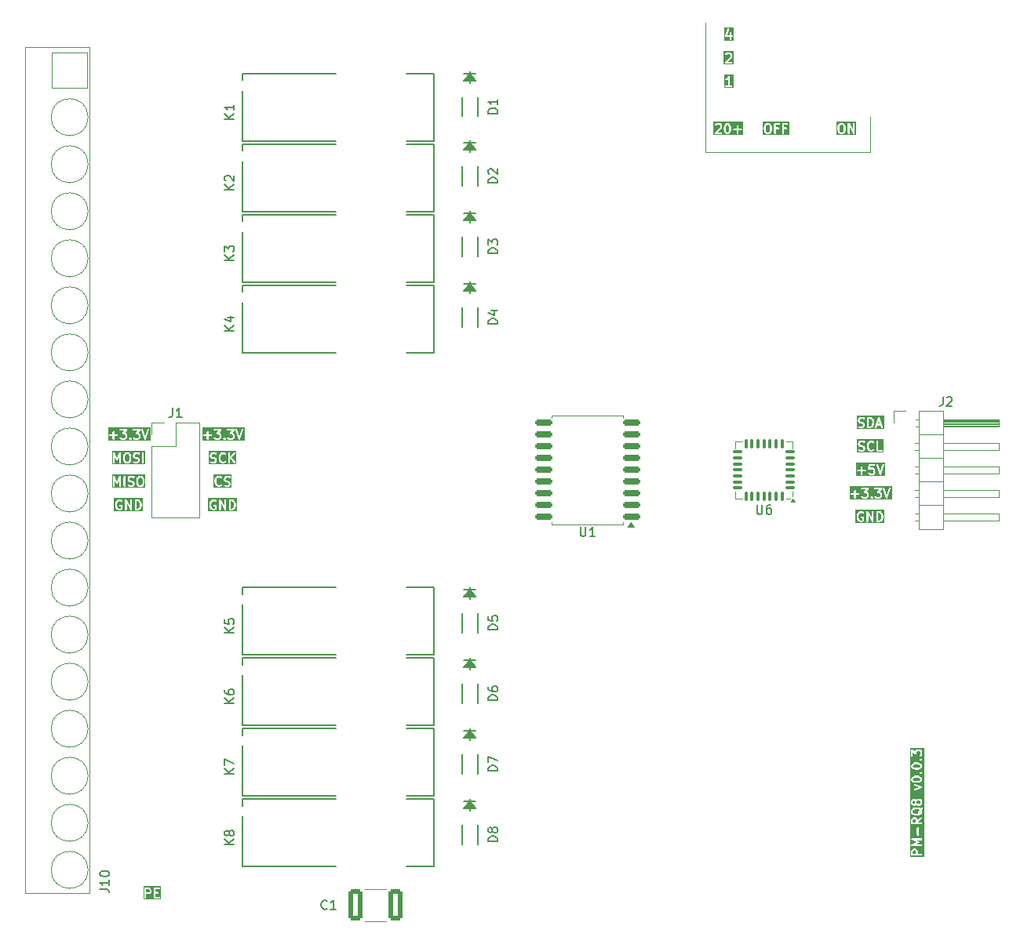
<source format=gbr>
%TF.GenerationSoftware,KiCad,Pcbnew,8.0.3-8.0.3-0~ubuntu22.04.1*%
%TF.CreationDate,2024-08-08T09:54:03+03:00*%
%TF.ProjectId,PM-RQ8,504d2d52-5138-42e6-9b69-6361645f7063,rev?*%
%TF.SameCoordinates,Original*%
%TF.FileFunction,Legend,Top*%
%TF.FilePolarity,Positive*%
%FSLAX46Y46*%
G04 Gerber Fmt 4.6, Leading zero omitted, Abs format (unit mm)*
G04 Created by KiCad (PCBNEW 8.0.3-8.0.3-0~ubuntu22.04.1) date 2024-08-08 09:54:03*
%MOMM*%
%LPD*%
G01*
G04 APERTURE LIST*
G04 Aperture macros list*
%AMRoundRect*
0 Rectangle with rounded corners*
0 $1 Rounding radius*
0 $2 $3 $4 $5 $6 $7 $8 $9 X,Y pos of 4 corners*
0 Add a 4 corners polygon primitive as box body*
4,1,4,$2,$3,$4,$5,$6,$7,$8,$9,$2,$3,0*
0 Add four circle primitives for the rounded corners*
1,1,$1+$1,$2,$3*
1,1,$1+$1,$4,$5*
1,1,$1+$1,$6,$7*
1,1,$1+$1,$8,$9*
0 Add four rect primitives between the rounded corners*
20,1,$1+$1,$2,$3,$4,$5,0*
20,1,$1+$1,$4,$5,$6,$7,0*
20,1,$1+$1,$6,$7,$8,$9,0*
20,1,$1+$1,$8,$9,$2,$3,0*%
G04 Aperture macros list end*
%ADD10C,0.100000*%
%ADD11C,0.200000*%
%ADD12C,0.150000*%
%ADD13C,0.152400*%
%ADD14C,0.120000*%
%ADD15R,0.533400X1.524000*%
%ADD16C,1.812000*%
%ADD17RoundRect,0.075000X0.437500X0.075000X-0.437500X0.075000X-0.437500X-0.075000X0.437500X-0.075000X0*%
%ADD18RoundRect,0.075000X0.075000X0.437500X-0.075000X0.437500X-0.075000X-0.437500X0.075000X-0.437500X0*%
%ADD19R,4.250000X4.250000*%
%ADD20RoundRect,0.150000X0.800000X0.150000X-0.800000X0.150000X-0.800000X-0.150000X0.800000X-0.150000X0*%
%ADD21R,3.500000X3.500000*%
%ADD22C,3.500000*%
%ADD23C,3.200000*%
%ADD24O,6.350000X6.350000*%
%ADD25R,1.700000X1.700000*%
%ADD26O,1.700000X1.700000*%
%ADD27RoundRect,0.250000X-0.537500X-1.450000X0.537500X-1.450000X0.537500X1.450000X-0.537500X1.450000X0*%
G04 APERTURE END LIST*
D10*
X91440000Y-15240000D02*
X91440000Y-11430000D01*
X73660000Y-1270000D02*
X73660000Y-15240000D01*
X73660000Y-15240000D02*
X91440000Y-15240000D01*
D11*
G36*
X76694904Y-8283330D02*
G01*
X75703960Y-8283330D01*
X75703960Y-7345426D01*
X75815071Y-7345426D01*
X75817837Y-7384346D01*
X75835286Y-7419245D01*
X75864763Y-7444809D01*
X75901779Y-7457148D01*
X75940699Y-7454382D01*
X75959007Y-7447376D01*
X76054036Y-7398035D01*
X76065081Y-7393461D01*
X76068927Y-7390304D01*
X76070835Y-7389314D01*
X76072564Y-7387319D01*
X76080235Y-7381025D01*
X76100542Y-7360204D01*
X76101698Y-7973467D01*
X75894777Y-7974140D01*
X75858729Y-7989072D01*
X75831139Y-8016662D01*
X75816207Y-8052710D01*
X75816207Y-8091728D01*
X75831139Y-8127776D01*
X75858729Y-8155366D01*
X75894777Y-8170298D01*
X75914286Y-8172219D01*
X76505223Y-8170298D01*
X76541271Y-8155366D01*
X76568861Y-8127776D01*
X76583793Y-8091728D01*
X76583793Y-8052710D01*
X76568861Y-8016662D01*
X76541271Y-7989072D01*
X76505223Y-7974140D01*
X76485714Y-7972219D01*
X76299812Y-7972823D01*
X76298133Y-7081550D01*
X76300000Y-7072114D01*
X76298097Y-7062602D01*
X76298079Y-7052710D01*
X76294289Y-7043561D01*
X76292348Y-7033854D01*
X76286896Y-7025713D01*
X76283147Y-7016662D01*
X76276147Y-7009662D01*
X76270637Y-7001434D01*
X76262482Y-6995997D01*
X76255557Y-6989072D01*
X76246413Y-6985284D01*
X76238172Y-6979790D01*
X76228558Y-6977888D01*
X76219509Y-6974140D01*
X76209608Y-6974140D01*
X76199896Y-6972219D01*
X76190291Y-6974140D01*
X76180491Y-6974140D01*
X76171342Y-6977929D01*
X76161635Y-6979871D01*
X76153494Y-6985322D01*
X76144443Y-6989072D01*
X76137443Y-6996071D01*
X76129215Y-7001582D01*
X76116926Y-7016588D01*
X76116853Y-7016662D01*
X76116839Y-7016694D01*
X76116795Y-7016749D01*
X76032561Y-7145892D01*
X75953915Y-7226523D01*
X75852974Y-7278933D01*
X75827410Y-7308410D01*
X75815071Y-7345426D01*
X75703960Y-7345426D01*
X75703960Y-6861108D01*
X76694904Y-6861108D01*
X76694904Y-8283330D01*
G37*
G36*
X92934904Y-47653330D02*
G01*
X90038413Y-47653330D01*
X90038413Y-46632695D01*
X90149524Y-46632695D01*
X90150880Y-46713712D01*
X90150309Y-46715426D01*
X90151093Y-46726470D01*
X90151445Y-46747442D01*
X90152820Y-46750762D01*
X90153075Y-46754346D01*
X90160081Y-46772654D01*
X90209421Y-46867683D01*
X90213996Y-46878728D01*
X90217152Y-46882574D01*
X90218143Y-46884482D01*
X90220137Y-46886211D01*
X90226432Y-46893882D01*
X90276534Y-46941815D01*
X90283450Y-46949790D01*
X90287599Y-46952401D01*
X90289204Y-46953937D01*
X90291644Y-46954947D01*
X90300041Y-46960233D01*
X90390312Y-47003661D01*
X90397286Y-47008828D01*
X90411920Y-47014056D01*
X90413587Y-47014858D01*
X90414307Y-47014909D01*
X90415746Y-47015423D01*
X90589289Y-47057171D01*
X90664310Y-47093262D01*
X90690087Y-47117924D01*
X90721312Y-47178063D01*
X90722124Y-47226528D01*
X90693717Y-47285576D01*
X90669055Y-47311354D01*
X90609306Y-47342376D01*
X90413060Y-47343840D01*
X90262031Y-47295385D01*
X90223111Y-47298151D01*
X90188212Y-47315601D01*
X90162647Y-47345077D01*
X90150309Y-47382093D01*
X90153075Y-47421013D01*
X90170525Y-47455912D01*
X90200001Y-47481477D01*
X90217901Y-47489468D01*
X90360985Y-47535374D01*
X90372872Y-47540298D01*
X90377864Y-47540789D01*
X90379873Y-47541434D01*
X90382507Y-47541246D01*
X90392381Y-47542219D01*
X90615336Y-47540556D01*
X90617969Y-47541434D01*
X90632074Y-47540431D01*
X90649985Y-47540298D01*
X90653305Y-47538922D01*
X90656889Y-47538668D01*
X90675197Y-47531662D01*
X90770225Y-47482322D01*
X90781272Y-47477747D01*
X90785118Y-47474589D01*
X90787025Y-47473600D01*
X90788755Y-47471605D01*
X90796425Y-47465310D01*
X90844358Y-47415207D01*
X90852333Y-47408292D01*
X90854944Y-47404142D01*
X90856481Y-47402537D01*
X90857492Y-47400095D01*
X90862776Y-47391701D01*
X90902714Y-47308683D01*
X90904099Y-47307299D01*
X90908551Y-47296549D01*
X90917401Y-47278155D01*
X90917655Y-47274571D01*
X90919031Y-47271251D01*
X90920952Y-47251742D01*
X90919595Y-47170724D01*
X90920167Y-47169011D01*
X90919382Y-47157966D01*
X90919031Y-47136995D01*
X90917655Y-47133674D01*
X90917401Y-47130091D01*
X90910395Y-47111782D01*
X90861052Y-47016748D01*
X90856480Y-47005708D01*
X90853324Y-47001862D01*
X90852333Y-46999954D01*
X90850335Y-46998221D01*
X90844043Y-46990555D01*
X90793942Y-46942623D01*
X90787025Y-46934647D01*
X90782875Y-46932034D01*
X90781271Y-46930500D01*
X90778831Y-46929489D01*
X90770435Y-46924204D01*
X90680163Y-46880775D01*
X90673190Y-46875609D01*
X90659702Y-46870790D01*
X91101905Y-46870790D01*
X91103532Y-47008363D01*
X91102023Y-47018508D01*
X91103794Y-47030486D01*
X91103826Y-47033156D01*
X91104390Y-47034519D01*
X91104891Y-47037901D01*
X91152395Y-47220980D01*
X91153075Y-47230536D01*
X91158666Y-47245148D01*
X91159105Y-47246837D01*
X91159535Y-47247417D01*
X91160081Y-47248844D01*
X91209417Y-47343866D01*
X91213995Y-47354918D01*
X91217153Y-47358766D01*
X91218143Y-47360672D01*
X91220137Y-47362401D01*
X91226432Y-47370071D01*
X91312377Y-47453902D01*
X91313382Y-47455912D01*
X91322906Y-47464172D01*
X91336823Y-47477747D01*
X91340142Y-47479122D01*
X91342858Y-47481477D01*
X91360758Y-47489468D01*
X91503842Y-47535374D01*
X91515729Y-47540298D01*
X91520721Y-47540789D01*
X91522730Y-47541434D01*
X91525364Y-47541246D01*
X91535238Y-47542219D01*
X91631380Y-47540609D01*
X91642983Y-47541434D01*
X91647819Y-47540334D01*
X91649985Y-47540298D01*
X91652427Y-47539286D01*
X91662099Y-47537087D01*
X91790476Y-47492678D01*
X91792843Y-47492678D01*
X91804835Y-47487710D01*
X91822856Y-47481477D01*
X91825571Y-47479122D01*
X91828891Y-47477747D01*
X91844044Y-47465310D01*
X91904100Y-47402537D01*
X91919031Y-47366488D01*
X91919030Y-47327470D01*
X91904099Y-47291422D01*
X91876508Y-47263832D01*
X91840460Y-47248901D01*
X91801442Y-47248902D01*
X91765394Y-47263833D01*
X91750240Y-47276270D01*
X91720910Y-47306927D01*
X91618299Y-47342422D01*
X91554812Y-47343485D01*
X91448072Y-47309240D01*
X91380933Y-47243752D01*
X91345312Y-47175145D01*
X91301833Y-47007580D01*
X91300427Y-46888773D01*
X91340667Y-46721500D01*
X91376589Y-46646830D01*
X91443896Y-46577824D01*
X91547414Y-46542015D01*
X91610900Y-46540952D01*
X91718081Y-46575339D01*
X91765394Y-46620604D01*
X91801443Y-46635535D01*
X91840461Y-46635535D01*
X91876509Y-46620604D01*
X91904099Y-46593014D01*
X91919030Y-46556966D01*
X91919030Y-46517948D01*
X91904099Y-46481899D01*
X91891662Y-46466746D01*
X91866025Y-46442219D01*
X92149524Y-46442219D01*
X92151445Y-47461728D01*
X92166377Y-47497776D01*
X92193967Y-47525366D01*
X92230015Y-47540298D01*
X92249524Y-47542219D01*
X92745223Y-47540298D01*
X92781271Y-47525366D01*
X92808861Y-47497776D01*
X92823793Y-47461728D01*
X92823793Y-47422710D01*
X92808861Y-47386662D01*
X92781271Y-47359072D01*
X92745223Y-47344140D01*
X92725714Y-47342219D01*
X92349338Y-47343677D01*
X92347603Y-46422710D01*
X92332671Y-46386662D01*
X92305081Y-46359072D01*
X92269033Y-46344140D01*
X92230015Y-46344140D01*
X92193967Y-46359072D01*
X92166377Y-46386662D01*
X92151445Y-46422710D01*
X92149524Y-46442219D01*
X91866025Y-46442219D01*
X91852899Y-46429661D01*
X91852332Y-46428526D01*
X91845706Y-46422779D01*
X91828890Y-46406691D01*
X91825571Y-46405316D01*
X91822856Y-46402961D01*
X91804955Y-46394970D01*
X91661875Y-46349065D01*
X91649985Y-46344140D01*
X91644991Y-46343648D01*
X91642983Y-46343004D01*
X91640349Y-46343191D01*
X91630476Y-46342219D01*
X91534332Y-46343828D01*
X91522730Y-46343004D01*
X91517894Y-46344103D01*
X91515729Y-46344140D01*
X91513287Y-46345151D01*
X91503615Y-46347351D01*
X91375241Y-46391759D01*
X91372872Y-46391759D01*
X91360875Y-46396728D01*
X91342858Y-46402961D01*
X91340142Y-46405316D01*
X91336824Y-46406691D01*
X91321670Y-46419127D01*
X91227653Y-46515516D01*
X91218143Y-46523765D01*
X91215476Y-46528001D01*
X91213996Y-46529519D01*
X91212985Y-46531958D01*
X91207700Y-46540355D01*
X91164271Y-46630626D01*
X91159105Y-46637600D01*
X91153877Y-46652232D01*
X91153075Y-46653901D01*
X91153023Y-46654623D01*
X91152510Y-46656061D01*
X91107930Y-46841371D01*
X91103826Y-46851281D01*
X91102633Y-46863390D01*
X91102023Y-46865929D01*
X91102240Y-46867387D01*
X91101905Y-46870790D01*
X90659702Y-46870790D01*
X90658557Y-46870381D01*
X90656889Y-46869579D01*
X90656166Y-46869527D01*
X90654729Y-46869014D01*
X90481186Y-46827265D01*
X90406163Y-46791173D01*
X90380390Y-46766515D01*
X90349163Y-46706372D01*
X90348351Y-46657908D01*
X90376758Y-46598860D01*
X90401420Y-46573083D01*
X90461168Y-46542061D01*
X90657414Y-46540597D01*
X90808444Y-46589053D01*
X90847364Y-46586287D01*
X90882263Y-46568837D01*
X90907828Y-46539361D01*
X90920167Y-46502345D01*
X90917400Y-46463425D01*
X90899951Y-46428526D01*
X90870475Y-46402961D01*
X90852574Y-46394970D01*
X90709494Y-46349065D01*
X90697604Y-46344140D01*
X90692610Y-46343648D01*
X90690602Y-46343004D01*
X90687968Y-46343191D01*
X90678095Y-46342219D01*
X90455139Y-46343881D01*
X90452507Y-46343004D01*
X90438401Y-46344006D01*
X90420491Y-46344140D01*
X90417170Y-46345515D01*
X90413587Y-46345770D01*
X90395278Y-46352776D01*
X90300244Y-46402118D01*
X90289204Y-46406691D01*
X90285358Y-46409846D01*
X90283450Y-46410838D01*
X90281717Y-46412835D01*
X90274051Y-46419128D01*
X90226119Y-46469228D01*
X90218143Y-46476146D01*
X90215530Y-46480295D01*
X90213996Y-46481900D01*
X90212985Y-46484339D01*
X90207700Y-46492736D01*
X90167761Y-46575753D01*
X90166377Y-46577138D01*
X90161924Y-46587887D01*
X90153075Y-46606282D01*
X90152820Y-46609865D01*
X90151445Y-46613186D01*
X90149524Y-46632695D01*
X90038413Y-46632695D01*
X90038413Y-46231108D01*
X92934904Y-46231108D01*
X92934904Y-47653330D01*
G37*
G36*
X92527164Y-54195198D02*
G01*
X92594305Y-54260685D01*
X92629925Y-54329289D01*
X92673404Y-54496856D01*
X92674810Y-54615664D01*
X92634570Y-54782936D01*
X92598648Y-54857606D01*
X92531339Y-54926614D01*
X92428157Y-54962307D01*
X92301718Y-54963250D01*
X92300207Y-54161485D01*
X92419319Y-54160597D01*
X92527164Y-54195198D01*
G37*
G36*
X92984444Y-55273330D02*
G01*
X89895556Y-55273330D01*
X89895556Y-54490790D01*
X90006667Y-54490790D01*
X90008294Y-54628363D01*
X90006785Y-54638508D01*
X90008556Y-54650486D01*
X90008588Y-54653156D01*
X90009152Y-54654519D01*
X90009653Y-54657901D01*
X90057157Y-54840980D01*
X90057837Y-54850536D01*
X90063428Y-54865148D01*
X90063867Y-54866837D01*
X90064297Y-54867417D01*
X90064843Y-54868844D01*
X90114179Y-54963866D01*
X90118757Y-54974918D01*
X90121915Y-54978766D01*
X90122905Y-54980672D01*
X90124899Y-54982401D01*
X90131194Y-54990071D01*
X90217139Y-55073902D01*
X90218144Y-55075912D01*
X90227668Y-55084172D01*
X90241585Y-55097747D01*
X90244904Y-55099122D01*
X90247620Y-55101477D01*
X90265520Y-55109468D01*
X90408604Y-55155374D01*
X90420491Y-55160298D01*
X90425483Y-55160789D01*
X90427492Y-55161434D01*
X90430126Y-55161246D01*
X90440000Y-55162219D01*
X90536142Y-55160609D01*
X90547745Y-55161434D01*
X90552581Y-55160334D01*
X90554747Y-55160298D01*
X90557189Y-55159286D01*
X90566861Y-55157087D01*
X90695238Y-55112678D01*
X90697605Y-55112678D01*
X90709597Y-55107710D01*
X90727618Y-55101477D01*
X90730333Y-55099122D01*
X90733653Y-55097747D01*
X90748806Y-55085310D01*
X90808862Y-55022537D01*
X90823793Y-54986488D01*
X90825714Y-54966980D01*
X90823793Y-54614138D01*
X90808861Y-54578090D01*
X90781271Y-54550500D01*
X90745223Y-54535568D01*
X90725714Y-54533647D01*
X90515729Y-54535568D01*
X90479681Y-54550500D01*
X90452091Y-54578090D01*
X90437159Y-54614138D01*
X90437159Y-54653156D01*
X90452091Y-54689204D01*
X90479681Y-54716794D01*
X90515729Y-54731726D01*
X90535238Y-54733647D01*
X90626253Y-54732814D01*
X90627301Y-54925224D01*
X90625672Y-54926927D01*
X90523061Y-54962422D01*
X90459574Y-54963485D01*
X90352834Y-54929240D01*
X90285695Y-54863752D01*
X90250074Y-54795145D01*
X90206595Y-54627580D01*
X90205189Y-54508773D01*
X90245429Y-54341500D01*
X90281351Y-54266830D01*
X90348658Y-54197824D01*
X90451997Y-54162077D01*
X90557198Y-54160832D01*
X90651682Y-54206287D01*
X90690602Y-54209053D01*
X90727618Y-54196714D01*
X90757095Y-54171149D01*
X90774544Y-54136251D01*
X90777309Y-54097331D01*
X90765606Y-54062219D01*
X91054286Y-54062219D01*
X91056207Y-55081728D01*
X91071139Y-55117776D01*
X91098729Y-55145366D01*
X91134777Y-55160298D01*
X91173795Y-55160298D01*
X91209843Y-55145366D01*
X91237433Y-55117776D01*
X91252365Y-55081728D01*
X91254286Y-55062219D01*
X91253105Y-54435475D01*
X91637603Y-55105793D01*
X91642567Y-55117776D01*
X91647046Y-55122255D01*
X91650237Y-55127818D01*
X91660753Y-55135962D01*
X91670157Y-55145366D01*
X91676044Y-55147804D01*
X91681086Y-55151709D01*
X91693918Y-55155208D01*
X91706205Y-55160298D01*
X91712581Y-55160298D01*
X91718730Y-55161975D01*
X91731923Y-55160298D01*
X91745223Y-55160298D01*
X91751111Y-55157858D01*
X91757436Y-55157055D01*
X91768985Y-55150454D01*
X91781271Y-55145366D01*
X91785778Y-55140858D01*
X91791313Y-55137696D01*
X91799457Y-55127179D01*
X91808861Y-55117776D01*
X91811299Y-55111888D01*
X91815204Y-55106847D01*
X91818703Y-55094014D01*
X91823793Y-55081728D01*
X91824775Y-55071750D01*
X91825470Y-55069204D01*
X91825219Y-55067236D01*
X91825714Y-55062219D01*
X91823830Y-54062219D01*
X92101905Y-54062219D01*
X92103826Y-55081728D01*
X92118758Y-55117776D01*
X92146348Y-55145366D01*
X92182396Y-55160298D01*
X92201905Y-55162219D01*
X92438705Y-55160453D01*
X92452507Y-55161434D01*
X92457434Y-55160313D01*
X92459509Y-55160298D01*
X92461951Y-55159286D01*
X92471623Y-55157087D01*
X92600000Y-55112678D01*
X92602367Y-55112678D01*
X92614359Y-55107710D01*
X92632380Y-55101477D01*
X92635095Y-55099122D01*
X92638415Y-55097747D01*
X92653568Y-55085310D01*
X92747585Y-54988920D01*
X92757095Y-54980673D01*
X92759761Y-54976437D01*
X92761243Y-54974918D01*
X92762254Y-54972476D01*
X92767538Y-54964082D01*
X92810966Y-54873810D01*
X92816133Y-54866837D01*
X92821361Y-54852202D01*
X92822163Y-54850536D01*
X92822214Y-54849815D01*
X92822728Y-54848377D01*
X92867307Y-54663064D01*
X92871412Y-54653156D01*
X92872604Y-54641046D01*
X92873215Y-54638508D01*
X92872997Y-54637049D01*
X92873333Y-54633647D01*
X92871705Y-54496073D01*
X92873215Y-54485929D01*
X92871443Y-54473950D01*
X92871412Y-54471281D01*
X92870847Y-54469917D01*
X92870347Y-54466536D01*
X92822842Y-54283456D01*
X92822163Y-54273901D01*
X92816570Y-54259285D01*
X92816133Y-54257600D01*
X92815703Y-54257020D01*
X92815157Y-54255592D01*
X92765814Y-54160558D01*
X92761242Y-54149519D01*
X92758086Y-54145674D01*
X92757095Y-54143764D01*
X92755097Y-54142031D01*
X92748806Y-54134365D01*
X92662861Y-54050536D01*
X92661856Y-54048526D01*
X92652326Y-54040260D01*
X92638414Y-54026691D01*
X92635095Y-54025316D01*
X92632380Y-54022961D01*
X92614479Y-54014970D01*
X92471399Y-53969065D01*
X92459509Y-53964140D01*
X92454515Y-53963648D01*
X92452507Y-53963004D01*
X92449873Y-53963191D01*
X92440000Y-53962219D01*
X92182396Y-53964140D01*
X92146348Y-53979072D01*
X92118758Y-54006662D01*
X92103826Y-54042710D01*
X92101905Y-54062219D01*
X91823830Y-54062219D01*
X91823793Y-54042710D01*
X91808861Y-54006662D01*
X91781271Y-53979072D01*
X91745223Y-53964140D01*
X91706205Y-53964140D01*
X91670157Y-53979072D01*
X91642567Y-54006662D01*
X91627635Y-54042710D01*
X91625714Y-54062219D01*
X91626894Y-54688962D01*
X91242396Y-54018644D01*
X91237433Y-54006662D01*
X91232953Y-54002182D01*
X91229763Y-53996620D01*
X91219248Y-53988477D01*
X91209843Y-53979072D01*
X91203952Y-53976632D01*
X91198914Y-53972730D01*
X91186085Y-53969231D01*
X91173795Y-53964140D01*
X91167420Y-53964140D01*
X91161271Y-53962463D01*
X91148078Y-53964140D01*
X91134777Y-53964140D01*
X91128888Y-53966579D01*
X91122564Y-53967383D01*
X91111014Y-53973983D01*
X91098729Y-53979072D01*
X91094221Y-53983579D01*
X91088687Y-53986742D01*
X91080544Y-53997256D01*
X91071139Y-54006662D01*
X91068699Y-54012552D01*
X91064797Y-54017591D01*
X91061298Y-54030419D01*
X91056207Y-54042710D01*
X91055224Y-54052687D01*
X91054530Y-54055234D01*
X91054780Y-54057201D01*
X91054286Y-54062219D01*
X90765606Y-54062219D01*
X90764971Y-54060315D01*
X90739406Y-54030838D01*
X90722816Y-54020395D01*
X90639798Y-53980456D01*
X90638414Y-53979072D01*
X90627664Y-53974619D01*
X90609270Y-53965770D01*
X90605686Y-53965515D01*
X90602366Y-53964140D01*
X90582857Y-53962219D01*
X90440196Y-53963906D01*
X90427492Y-53963004D01*
X90422606Y-53964114D01*
X90420491Y-53964140D01*
X90418049Y-53965151D01*
X90408377Y-53967351D01*
X90280003Y-54011759D01*
X90277634Y-54011759D01*
X90265637Y-54016728D01*
X90247620Y-54022961D01*
X90244904Y-54025316D01*
X90241586Y-54026691D01*
X90226432Y-54039127D01*
X90132415Y-54135516D01*
X90122905Y-54143765D01*
X90120238Y-54148001D01*
X90118758Y-54149519D01*
X90117747Y-54151958D01*
X90112462Y-54160355D01*
X90069033Y-54250626D01*
X90063867Y-54257600D01*
X90058639Y-54272232D01*
X90057837Y-54273901D01*
X90057785Y-54274623D01*
X90057272Y-54276061D01*
X90012692Y-54461371D01*
X90008588Y-54471281D01*
X90007395Y-54483390D01*
X90006785Y-54485929D01*
X90007002Y-54487387D01*
X90006667Y-54490790D01*
X89895556Y-54490790D01*
X89895556Y-53851108D01*
X92984444Y-53851108D01*
X92984444Y-55273330D01*
G37*
G36*
X91550973Y-44035198D02*
G01*
X91618114Y-44100685D01*
X91653734Y-44169289D01*
X91697213Y-44336856D01*
X91698619Y-44455664D01*
X91658379Y-44622936D01*
X91622457Y-44697606D01*
X91555148Y-44766614D01*
X91451966Y-44802307D01*
X91325527Y-44803250D01*
X91324016Y-44001485D01*
X91443128Y-44000597D01*
X91550973Y-44035198D01*
G37*
G36*
X92516879Y-44517036D02*
G01*
X92315573Y-44517816D01*
X92415756Y-44215465D01*
X92516879Y-44517036D01*
G37*
G36*
X92959849Y-45113330D02*
G01*
X90014603Y-45113330D01*
X90014603Y-44092695D01*
X90125714Y-44092695D01*
X90127070Y-44173712D01*
X90126499Y-44175426D01*
X90127283Y-44186470D01*
X90127635Y-44207442D01*
X90129010Y-44210762D01*
X90129265Y-44214346D01*
X90136271Y-44232654D01*
X90185611Y-44327683D01*
X90190186Y-44338728D01*
X90193342Y-44342574D01*
X90194333Y-44344482D01*
X90196327Y-44346211D01*
X90202622Y-44353882D01*
X90252724Y-44401815D01*
X90259640Y-44409790D01*
X90263789Y-44412401D01*
X90265394Y-44413937D01*
X90267834Y-44414947D01*
X90276231Y-44420233D01*
X90366502Y-44463661D01*
X90373476Y-44468828D01*
X90388110Y-44474056D01*
X90389777Y-44474858D01*
X90390497Y-44474909D01*
X90391936Y-44475423D01*
X90565479Y-44517171D01*
X90640500Y-44553262D01*
X90666277Y-44577924D01*
X90697502Y-44638063D01*
X90698314Y-44686528D01*
X90669907Y-44745576D01*
X90645245Y-44771354D01*
X90585496Y-44802376D01*
X90389250Y-44803840D01*
X90238221Y-44755385D01*
X90199301Y-44758151D01*
X90164402Y-44775601D01*
X90138837Y-44805077D01*
X90126499Y-44842093D01*
X90129265Y-44881013D01*
X90146715Y-44915912D01*
X90176191Y-44941477D01*
X90194091Y-44949468D01*
X90337175Y-44995374D01*
X90349062Y-45000298D01*
X90354054Y-45000789D01*
X90356063Y-45001434D01*
X90358697Y-45001246D01*
X90368571Y-45002219D01*
X90591526Y-45000556D01*
X90594159Y-45001434D01*
X90608264Y-45000431D01*
X90626175Y-45000298D01*
X90629495Y-44998922D01*
X90633079Y-44998668D01*
X90651387Y-44991662D01*
X90746415Y-44942322D01*
X90757462Y-44937747D01*
X90761308Y-44934589D01*
X90763215Y-44933600D01*
X90764945Y-44931605D01*
X90772615Y-44925310D01*
X90820548Y-44875207D01*
X90828523Y-44868292D01*
X90831134Y-44864142D01*
X90832671Y-44862537D01*
X90833682Y-44860095D01*
X90838966Y-44851701D01*
X90878904Y-44768683D01*
X90880289Y-44767299D01*
X90884741Y-44756549D01*
X90893591Y-44738155D01*
X90893845Y-44734571D01*
X90895221Y-44731251D01*
X90897142Y-44711742D01*
X90895785Y-44630724D01*
X90896357Y-44629011D01*
X90895572Y-44617966D01*
X90895221Y-44596995D01*
X90893845Y-44593674D01*
X90893591Y-44590091D01*
X90886585Y-44571782D01*
X90837242Y-44476748D01*
X90832670Y-44465708D01*
X90829514Y-44461862D01*
X90828523Y-44459954D01*
X90826525Y-44458221D01*
X90820233Y-44450555D01*
X90770132Y-44402623D01*
X90763215Y-44394647D01*
X90759065Y-44392034D01*
X90757461Y-44390500D01*
X90755021Y-44389489D01*
X90746625Y-44384204D01*
X90656353Y-44340775D01*
X90649380Y-44335609D01*
X90634747Y-44330381D01*
X90633079Y-44329579D01*
X90632356Y-44329527D01*
X90630919Y-44329014D01*
X90457376Y-44287265D01*
X90382353Y-44251173D01*
X90356580Y-44226515D01*
X90325353Y-44166372D01*
X90324541Y-44117908D01*
X90352948Y-44058860D01*
X90377610Y-44033083D01*
X90437358Y-44002061D01*
X90633604Y-44000597D01*
X90784634Y-44049053D01*
X90823554Y-44046287D01*
X90858453Y-44028837D01*
X90884018Y-43999361D01*
X90896357Y-43962345D01*
X90893590Y-43923425D01*
X90882987Y-43902219D01*
X91125714Y-43902219D01*
X91127635Y-44921728D01*
X91142567Y-44957776D01*
X91170157Y-44985366D01*
X91206205Y-45000298D01*
X91225714Y-45002219D01*
X91462514Y-45000453D01*
X91476316Y-45001434D01*
X91481243Y-45000313D01*
X91483318Y-45000298D01*
X91485760Y-44999286D01*
X91495432Y-44997087D01*
X91623809Y-44952678D01*
X91626176Y-44952678D01*
X91638168Y-44947710D01*
X91656189Y-44941477D01*
X91658904Y-44939122D01*
X91662224Y-44937747D01*
X91677377Y-44925310D01*
X91712099Y-44889712D01*
X91983642Y-44889712D01*
X91986408Y-44928632D01*
X92003858Y-44963531D01*
X92033334Y-44989096D01*
X92070350Y-45001434D01*
X92109270Y-44998668D01*
X92144169Y-44981218D01*
X92169734Y-44951742D01*
X92177725Y-44933842D01*
X92249831Y-44716225D01*
X92583239Y-44714933D01*
X92662646Y-44951742D01*
X92688211Y-44981218D01*
X92723110Y-44998667D01*
X92762030Y-45001434D01*
X92799046Y-44989095D01*
X92828522Y-44963530D01*
X92845972Y-44928631D01*
X92848738Y-44889711D01*
X92844391Y-44870596D01*
X92513129Y-43882703D01*
X92512639Y-43875807D01*
X92507106Y-43864741D01*
X92503067Y-43852696D01*
X92498382Y-43847294D01*
X92495189Y-43840908D01*
X92485720Y-43832695D01*
X92477502Y-43823220D01*
X92471110Y-43820023D01*
X92465713Y-43815343D01*
X92453819Y-43811378D01*
X92442603Y-43805770D01*
X92435475Y-43805263D01*
X92428697Y-43803004D01*
X92416192Y-43803893D01*
X92403683Y-43803004D01*
X92396901Y-43805264D01*
X92389777Y-43805771D01*
X92378568Y-43811374D01*
X92366667Y-43815342D01*
X92361266Y-43820025D01*
X92354878Y-43823220D01*
X92346662Y-43832691D01*
X92337191Y-43840907D01*
X92333996Y-43847296D01*
X92329313Y-43852696D01*
X92321322Y-43870597D01*
X92083098Y-44589554D01*
X92080016Y-44596995D01*
X92080016Y-44598856D01*
X91983642Y-44889712D01*
X91712099Y-44889712D01*
X91771394Y-44828920D01*
X91780904Y-44820673D01*
X91783570Y-44816437D01*
X91785052Y-44814918D01*
X91786063Y-44812476D01*
X91791347Y-44804082D01*
X91834775Y-44713810D01*
X91839942Y-44706837D01*
X91845170Y-44692202D01*
X91845972Y-44690536D01*
X91846023Y-44689815D01*
X91846537Y-44688377D01*
X91891116Y-44503064D01*
X91895221Y-44493156D01*
X91896413Y-44481046D01*
X91897024Y-44478508D01*
X91896806Y-44477049D01*
X91897142Y-44473647D01*
X91895514Y-44336073D01*
X91897024Y-44325929D01*
X91895252Y-44313950D01*
X91895221Y-44311281D01*
X91894656Y-44309917D01*
X91894156Y-44306536D01*
X91846651Y-44123456D01*
X91845972Y-44113901D01*
X91840379Y-44099285D01*
X91839942Y-44097600D01*
X91839512Y-44097020D01*
X91838966Y-44095592D01*
X91789623Y-44000558D01*
X91785051Y-43989519D01*
X91781895Y-43985674D01*
X91780904Y-43983764D01*
X91778906Y-43982031D01*
X91772615Y-43974365D01*
X91686670Y-43890536D01*
X91685665Y-43888526D01*
X91676135Y-43880260D01*
X91662223Y-43866691D01*
X91658904Y-43865316D01*
X91656189Y-43862961D01*
X91638288Y-43854970D01*
X91495208Y-43809065D01*
X91483318Y-43804140D01*
X91478324Y-43803648D01*
X91476316Y-43803004D01*
X91473682Y-43803191D01*
X91463809Y-43802219D01*
X91206205Y-43804140D01*
X91170157Y-43819072D01*
X91142567Y-43846662D01*
X91127635Y-43882710D01*
X91125714Y-43902219D01*
X90882987Y-43902219D01*
X90876141Y-43888526D01*
X90846665Y-43862961D01*
X90828764Y-43854970D01*
X90685684Y-43809065D01*
X90673794Y-43804140D01*
X90668800Y-43803648D01*
X90666792Y-43803004D01*
X90664158Y-43803191D01*
X90654285Y-43802219D01*
X90431329Y-43803881D01*
X90428697Y-43803004D01*
X90414591Y-43804006D01*
X90396681Y-43804140D01*
X90393360Y-43805515D01*
X90389777Y-43805770D01*
X90371468Y-43812776D01*
X90276434Y-43862118D01*
X90265394Y-43866691D01*
X90261548Y-43869846D01*
X90259640Y-43870838D01*
X90257907Y-43872835D01*
X90250241Y-43879128D01*
X90202309Y-43929228D01*
X90194333Y-43936146D01*
X90191720Y-43940295D01*
X90190186Y-43941900D01*
X90189175Y-43944339D01*
X90183890Y-43952736D01*
X90143951Y-44035753D01*
X90142567Y-44037138D01*
X90138114Y-44047887D01*
X90129265Y-44066282D01*
X90129010Y-44069865D01*
X90127635Y-44073186D01*
X90125714Y-44092695D01*
X90014603Y-44092695D01*
X90014603Y-43691108D01*
X92959849Y-43691108D01*
X92959849Y-45113330D01*
G37*
G36*
X96339386Y-90626132D02*
G01*
X96365163Y-90650794D01*
X96396129Y-90710433D01*
X96397380Y-90971409D01*
X96071747Y-90972022D01*
X96070517Y-90715686D01*
X96099453Y-90655539D01*
X96124115Y-90629762D01*
X96184046Y-90598645D01*
X96279893Y-90597511D01*
X96339386Y-90626132D01*
G37*
G36*
X96339386Y-87245180D02*
G01*
X96365163Y-87269842D01*
X96396129Y-87329481D01*
X96396705Y-87449736D01*
X96396051Y-87453447D01*
X96396738Y-87456550D01*
X96397380Y-87590457D01*
X96071747Y-87591070D01*
X96070517Y-87334734D01*
X96099453Y-87274587D01*
X96124115Y-87248810D01*
X96184046Y-87217693D01*
X96279893Y-87216559D01*
X96339386Y-87245180D01*
G37*
G36*
X96776791Y-86206351D02*
G01*
X96784101Y-86213481D01*
X96712951Y-86285875D01*
X96702742Y-86294730D01*
X96700057Y-86298995D01*
X96698595Y-86300483D01*
X96697583Y-86302924D01*
X96692299Y-86311320D01*
X96652360Y-86394337D01*
X96650976Y-86395722D01*
X96646523Y-86406471D01*
X96637674Y-86424866D01*
X96637419Y-86428449D01*
X96636044Y-86431770D01*
X96634123Y-86451279D01*
X96636044Y-86566026D01*
X96650976Y-86602074D01*
X96675017Y-86626115D01*
X96632971Y-86637025D01*
X96324507Y-86638704D01*
X96167646Y-86600969D01*
X96103628Y-86538527D01*
X96072024Y-86477657D01*
X96070713Y-86334328D01*
X96099284Y-86274938D01*
X96164040Y-86208548D01*
X96311465Y-86170294D01*
X96619928Y-86168615D01*
X96776791Y-86206351D01*
G37*
G36*
X96873724Y-86472991D02*
G01*
X96845152Y-86532382D01*
X96834076Y-86543738D01*
X96832950Y-86476492D01*
X96861125Y-86417926D01*
X96873109Y-86405733D01*
X96873724Y-86472991D01*
G37*
G36*
X96815578Y-85245181D02*
G01*
X96841355Y-85269842D01*
X96872413Y-85329661D01*
X96873724Y-85472991D01*
X96844983Y-85532734D01*
X96820324Y-85558508D01*
X96760501Y-85589568D01*
X96617172Y-85590879D01*
X96557429Y-85562138D01*
X96531656Y-85537480D01*
X96500595Y-85477657D01*
X96499284Y-85334328D01*
X96528024Y-85274587D01*
X96552686Y-85248810D01*
X96612505Y-85217751D01*
X96755835Y-85216440D01*
X96815578Y-85245181D01*
G37*
G36*
X96244148Y-85245180D02*
G01*
X96269925Y-85269842D01*
X96300984Y-85329661D01*
X96302295Y-85472991D01*
X96273554Y-85532734D01*
X96248896Y-85558507D01*
X96188231Y-85590005D01*
X96186866Y-85590044D01*
X96128858Y-85562138D01*
X96103085Y-85537480D01*
X96072024Y-85477657D01*
X96070713Y-85334328D01*
X96099453Y-85274587D01*
X96124115Y-85248810D01*
X96184776Y-85217314D01*
X96186142Y-85217275D01*
X96244148Y-85245180D01*
G37*
G36*
X96740555Y-82780517D02*
G01*
X96815578Y-82816609D01*
X96841355Y-82841270D01*
X96872579Y-82901409D01*
X96873391Y-82949874D01*
X96844983Y-83008924D01*
X96820324Y-83034698D01*
X96752764Y-83069775D01*
X96585305Y-83113227D01*
X96371814Y-83114819D01*
X96203881Y-83074420D01*
X96128858Y-83038328D01*
X96103085Y-83013670D01*
X96071858Y-82953527D01*
X96071046Y-82905063D01*
X96099453Y-82846015D01*
X96124115Y-82820238D01*
X96191670Y-82785162D01*
X96359131Y-82741710D01*
X96572621Y-82740118D01*
X96740555Y-82780517D01*
G37*
G36*
X96740555Y-81351946D02*
G01*
X96815578Y-81388038D01*
X96841355Y-81412699D01*
X96872579Y-81472838D01*
X96873391Y-81521303D01*
X96844983Y-81580353D01*
X96820324Y-81606127D01*
X96752764Y-81641204D01*
X96585305Y-81684656D01*
X96371814Y-81686248D01*
X96203881Y-81645849D01*
X96128858Y-81609757D01*
X96103085Y-81585099D01*
X96071858Y-81524956D01*
X96071046Y-81476492D01*
X96099453Y-81417444D01*
X96124115Y-81391667D01*
X96191670Y-81356591D01*
X96359131Y-81313139D01*
X96572621Y-81311547D01*
X96740555Y-81351946D01*
G37*
G36*
X97277783Y-91281437D02*
G01*
X95761108Y-91281437D01*
X95761108Y-90689374D01*
X95872219Y-90689374D01*
X95874140Y-91089835D01*
X95889072Y-91125883D01*
X95916662Y-91153473D01*
X95952710Y-91168405D01*
X95972219Y-91170326D01*
X96991728Y-91168405D01*
X97027776Y-91153473D01*
X97055366Y-91125883D01*
X97070298Y-91089835D01*
X97070298Y-91050817D01*
X97055366Y-91014769D01*
X97027776Y-90987179D01*
X96991728Y-90972247D01*
X96972219Y-90970326D01*
X96595551Y-90971035D01*
X96594274Y-90704786D01*
X96595243Y-90701881D01*
X96594189Y-90687056D01*
X96594107Y-90669865D01*
X96592731Y-90666544D01*
X96592477Y-90662961D01*
X96585471Y-90644652D01*
X96536128Y-90549618D01*
X96531556Y-90538578D01*
X96528400Y-90534732D01*
X96527409Y-90532824D01*
X96525411Y-90531091D01*
X96519119Y-90523425D01*
X96469018Y-90475493D01*
X96462101Y-90467517D01*
X96457951Y-90464904D01*
X96456347Y-90463370D01*
X96453907Y-90462359D01*
X96445511Y-90457074D01*
X96362493Y-90417135D01*
X96361109Y-90415751D01*
X96350359Y-90411298D01*
X96331965Y-90402449D01*
X96328381Y-90402194D01*
X96325061Y-90400819D01*
X96305552Y-90398898D01*
X96177395Y-90400414D01*
X96175202Y-90399683D01*
X96162419Y-90400591D01*
X96143186Y-90400819D01*
X96139865Y-90402194D01*
X96136282Y-90402449D01*
X96117973Y-90409455D01*
X96022939Y-90458797D01*
X96011899Y-90463370D01*
X96008053Y-90466525D01*
X96006145Y-90467517D01*
X96004412Y-90469514D01*
X95996746Y-90475807D01*
X95948814Y-90525907D01*
X95940838Y-90532825D01*
X95938225Y-90536974D01*
X95936691Y-90538579D01*
X95935680Y-90541018D01*
X95930395Y-90549415D01*
X95890456Y-90632432D01*
X95889072Y-90633817D01*
X95884619Y-90644566D01*
X95875770Y-90662961D01*
X95875515Y-90666544D01*
X95874140Y-90669865D01*
X95872219Y-90689374D01*
X95761108Y-90689374D01*
X95761108Y-89418843D01*
X95873378Y-89418843D01*
X95874140Y-89420938D01*
X95874140Y-89423169D01*
X95880784Y-89439210D01*
X95886713Y-89455512D01*
X95888218Y-89457155D01*
X95889072Y-89459217D01*
X95901345Y-89471490D01*
X95913064Y-89484287D01*
X95915708Y-89485853D01*
X95916662Y-89486807D01*
X95918843Y-89487710D01*
X95929930Y-89494278D01*
X96452249Y-89736516D01*
X95931669Y-89980962D01*
X95916662Y-89987179D01*
X95915096Y-89988744D01*
X95913064Y-89989699D01*
X95901345Y-90002495D01*
X95889072Y-90014769D01*
X95888218Y-90016830D01*
X95886713Y-90018474D01*
X95880784Y-90034775D01*
X95874140Y-90050817D01*
X95874140Y-90053047D01*
X95873378Y-90055143D01*
X95874140Y-90072482D01*
X95874140Y-90089835D01*
X95874993Y-90091894D01*
X95875091Y-90094123D01*
X95882432Y-90109853D01*
X95889072Y-90125883D01*
X95890648Y-90127459D01*
X95891592Y-90129481D01*
X95904388Y-90141199D01*
X95916662Y-90153473D01*
X95918723Y-90154326D01*
X95920367Y-90155832D01*
X95936668Y-90161760D01*
X95952710Y-90168405D01*
X95955768Y-90168706D01*
X95957036Y-90169167D01*
X95959395Y-90169063D01*
X95972219Y-90170326D01*
X96991728Y-90168405D01*
X97027776Y-90153473D01*
X97055366Y-90125883D01*
X97070298Y-90089835D01*
X97070298Y-90050817D01*
X97055366Y-90014769D01*
X97027776Y-89987179D01*
X96991728Y-89972247D01*
X96972219Y-89970326D01*
X96418229Y-89971369D01*
X96724661Y-89827479D01*
X96738356Y-89822500D01*
X96741607Y-89819522D01*
X96745659Y-89817620D01*
X96755919Y-89806415D01*
X96767132Y-89796148D01*
X96769011Y-89792120D01*
X96772011Y-89788845D01*
X96777202Y-89774569D01*
X96783632Y-89760791D01*
X96783827Y-89756350D01*
X96785345Y-89752176D01*
X96784677Y-89736993D01*
X96785345Y-89721810D01*
X96783827Y-89717635D01*
X96783632Y-89713195D01*
X96777202Y-89699416D01*
X96772011Y-89685141D01*
X96769011Y-89681865D01*
X96767132Y-89677838D01*
X96755919Y-89667570D01*
X96745659Y-89656366D01*
X96740068Y-89653054D01*
X96738356Y-89651486D01*
X96735934Y-89650605D01*
X96728793Y-89646375D01*
X96419251Y-89502817D01*
X96991728Y-89501739D01*
X97027776Y-89486807D01*
X97055366Y-89459217D01*
X97070298Y-89423169D01*
X97070298Y-89384151D01*
X97055366Y-89348103D01*
X97027776Y-89320513D01*
X96991728Y-89305581D01*
X96972219Y-89303660D01*
X95973484Y-89305541D01*
X95957036Y-89304819D01*
X95954952Y-89305576D01*
X95952710Y-89305581D01*
X95936668Y-89312225D01*
X95920367Y-89318154D01*
X95918723Y-89319659D01*
X95916662Y-89320513D01*
X95904388Y-89332786D01*
X95891592Y-89344505D01*
X95890648Y-89346526D01*
X95889072Y-89348103D01*
X95882432Y-89364132D01*
X95875091Y-89379863D01*
X95874993Y-89382091D01*
X95874140Y-89384151D01*
X95874140Y-89401503D01*
X95873378Y-89418843D01*
X95761108Y-89418843D01*
X95761108Y-88165565D01*
X96491266Y-88165565D01*
X96493187Y-88946978D01*
X96508119Y-88983026D01*
X96535709Y-89010616D01*
X96571757Y-89025548D01*
X96610775Y-89025548D01*
X96646823Y-89010616D01*
X96674413Y-88983026D01*
X96689345Y-88946978D01*
X96691266Y-88927469D01*
X96689345Y-88146056D01*
X96674413Y-88110008D01*
X96646823Y-88082418D01*
X96610775Y-88067486D01*
X96571757Y-88067486D01*
X96535709Y-88082418D01*
X96508119Y-88110008D01*
X96493187Y-88146056D01*
X96491266Y-88165565D01*
X95761108Y-88165565D01*
X95761108Y-87308422D01*
X95872219Y-87308422D01*
X95874140Y-87708883D01*
X95889072Y-87744931D01*
X95916662Y-87772521D01*
X95952710Y-87787453D01*
X95972219Y-87789374D01*
X96991728Y-87787453D01*
X97027776Y-87772521D01*
X97055366Y-87744931D01*
X97070298Y-87708883D01*
X97070298Y-87669865D01*
X97055366Y-87633817D01*
X97027776Y-87606227D01*
X96991728Y-87591295D01*
X96972219Y-87589374D01*
X96595551Y-87590083D01*
X96595137Y-87503768D01*
X97044446Y-87187108D01*
X97065415Y-87154203D01*
X97072196Y-87115778D01*
X97063756Y-87077684D01*
X97041381Y-87045719D01*
X97008476Y-87024750D01*
X96970052Y-87017969D01*
X96931957Y-87026409D01*
X96914873Y-87036023D01*
X96586820Y-87267225D01*
X96585471Y-87263700D01*
X96536128Y-87168666D01*
X96531556Y-87157626D01*
X96528400Y-87153780D01*
X96527409Y-87151872D01*
X96525411Y-87150139D01*
X96519119Y-87142473D01*
X96469018Y-87094541D01*
X96462101Y-87086565D01*
X96457951Y-87083952D01*
X96456347Y-87082418D01*
X96453907Y-87081407D01*
X96445511Y-87076122D01*
X96362493Y-87036183D01*
X96361109Y-87034799D01*
X96350359Y-87030346D01*
X96331965Y-87021497D01*
X96328381Y-87021242D01*
X96325061Y-87019867D01*
X96305552Y-87017946D01*
X96177395Y-87019462D01*
X96175202Y-87018731D01*
X96162419Y-87019639D01*
X96143186Y-87019867D01*
X96139865Y-87021242D01*
X96136282Y-87021497D01*
X96117973Y-87028503D01*
X96022939Y-87077845D01*
X96011899Y-87082418D01*
X96008053Y-87085573D01*
X96006145Y-87086565D01*
X96004412Y-87088562D01*
X95996746Y-87094855D01*
X95948814Y-87144955D01*
X95940838Y-87151873D01*
X95938225Y-87156022D01*
X95936691Y-87157627D01*
X95935680Y-87160066D01*
X95930395Y-87168463D01*
X95890456Y-87251480D01*
X95889072Y-87252865D01*
X95884619Y-87263614D01*
X95875770Y-87282009D01*
X95875515Y-87285592D01*
X95874140Y-87288913D01*
X95872219Y-87308422D01*
X95761108Y-87308422D01*
X95761108Y-86308422D01*
X95872219Y-86308422D01*
X95873824Y-86483929D01*
X95873004Y-86486391D01*
X95873971Y-86500006D01*
X95874140Y-86518407D01*
X95875515Y-86521727D01*
X95875770Y-86525311D01*
X95882776Y-86543619D01*
X95932116Y-86638648D01*
X95936691Y-86649693D01*
X95939847Y-86653539D01*
X95940838Y-86655447D01*
X95942832Y-86657176D01*
X95949127Y-86664847D01*
X96037982Y-86751514D01*
X96041012Y-86756564D01*
X96049946Y-86763183D01*
X96059519Y-86772521D01*
X96066387Y-86775366D01*
X96072362Y-86779793D01*
X96090822Y-86786388D01*
X96276134Y-86830967D01*
X96286043Y-86835072D01*
X96298152Y-86836264D01*
X96300691Y-86836875D01*
X96302149Y-86836657D01*
X96305552Y-86836993D01*
X96632574Y-86835212D01*
X96643746Y-86836875D01*
X96655843Y-86835085D01*
X96658394Y-86835072D01*
X96659757Y-86834507D01*
X96663139Y-86834007D01*
X96842554Y-86787452D01*
X96848870Y-86787453D01*
X96859462Y-86783065D01*
X96872075Y-86779793D01*
X96878047Y-86775367D01*
X96884918Y-86772522D01*
X96900071Y-86760085D01*
X96994088Y-86663696D01*
X97003600Y-86655448D01*
X97006266Y-86651212D01*
X97007747Y-86649694D01*
X97008757Y-86647253D01*
X97014043Y-86638857D01*
X97053981Y-86555839D01*
X97055366Y-86554455D01*
X97059818Y-86543705D01*
X97068668Y-86525311D01*
X97068922Y-86521727D01*
X97070298Y-86518407D01*
X97072219Y-86498898D01*
X97070613Y-86323390D01*
X97071434Y-86320929D01*
X97070466Y-86307313D01*
X97070298Y-86288913D01*
X97068922Y-86285592D01*
X97068668Y-86282009D01*
X97061662Y-86263700D01*
X97045455Y-86232485D01*
X97089322Y-86187510D01*
X97098838Y-86179258D01*
X97101505Y-86175019D01*
X97102985Y-86173503D01*
X97103994Y-86171065D01*
X97109281Y-86162667D01*
X97163906Y-86049121D01*
X97166672Y-86010201D01*
X97154333Y-85973185D01*
X97128768Y-85943708D01*
X97093870Y-85926259D01*
X97054950Y-85923494D01*
X97017934Y-85935832D01*
X96988457Y-85961397D01*
X96978014Y-85977987D01*
X96940391Y-86056191D01*
X96924039Y-86072956D01*
X96906453Y-86055803D01*
X96903425Y-86050756D01*
X96894495Y-86044139D01*
X96884918Y-86034798D01*
X96878047Y-86031952D01*
X96872075Y-86027527D01*
X96853614Y-86020932D01*
X96668303Y-85976352D01*
X96658394Y-85972248D01*
X96646284Y-85971055D01*
X96643746Y-85970445D01*
X96642287Y-85970662D01*
X96638885Y-85970327D01*
X96311862Y-85972107D01*
X96300691Y-85970445D01*
X96288593Y-85972234D01*
X96286043Y-85972248D01*
X96284679Y-85972812D01*
X96281298Y-85973313D01*
X96101883Y-86019867D01*
X96095567Y-86019867D01*
X96084976Y-86024253D01*
X96072362Y-86027527D01*
X96066387Y-86031953D01*
X96059519Y-86034799D01*
X96044365Y-86047235D01*
X95950348Y-86143624D01*
X95940838Y-86151873D01*
X95938171Y-86156109D01*
X95936691Y-86157627D01*
X95935680Y-86160066D01*
X95930395Y-86168463D01*
X95890456Y-86251480D01*
X95889072Y-86252865D01*
X95884619Y-86263614D01*
X95875770Y-86282009D01*
X95875515Y-86285592D01*
X95874140Y-86288913D01*
X95872219Y-86308422D01*
X95761108Y-86308422D01*
X95761108Y-85308422D01*
X95872219Y-85308422D01*
X95873824Y-85483929D01*
X95873004Y-85486391D01*
X95873971Y-85500006D01*
X95874140Y-85518407D01*
X95875515Y-85521727D01*
X95875770Y-85525311D01*
X95882776Y-85543619D01*
X95932116Y-85638648D01*
X95936691Y-85649693D01*
X95939847Y-85653539D01*
X95940838Y-85655447D01*
X95942832Y-85657176D01*
X95949127Y-85664847D01*
X95999229Y-85712780D01*
X96006145Y-85720755D01*
X96010294Y-85723366D01*
X96011899Y-85724902D01*
X96014339Y-85725912D01*
X96022736Y-85731198D01*
X96105753Y-85771136D01*
X96107138Y-85772521D01*
X96117887Y-85776973D01*
X96136282Y-85785823D01*
X96139865Y-85786077D01*
X96143186Y-85787453D01*
X96162695Y-85789374D01*
X96197199Y-85788386D01*
X96197807Y-85788589D01*
X96202984Y-85788221D01*
X96229823Y-85787453D01*
X96233143Y-85786077D01*
X96236727Y-85785823D01*
X96255035Y-85778817D01*
X96350064Y-85729476D01*
X96361109Y-85724902D01*
X96364955Y-85721745D01*
X96366863Y-85720755D01*
X96368592Y-85718760D01*
X96376263Y-85712466D01*
X96400734Y-85686886D01*
X96427800Y-85712780D01*
X96434716Y-85720755D01*
X96438865Y-85723366D01*
X96440470Y-85724902D01*
X96442910Y-85725912D01*
X96451307Y-85731198D01*
X96534324Y-85771136D01*
X96535709Y-85772521D01*
X96546458Y-85776973D01*
X96564853Y-85785823D01*
X96568436Y-85786077D01*
X96571757Y-85787453D01*
X96591266Y-85789374D01*
X96766773Y-85787768D01*
X96769235Y-85788589D01*
X96782850Y-85787621D01*
X96801251Y-85787453D01*
X96804571Y-85786077D01*
X96808155Y-85785823D01*
X96826463Y-85778817D01*
X96921487Y-85729479D01*
X96932537Y-85724903D01*
X96936385Y-85721744D01*
X96938291Y-85720755D01*
X96940020Y-85718760D01*
X96947690Y-85712466D01*
X96995623Y-85662365D01*
X97003600Y-85655448D01*
X97006211Y-85651298D01*
X97007747Y-85649694D01*
X97008757Y-85647253D01*
X97014043Y-85638857D01*
X97053981Y-85555839D01*
X97055366Y-85554455D01*
X97059818Y-85543705D01*
X97068668Y-85525311D01*
X97068922Y-85521727D01*
X97070298Y-85518407D01*
X97072219Y-85498898D01*
X97070613Y-85323390D01*
X97071434Y-85320929D01*
X97070466Y-85307313D01*
X97070298Y-85288913D01*
X97068922Y-85285592D01*
X97068668Y-85282009D01*
X97061662Y-85263700D01*
X97012320Y-85168667D01*
X97007747Y-85157626D01*
X97004590Y-85153780D01*
X97003600Y-85151872D01*
X97001603Y-85150140D01*
X96995310Y-85142472D01*
X96945202Y-85094534D01*
X96938291Y-85086565D01*
X96934144Y-85083954D01*
X96932537Y-85082417D01*
X96930093Y-85081405D01*
X96921701Y-85076122D01*
X96838683Y-85036183D01*
X96837299Y-85034799D01*
X96826549Y-85030346D01*
X96808155Y-85021497D01*
X96804571Y-85021242D01*
X96801251Y-85019867D01*
X96781742Y-85017946D01*
X96606234Y-85019551D01*
X96603773Y-85018731D01*
X96590157Y-85019698D01*
X96571757Y-85019867D01*
X96568436Y-85021242D01*
X96564853Y-85021497D01*
X96546544Y-85028503D01*
X96451510Y-85077845D01*
X96440470Y-85082418D01*
X96436624Y-85085573D01*
X96434716Y-85086565D01*
X96432983Y-85088562D01*
X96425317Y-85094855D01*
X96400845Y-85120434D01*
X96373780Y-85094541D01*
X96366863Y-85086565D01*
X96362713Y-85083952D01*
X96361109Y-85082418D01*
X96358669Y-85081407D01*
X96350273Y-85076122D01*
X96267255Y-85036183D01*
X96265871Y-85034799D01*
X96255121Y-85030346D01*
X96236727Y-85021497D01*
X96233143Y-85021242D01*
X96229823Y-85019867D01*
X96210314Y-85017946D01*
X96175809Y-85018933D01*
X96175202Y-85018731D01*
X96170024Y-85019098D01*
X96143186Y-85019867D01*
X96139865Y-85021242D01*
X96136282Y-85021497D01*
X96117973Y-85028503D01*
X96022939Y-85077845D01*
X96011899Y-85082418D01*
X96008053Y-85085573D01*
X96006145Y-85086565D01*
X96004412Y-85088562D01*
X95996746Y-85094855D01*
X95948814Y-85144955D01*
X95940838Y-85151873D01*
X95938225Y-85156022D01*
X95936691Y-85157627D01*
X95935680Y-85160066D01*
X95930395Y-85168463D01*
X95890456Y-85251480D01*
X95889072Y-85252865D01*
X95884619Y-85263614D01*
X95875770Y-85282009D01*
X95875515Y-85285592D01*
X95874140Y-85288913D01*
X95872219Y-85308422D01*
X95761108Y-85308422D01*
X95761108Y-83531902D01*
X96206625Y-83531902D01*
X96208563Y-83570872D01*
X96225266Y-83606134D01*
X96254192Y-83632321D01*
X96271918Y-83640691D01*
X96677675Y-83784397D01*
X96254192Y-83936903D01*
X96225266Y-83963090D01*
X96208563Y-83998352D01*
X96206625Y-84037322D01*
X96219748Y-84074067D01*
X96245935Y-84102993D01*
X96281197Y-84119696D01*
X96320167Y-84121634D01*
X96339186Y-84116881D01*
X96991870Y-83881834D01*
X96996574Y-83881601D01*
X97009429Y-83875511D01*
X97023579Y-83870416D01*
X97027301Y-83867045D01*
X97031836Y-83864898D01*
X97041657Y-83854048D01*
X97052504Y-83844229D01*
X97054651Y-83839694D01*
X97058022Y-83835972D01*
X97062943Y-83822190D01*
X97069208Y-83808967D01*
X97069457Y-83803952D01*
X97071145Y-83799227D01*
X97070418Y-83784612D01*
X97071145Y-83769997D01*
X97069457Y-83765271D01*
X97069208Y-83760257D01*
X97062943Y-83747033D01*
X97058022Y-83733252D01*
X97054651Y-83729529D01*
X97052504Y-83724995D01*
X97041657Y-83715175D01*
X97031836Y-83704326D01*
X97027301Y-83702178D01*
X97023579Y-83698808D01*
X97005852Y-83690438D01*
X96320167Y-83447590D01*
X96281197Y-83449528D01*
X96245935Y-83466231D01*
X96219748Y-83495157D01*
X96206625Y-83531902D01*
X95761108Y-83531902D01*
X95761108Y-82879850D01*
X95872219Y-82879850D01*
X95873575Y-82960867D01*
X95873004Y-82962581D01*
X95873788Y-82973625D01*
X95874140Y-82994597D01*
X95875515Y-82997917D01*
X95875770Y-83001501D01*
X95882776Y-83019809D01*
X95932116Y-83114838D01*
X95936691Y-83125883D01*
X95939847Y-83129729D01*
X95940838Y-83131637D01*
X95942832Y-83133366D01*
X95949127Y-83141037D01*
X95999229Y-83188970D01*
X96006145Y-83196945D01*
X96010294Y-83199556D01*
X96011899Y-83201092D01*
X96014339Y-83202102D01*
X96022736Y-83207388D01*
X96113007Y-83250816D01*
X96119981Y-83255983D01*
X96134615Y-83261211D01*
X96136282Y-83262013D01*
X96137002Y-83262064D01*
X96138441Y-83262578D01*
X96323753Y-83307157D01*
X96333662Y-83311262D01*
X96345771Y-83312454D01*
X96348310Y-83313065D01*
X96349768Y-83312847D01*
X96353171Y-83313183D01*
X96585288Y-83311452D01*
X96596127Y-83313065D01*
X96608188Y-83311281D01*
X96610775Y-83311262D01*
X96612138Y-83310697D01*
X96615520Y-83310197D01*
X96798599Y-83262692D01*
X96808155Y-83262013D01*
X96822767Y-83256421D01*
X96824456Y-83255983D01*
X96825036Y-83255552D01*
X96826463Y-83255007D01*
X96921487Y-83205669D01*
X96932537Y-83201093D01*
X96936385Y-83197934D01*
X96938291Y-83196945D01*
X96940020Y-83194950D01*
X96947690Y-83188656D01*
X96995623Y-83138555D01*
X97003600Y-83131638D01*
X97006211Y-83127488D01*
X97007747Y-83125884D01*
X97008757Y-83123443D01*
X97014043Y-83115047D01*
X97053981Y-83032029D01*
X97055366Y-83030645D01*
X97059818Y-83019895D01*
X97068668Y-83001501D01*
X97068922Y-82997917D01*
X97070298Y-82994597D01*
X97072219Y-82975088D01*
X97070862Y-82894070D01*
X97071434Y-82892357D01*
X97070649Y-82881312D01*
X97070298Y-82860341D01*
X97068922Y-82857020D01*
X97068668Y-82853437D01*
X97061662Y-82835128D01*
X97012320Y-82740095D01*
X97007747Y-82729054D01*
X97004590Y-82725208D01*
X97003600Y-82723300D01*
X97001603Y-82721568D01*
X96995310Y-82713900D01*
X96945202Y-82665962D01*
X96938291Y-82657993D01*
X96934144Y-82655382D01*
X96932537Y-82653845D01*
X96930093Y-82652833D01*
X96921701Y-82647550D01*
X96831429Y-82604121D01*
X96824456Y-82598955D01*
X96809823Y-82593727D01*
X96808155Y-82592925D01*
X96807432Y-82592873D01*
X96805995Y-82592360D01*
X96620684Y-82547780D01*
X96610775Y-82543676D01*
X96598665Y-82542483D01*
X96596127Y-82541873D01*
X96594668Y-82542090D01*
X96591266Y-82541755D01*
X96359148Y-82543485D01*
X96348310Y-82541873D01*
X96336248Y-82543656D01*
X96333662Y-82543676D01*
X96332298Y-82544240D01*
X96328917Y-82544741D01*
X96145837Y-82592245D01*
X96136282Y-82592925D01*
X96121666Y-82598517D01*
X96119981Y-82598955D01*
X96119401Y-82599384D01*
X96117973Y-82599931D01*
X96022939Y-82649273D01*
X96011899Y-82653846D01*
X96008053Y-82657001D01*
X96006145Y-82657993D01*
X96004412Y-82659990D01*
X95996746Y-82666283D01*
X95948814Y-82716383D01*
X95940838Y-82723301D01*
X95938225Y-82727450D01*
X95936691Y-82729055D01*
X95935680Y-82731494D01*
X95930395Y-82739891D01*
X95890456Y-82822908D01*
X95889072Y-82824293D01*
X95884619Y-82835042D01*
X95875770Y-82853437D01*
X95875515Y-82857020D01*
X95874140Y-82860341D01*
X95872219Y-82879850D01*
X95761108Y-82879850D01*
X95761108Y-82193674D01*
X96778901Y-82193674D01*
X96778901Y-82232692D01*
X96780385Y-82236275D01*
X96793832Y-82268740D01*
X96793833Y-82268741D01*
X96806270Y-82283894D01*
X96869043Y-82343950D01*
X96894533Y-82354507D01*
X96905091Y-82358881D01*
X96905092Y-82358881D01*
X96944109Y-82358881D01*
X96965226Y-82350133D01*
X96980158Y-82343949D01*
X96980162Y-82343944D01*
X96995311Y-82331513D01*
X97055366Y-82268741D01*
X97066735Y-82241293D01*
X97070298Y-82232692D01*
X97070298Y-82193674D01*
X97055366Y-82157626D01*
X97055366Y-82157625D01*
X97042929Y-82142472D01*
X96980180Y-82082439D01*
X96980158Y-82082417D01*
X96965226Y-82076232D01*
X96944109Y-82067485D01*
X96905091Y-82067485D01*
X96894533Y-82071858D01*
X96869043Y-82082416D01*
X96853890Y-82094853D01*
X96793833Y-82157625D01*
X96793832Y-82157626D01*
X96783274Y-82183116D01*
X96778901Y-82193674D01*
X95761108Y-82193674D01*
X95761108Y-81451279D01*
X95872219Y-81451279D01*
X95873575Y-81532296D01*
X95873004Y-81534010D01*
X95873788Y-81545054D01*
X95874140Y-81566026D01*
X95875515Y-81569346D01*
X95875770Y-81572930D01*
X95882776Y-81591238D01*
X95932116Y-81686267D01*
X95936691Y-81697312D01*
X95939847Y-81701158D01*
X95940838Y-81703066D01*
X95942832Y-81704795D01*
X95949127Y-81712466D01*
X95999229Y-81760399D01*
X96006145Y-81768374D01*
X96010294Y-81770985D01*
X96011899Y-81772521D01*
X96014339Y-81773531D01*
X96022736Y-81778817D01*
X96113007Y-81822245D01*
X96119981Y-81827412D01*
X96134615Y-81832640D01*
X96136282Y-81833442D01*
X96137002Y-81833493D01*
X96138441Y-81834007D01*
X96323753Y-81878586D01*
X96333662Y-81882691D01*
X96345771Y-81883883D01*
X96348310Y-81884494D01*
X96349768Y-81884276D01*
X96353171Y-81884612D01*
X96585288Y-81882881D01*
X96596127Y-81884494D01*
X96608188Y-81882710D01*
X96610775Y-81882691D01*
X96612138Y-81882126D01*
X96615520Y-81881626D01*
X96798599Y-81834121D01*
X96808155Y-81833442D01*
X96822767Y-81827850D01*
X96824456Y-81827412D01*
X96825036Y-81826981D01*
X96826463Y-81826436D01*
X96921487Y-81777098D01*
X96932537Y-81772522D01*
X96936385Y-81769363D01*
X96938291Y-81768374D01*
X96940020Y-81766379D01*
X96947690Y-81760085D01*
X96995623Y-81709984D01*
X97003600Y-81703067D01*
X97006211Y-81698917D01*
X97007747Y-81697313D01*
X97008757Y-81694872D01*
X97014043Y-81686476D01*
X97053981Y-81603458D01*
X97055366Y-81602074D01*
X97059818Y-81591324D01*
X97068668Y-81572930D01*
X97068922Y-81569346D01*
X97070298Y-81566026D01*
X97072219Y-81546517D01*
X97070862Y-81465499D01*
X97071434Y-81463786D01*
X97070649Y-81452741D01*
X97070298Y-81431770D01*
X97068922Y-81428449D01*
X97068668Y-81424866D01*
X97061662Y-81406557D01*
X97012320Y-81311524D01*
X97007747Y-81300483D01*
X97004590Y-81296637D01*
X97003600Y-81294729D01*
X97001603Y-81292997D01*
X96995310Y-81285329D01*
X96945202Y-81237391D01*
X96938291Y-81229422D01*
X96934144Y-81226811D01*
X96932537Y-81225274D01*
X96930093Y-81224262D01*
X96921701Y-81218979D01*
X96831429Y-81175550D01*
X96824456Y-81170384D01*
X96809823Y-81165156D01*
X96808155Y-81164354D01*
X96807432Y-81164302D01*
X96805995Y-81163789D01*
X96620684Y-81119209D01*
X96610775Y-81115105D01*
X96598665Y-81113912D01*
X96596127Y-81113302D01*
X96594668Y-81113519D01*
X96591266Y-81113184D01*
X96359148Y-81114914D01*
X96348310Y-81113302D01*
X96336248Y-81115085D01*
X96333662Y-81115105D01*
X96332298Y-81115669D01*
X96328917Y-81116170D01*
X96145837Y-81163674D01*
X96136282Y-81164354D01*
X96121666Y-81169946D01*
X96119981Y-81170384D01*
X96119401Y-81170813D01*
X96117973Y-81171360D01*
X96022939Y-81220702D01*
X96011899Y-81225275D01*
X96008053Y-81228430D01*
X96006145Y-81229422D01*
X96004412Y-81231419D01*
X95996746Y-81237712D01*
X95948814Y-81287812D01*
X95940838Y-81294730D01*
X95938225Y-81298879D01*
X95936691Y-81300484D01*
X95935680Y-81302923D01*
X95930395Y-81311320D01*
X95890456Y-81394337D01*
X95889072Y-81395722D01*
X95884619Y-81406471D01*
X95875770Y-81424866D01*
X95875515Y-81428449D01*
X95874140Y-81431770D01*
X95872219Y-81451279D01*
X95761108Y-81451279D01*
X95761108Y-80765103D01*
X96778901Y-80765103D01*
X96778901Y-80804121D01*
X96780385Y-80807704D01*
X96793832Y-80840169D01*
X96793833Y-80840170D01*
X96806270Y-80855323D01*
X96869043Y-80915379D01*
X96894533Y-80925936D01*
X96905091Y-80930310D01*
X96905092Y-80930310D01*
X96944109Y-80930310D01*
X96965226Y-80921562D01*
X96980158Y-80915378D01*
X96980162Y-80915373D01*
X96995311Y-80902942D01*
X97055366Y-80840170D01*
X97066735Y-80812722D01*
X97070298Y-80804121D01*
X97070298Y-80765103D01*
X97055366Y-80729055D01*
X97055366Y-80729054D01*
X97042929Y-80713901D01*
X96980180Y-80653868D01*
X96980158Y-80653846D01*
X96965226Y-80647661D01*
X96944109Y-80638914D01*
X96905091Y-80638914D01*
X96894533Y-80643287D01*
X96869043Y-80653845D01*
X96853890Y-80666282D01*
X96793833Y-80729054D01*
X96793832Y-80729055D01*
X96783274Y-80754545D01*
X96778901Y-80765103D01*
X95761108Y-80765103D01*
X95761108Y-79784613D01*
X95872219Y-79784613D01*
X95874140Y-80423169D01*
X95889072Y-80459217D01*
X95916662Y-80486807D01*
X95952710Y-80501739D01*
X95991728Y-80501739D01*
X96027776Y-80486807D01*
X96055366Y-80459217D01*
X96070298Y-80423169D01*
X96072219Y-80403660D01*
X96071013Y-80002875D01*
X96286970Y-80190449D01*
X96297614Y-80201093D01*
X96300692Y-80202368D01*
X96303268Y-80204605D01*
X96318656Y-80209809D01*
X96333662Y-80216025D01*
X96337036Y-80216025D01*
X96340229Y-80217105D01*
X96356432Y-80216025D01*
X96372680Y-80216025D01*
X96375795Y-80214734D01*
X96379161Y-80214510D01*
X96393726Y-80207307D01*
X96408728Y-80201093D01*
X96411111Y-80198709D01*
X96414136Y-80197214D01*
X96424840Y-80184980D01*
X96436318Y-80173503D01*
X96437607Y-80170389D01*
X96439830Y-80167850D01*
X96445035Y-80152458D01*
X96451250Y-80137455D01*
X96451718Y-80132695D01*
X96452330Y-80130888D01*
X96452155Y-80128263D01*
X96453171Y-80117946D01*
X96451784Y-80000747D01*
X96480405Y-79941254D01*
X96505067Y-79915477D01*
X96564815Y-79884455D01*
X96755678Y-79883031D01*
X96815578Y-79911848D01*
X96841355Y-79936509D01*
X96872351Y-79996209D01*
X96873852Y-80234630D01*
X96844983Y-80294639D01*
X96793833Y-80348102D01*
X96778902Y-80384150D01*
X96778901Y-80423168D01*
X96793832Y-80459217D01*
X96821422Y-80486807D01*
X96857470Y-80501738D01*
X96896488Y-80501739D01*
X96932537Y-80486808D01*
X96947690Y-80474371D01*
X96995623Y-80424270D01*
X97003600Y-80417353D01*
X97006211Y-80413203D01*
X97007747Y-80411599D01*
X97008757Y-80409158D01*
X97014043Y-80400762D01*
X97053981Y-80317744D01*
X97055366Y-80316360D01*
X97059818Y-80305610D01*
X97068668Y-80287216D01*
X97068922Y-80283632D01*
X97070298Y-80280312D01*
X97072219Y-80260803D01*
X97070516Y-79990347D01*
X97071434Y-79987596D01*
X97070408Y-79973169D01*
X97070298Y-79955580D01*
X97068922Y-79952259D01*
X97068668Y-79948676D01*
X97061662Y-79930367D01*
X97012320Y-79835334D01*
X97007747Y-79824293D01*
X97004590Y-79820447D01*
X97003600Y-79818539D01*
X97001603Y-79816807D01*
X96995310Y-79809139D01*
X96945202Y-79761201D01*
X96938291Y-79753232D01*
X96934144Y-79750621D01*
X96932537Y-79749084D01*
X96930093Y-79748072D01*
X96921701Y-79742789D01*
X96838683Y-79702850D01*
X96837299Y-79701466D01*
X96826549Y-79697013D01*
X96808155Y-79688164D01*
X96804571Y-79687909D01*
X96801251Y-79686534D01*
X96781742Y-79684613D01*
X96558786Y-79686275D01*
X96556154Y-79685398D01*
X96542048Y-79686400D01*
X96524138Y-79686534D01*
X96520817Y-79687909D01*
X96517234Y-79688164D01*
X96498925Y-79695170D01*
X96403891Y-79744512D01*
X96392851Y-79749085D01*
X96389005Y-79752240D01*
X96387097Y-79753232D01*
X96385364Y-79755229D01*
X96377698Y-79761522D01*
X96329766Y-79811622D01*
X96321790Y-79818540D01*
X96319177Y-79822689D01*
X96317643Y-79824294D01*
X96316632Y-79826733D01*
X96311347Y-79835130D01*
X96272654Y-79915558D01*
X96038419Y-79712109D01*
X96027776Y-79701466D01*
X96024697Y-79700190D01*
X96022122Y-79697954D01*
X96006733Y-79692749D01*
X95991728Y-79686534D01*
X95988354Y-79686534D01*
X95985161Y-79685454D01*
X95968958Y-79686534D01*
X95952710Y-79686534D01*
X95949594Y-79687824D01*
X95946229Y-79688049D01*
X95931668Y-79695249D01*
X95916662Y-79701466D01*
X95914277Y-79703850D01*
X95911254Y-79705346D01*
X95900556Y-79717571D01*
X95889072Y-79729056D01*
X95887781Y-79732170D01*
X95885560Y-79734710D01*
X95880355Y-79750098D01*
X95874140Y-79765104D01*
X95873671Y-79769863D01*
X95873060Y-79771671D01*
X95873234Y-79774295D01*
X95872219Y-79784613D01*
X95761108Y-79784613D01*
X95761108Y-79573502D01*
X97277783Y-79573502D01*
X97277783Y-91281437D01*
G37*
G36*
X12517164Y-52925198D02*
G01*
X12584305Y-52990685D01*
X12619925Y-53059289D01*
X12663404Y-53226856D01*
X12664810Y-53345664D01*
X12624570Y-53512936D01*
X12588648Y-53587606D01*
X12521339Y-53656614D01*
X12418157Y-53692307D01*
X12291718Y-53693250D01*
X12290207Y-52891485D01*
X12409319Y-52890597D01*
X12517164Y-52925198D01*
G37*
G36*
X12974444Y-54003330D02*
G01*
X9885556Y-54003330D01*
X9885556Y-53220790D01*
X9996667Y-53220790D01*
X9998294Y-53358363D01*
X9996785Y-53368508D01*
X9998556Y-53380486D01*
X9998588Y-53383156D01*
X9999152Y-53384519D01*
X9999653Y-53387901D01*
X10047157Y-53570980D01*
X10047837Y-53580536D01*
X10053428Y-53595148D01*
X10053867Y-53596837D01*
X10054297Y-53597417D01*
X10054843Y-53598844D01*
X10104179Y-53693866D01*
X10108757Y-53704918D01*
X10111915Y-53708766D01*
X10112905Y-53710672D01*
X10114899Y-53712401D01*
X10121194Y-53720071D01*
X10207139Y-53803902D01*
X10208144Y-53805912D01*
X10217668Y-53814172D01*
X10231585Y-53827747D01*
X10234904Y-53829122D01*
X10237620Y-53831477D01*
X10255520Y-53839468D01*
X10398604Y-53885374D01*
X10410491Y-53890298D01*
X10415483Y-53890789D01*
X10417492Y-53891434D01*
X10420126Y-53891246D01*
X10430000Y-53892219D01*
X10526142Y-53890609D01*
X10537745Y-53891434D01*
X10542581Y-53890334D01*
X10544747Y-53890298D01*
X10547189Y-53889286D01*
X10556861Y-53887087D01*
X10685238Y-53842678D01*
X10687605Y-53842678D01*
X10699597Y-53837710D01*
X10717618Y-53831477D01*
X10720333Y-53829122D01*
X10723653Y-53827747D01*
X10738806Y-53815310D01*
X10798862Y-53752537D01*
X10813793Y-53716488D01*
X10815714Y-53696980D01*
X10813793Y-53344138D01*
X10798861Y-53308090D01*
X10771271Y-53280500D01*
X10735223Y-53265568D01*
X10715714Y-53263647D01*
X10505729Y-53265568D01*
X10469681Y-53280500D01*
X10442091Y-53308090D01*
X10427159Y-53344138D01*
X10427159Y-53383156D01*
X10442091Y-53419204D01*
X10469681Y-53446794D01*
X10505729Y-53461726D01*
X10525238Y-53463647D01*
X10616253Y-53462814D01*
X10617301Y-53655224D01*
X10615672Y-53656927D01*
X10513061Y-53692422D01*
X10449574Y-53693485D01*
X10342834Y-53659240D01*
X10275695Y-53593752D01*
X10240074Y-53525145D01*
X10196595Y-53357580D01*
X10195189Y-53238773D01*
X10235429Y-53071500D01*
X10271351Y-52996830D01*
X10338658Y-52927824D01*
X10441997Y-52892077D01*
X10547198Y-52890832D01*
X10641682Y-52936287D01*
X10680602Y-52939053D01*
X10717618Y-52926714D01*
X10747095Y-52901149D01*
X10764544Y-52866251D01*
X10767309Y-52827331D01*
X10755606Y-52792219D01*
X11044286Y-52792219D01*
X11046207Y-53811728D01*
X11061139Y-53847776D01*
X11088729Y-53875366D01*
X11124777Y-53890298D01*
X11163795Y-53890298D01*
X11199843Y-53875366D01*
X11227433Y-53847776D01*
X11242365Y-53811728D01*
X11244286Y-53792219D01*
X11243105Y-53165475D01*
X11627603Y-53835793D01*
X11632567Y-53847776D01*
X11637046Y-53852255D01*
X11640237Y-53857818D01*
X11650753Y-53865962D01*
X11660157Y-53875366D01*
X11666044Y-53877804D01*
X11671086Y-53881709D01*
X11683918Y-53885208D01*
X11696205Y-53890298D01*
X11702581Y-53890298D01*
X11708730Y-53891975D01*
X11721923Y-53890298D01*
X11735223Y-53890298D01*
X11741111Y-53887858D01*
X11747436Y-53887055D01*
X11758985Y-53880454D01*
X11771271Y-53875366D01*
X11775778Y-53870858D01*
X11781313Y-53867696D01*
X11789457Y-53857179D01*
X11798861Y-53847776D01*
X11801299Y-53841888D01*
X11805204Y-53836847D01*
X11808703Y-53824014D01*
X11813793Y-53811728D01*
X11814775Y-53801750D01*
X11815470Y-53799204D01*
X11815219Y-53797236D01*
X11815714Y-53792219D01*
X11813830Y-52792219D01*
X12091905Y-52792219D01*
X12093826Y-53811728D01*
X12108758Y-53847776D01*
X12136348Y-53875366D01*
X12172396Y-53890298D01*
X12191905Y-53892219D01*
X12428705Y-53890453D01*
X12442507Y-53891434D01*
X12447434Y-53890313D01*
X12449509Y-53890298D01*
X12451951Y-53889286D01*
X12461623Y-53887087D01*
X12590000Y-53842678D01*
X12592367Y-53842678D01*
X12604359Y-53837710D01*
X12622380Y-53831477D01*
X12625095Y-53829122D01*
X12628415Y-53827747D01*
X12643568Y-53815310D01*
X12737585Y-53718920D01*
X12747095Y-53710673D01*
X12749761Y-53706437D01*
X12751243Y-53704918D01*
X12752254Y-53702476D01*
X12757538Y-53694082D01*
X12800966Y-53603810D01*
X12806133Y-53596837D01*
X12811361Y-53582202D01*
X12812163Y-53580536D01*
X12812214Y-53579815D01*
X12812728Y-53578377D01*
X12857307Y-53393064D01*
X12861412Y-53383156D01*
X12862604Y-53371046D01*
X12863215Y-53368508D01*
X12862997Y-53367049D01*
X12863333Y-53363647D01*
X12861705Y-53226073D01*
X12863215Y-53215929D01*
X12861443Y-53203950D01*
X12861412Y-53201281D01*
X12860847Y-53199917D01*
X12860347Y-53196536D01*
X12812842Y-53013456D01*
X12812163Y-53003901D01*
X12806570Y-52989285D01*
X12806133Y-52987600D01*
X12805703Y-52987020D01*
X12805157Y-52985592D01*
X12755814Y-52890558D01*
X12751242Y-52879519D01*
X12748086Y-52875674D01*
X12747095Y-52873764D01*
X12745097Y-52872031D01*
X12738806Y-52864365D01*
X12652861Y-52780536D01*
X12651856Y-52778526D01*
X12642326Y-52770260D01*
X12628414Y-52756691D01*
X12625095Y-52755316D01*
X12622380Y-52752961D01*
X12604479Y-52744970D01*
X12461399Y-52699065D01*
X12449509Y-52694140D01*
X12444515Y-52693648D01*
X12442507Y-52693004D01*
X12439873Y-52693191D01*
X12430000Y-52692219D01*
X12172396Y-52694140D01*
X12136348Y-52709072D01*
X12108758Y-52736662D01*
X12093826Y-52772710D01*
X12091905Y-52792219D01*
X11813830Y-52792219D01*
X11813793Y-52772710D01*
X11798861Y-52736662D01*
X11771271Y-52709072D01*
X11735223Y-52694140D01*
X11696205Y-52694140D01*
X11660157Y-52709072D01*
X11632567Y-52736662D01*
X11617635Y-52772710D01*
X11615714Y-52792219D01*
X11616894Y-53418962D01*
X11232396Y-52748644D01*
X11227433Y-52736662D01*
X11222953Y-52732182D01*
X11219763Y-52726620D01*
X11209248Y-52718477D01*
X11199843Y-52709072D01*
X11193952Y-52706632D01*
X11188914Y-52702730D01*
X11176085Y-52699231D01*
X11163795Y-52694140D01*
X11157420Y-52694140D01*
X11151271Y-52692463D01*
X11138078Y-52694140D01*
X11124777Y-52694140D01*
X11118888Y-52696579D01*
X11112564Y-52697383D01*
X11101014Y-52703983D01*
X11088729Y-52709072D01*
X11084221Y-52713579D01*
X11078687Y-52716742D01*
X11070544Y-52727256D01*
X11061139Y-52736662D01*
X11058699Y-52742552D01*
X11054797Y-52747591D01*
X11051298Y-52760419D01*
X11046207Y-52772710D01*
X11045224Y-52782687D01*
X11044530Y-52785234D01*
X11044780Y-52787201D01*
X11044286Y-52792219D01*
X10755606Y-52792219D01*
X10754971Y-52790315D01*
X10729406Y-52760838D01*
X10712816Y-52750395D01*
X10629798Y-52710456D01*
X10628414Y-52709072D01*
X10617664Y-52704619D01*
X10599270Y-52695770D01*
X10595686Y-52695515D01*
X10592366Y-52694140D01*
X10572857Y-52692219D01*
X10430196Y-52693906D01*
X10417492Y-52693004D01*
X10412606Y-52694114D01*
X10410491Y-52694140D01*
X10408049Y-52695151D01*
X10398377Y-52697351D01*
X10270003Y-52741759D01*
X10267634Y-52741759D01*
X10255637Y-52746728D01*
X10237620Y-52752961D01*
X10234904Y-52755316D01*
X10231586Y-52756691D01*
X10216432Y-52769127D01*
X10122415Y-52865516D01*
X10112905Y-52873765D01*
X10110238Y-52878001D01*
X10108758Y-52879519D01*
X10107747Y-52881958D01*
X10102462Y-52890355D01*
X10059033Y-52980626D01*
X10053867Y-52987600D01*
X10048639Y-53002232D01*
X10047837Y-53003901D01*
X10047785Y-53004623D01*
X10047272Y-53006061D01*
X10002692Y-53191371D01*
X9998588Y-53201281D01*
X9997395Y-53213390D01*
X9996785Y-53215929D01*
X9997002Y-53217387D01*
X9996667Y-53220790D01*
X9885556Y-53220790D01*
X9885556Y-52581108D01*
X12974444Y-52581108D01*
X12974444Y-54003330D01*
G37*
G36*
X88504911Y-12279284D02*
G01*
X88571301Y-12344040D01*
X88609555Y-12491465D01*
X88611234Y-12799929D01*
X88573499Y-12956790D01*
X88511055Y-13020810D01*
X88450187Y-13052413D01*
X88306858Y-13053724D01*
X88247467Y-13025152D01*
X88181078Y-12960396D01*
X88142824Y-12812971D01*
X88141145Y-12504508D01*
X88178880Y-12347646D01*
X88241323Y-12283627D01*
X88302191Y-12252024D01*
X88445521Y-12250713D01*
X88504911Y-12279284D01*
G37*
G36*
X89920634Y-13363330D02*
G01*
X87831746Y-13363330D01*
X87831746Y-12485552D01*
X87942857Y-12485552D01*
X87944637Y-12812574D01*
X87942975Y-12823746D01*
X87944764Y-12835843D01*
X87944778Y-12838394D01*
X87945342Y-12839757D01*
X87945843Y-12843139D01*
X87992397Y-13022554D01*
X87992397Y-13028870D01*
X87996784Y-13039462D01*
X88000057Y-13052075D01*
X88004482Y-13058047D01*
X88007328Y-13064918D01*
X88019765Y-13080071D01*
X88116153Y-13174088D01*
X88124402Y-13183600D01*
X88128637Y-13186266D01*
X88130156Y-13187747D01*
X88132596Y-13188757D01*
X88140993Y-13194043D01*
X88224010Y-13233981D01*
X88225395Y-13235366D01*
X88236144Y-13239818D01*
X88254539Y-13248668D01*
X88258122Y-13248922D01*
X88261443Y-13250298D01*
X88280952Y-13252219D01*
X88456459Y-13250613D01*
X88458921Y-13251434D01*
X88472536Y-13250466D01*
X88490937Y-13250298D01*
X88494257Y-13248922D01*
X88497841Y-13248668D01*
X88516149Y-13241662D01*
X88611177Y-13192322D01*
X88622224Y-13187747D01*
X88626070Y-13184589D01*
X88627977Y-13183600D01*
X88629707Y-13181605D01*
X88637377Y-13175310D01*
X88724046Y-13086453D01*
X88729094Y-13083425D01*
X88735710Y-13074494D01*
X88745052Y-13064918D01*
X88747897Y-13058047D01*
X88752323Y-13052075D01*
X88758918Y-13033615D01*
X88803497Y-12848302D01*
X88807602Y-12838394D01*
X88808794Y-12826284D01*
X88809405Y-12823746D01*
X88809187Y-12822287D01*
X88809523Y-12818885D01*
X88807742Y-12491862D01*
X88809405Y-12480691D01*
X88807615Y-12468593D01*
X88807602Y-12466043D01*
X88807037Y-12464679D01*
X88806537Y-12461298D01*
X88759983Y-12281882D01*
X88759983Y-12275567D01*
X88755596Y-12264976D01*
X88752323Y-12252362D01*
X88747896Y-12246387D01*
X88745051Y-12239519D01*
X88732615Y-12224365D01*
X88658648Y-12152219D01*
X89038095Y-12152219D01*
X89040016Y-13171728D01*
X89054948Y-13207776D01*
X89082538Y-13235366D01*
X89118586Y-13250298D01*
X89157604Y-13250298D01*
X89193652Y-13235366D01*
X89221242Y-13207776D01*
X89236174Y-13171728D01*
X89238095Y-13152219D01*
X89236914Y-12525475D01*
X89621412Y-13195793D01*
X89626376Y-13207776D01*
X89630855Y-13212255D01*
X89634046Y-13217818D01*
X89644562Y-13225962D01*
X89653966Y-13235366D01*
X89659853Y-13237804D01*
X89664895Y-13241709D01*
X89677727Y-13245208D01*
X89690014Y-13250298D01*
X89696390Y-13250298D01*
X89702539Y-13251975D01*
X89715732Y-13250298D01*
X89729032Y-13250298D01*
X89734920Y-13247858D01*
X89741245Y-13247055D01*
X89752794Y-13240454D01*
X89765080Y-13235366D01*
X89769587Y-13230858D01*
X89775122Y-13227696D01*
X89783266Y-13217179D01*
X89792670Y-13207776D01*
X89795108Y-13201888D01*
X89799013Y-13196847D01*
X89802512Y-13184014D01*
X89807602Y-13171728D01*
X89808584Y-13161750D01*
X89809279Y-13159204D01*
X89809028Y-13157236D01*
X89809523Y-13152219D01*
X89807602Y-12132710D01*
X89792670Y-12096662D01*
X89765080Y-12069072D01*
X89729032Y-12054140D01*
X89690014Y-12054140D01*
X89653966Y-12069072D01*
X89626376Y-12096662D01*
X89611444Y-12132710D01*
X89609523Y-12152219D01*
X89610703Y-12778962D01*
X89226205Y-12108644D01*
X89221242Y-12096662D01*
X89216762Y-12092182D01*
X89213572Y-12086620D01*
X89203057Y-12078477D01*
X89193652Y-12069072D01*
X89187761Y-12066632D01*
X89182723Y-12062730D01*
X89169894Y-12059231D01*
X89157604Y-12054140D01*
X89151229Y-12054140D01*
X89145080Y-12052463D01*
X89131887Y-12054140D01*
X89118586Y-12054140D01*
X89112697Y-12056579D01*
X89106373Y-12057383D01*
X89094823Y-12063983D01*
X89082538Y-12069072D01*
X89078030Y-12073579D01*
X89072496Y-12076742D01*
X89064353Y-12087256D01*
X89054948Y-12096662D01*
X89052508Y-12102552D01*
X89048606Y-12107591D01*
X89045107Y-12120419D01*
X89040016Y-12132710D01*
X89039033Y-12142687D01*
X89038339Y-12145234D01*
X89038589Y-12147201D01*
X89038095Y-12152219D01*
X88658648Y-12152219D01*
X88636225Y-12130348D01*
X88627977Y-12120838D01*
X88623740Y-12118171D01*
X88622223Y-12116691D01*
X88619783Y-12115680D01*
X88611387Y-12110395D01*
X88528369Y-12070456D01*
X88526985Y-12069072D01*
X88516235Y-12064619D01*
X88497841Y-12055770D01*
X88494257Y-12055515D01*
X88490937Y-12054140D01*
X88471428Y-12052219D01*
X88295920Y-12053824D01*
X88293459Y-12053004D01*
X88279843Y-12053971D01*
X88261443Y-12054140D01*
X88258122Y-12055515D01*
X88254539Y-12055770D01*
X88236230Y-12062776D01*
X88141196Y-12112118D01*
X88130157Y-12116691D01*
X88126312Y-12119846D01*
X88124402Y-12120838D01*
X88122669Y-12122835D01*
X88115003Y-12129127D01*
X88028335Y-12217982D01*
X88023286Y-12221012D01*
X88016666Y-12229946D01*
X88007329Y-12239519D01*
X88004483Y-12246387D01*
X88000057Y-12252362D01*
X87993462Y-12270823D01*
X87948882Y-12456133D01*
X87944778Y-12466043D01*
X87943585Y-12478152D01*
X87942975Y-12480691D01*
X87943192Y-12482149D01*
X87942857Y-12485552D01*
X87831746Y-12485552D01*
X87831746Y-11941108D01*
X89920634Y-11941108D01*
X89920634Y-13363330D01*
G37*
G36*
X23086677Y-48923330D02*
G01*
X20093175Y-48923330D01*
X20093175Y-47902695D01*
X20204286Y-47902695D01*
X20205642Y-47983712D01*
X20205071Y-47985426D01*
X20205855Y-47996470D01*
X20206207Y-48017442D01*
X20207582Y-48020762D01*
X20207837Y-48024346D01*
X20214843Y-48042654D01*
X20264183Y-48137683D01*
X20268758Y-48148728D01*
X20271914Y-48152574D01*
X20272905Y-48154482D01*
X20274899Y-48156211D01*
X20281194Y-48163882D01*
X20331296Y-48211815D01*
X20338212Y-48219790D01*
X20342361Y-48222401D01*
X20343966Y-48223937D01*
X20346406Y-48224947D01*
X20354803Y-48230233D01*
X20445074Y-48273661D01*
X20452048Y-48278828D01*
X20466682Y-48284056D01*
X20468349Y-48284858D01*
X20469069Y-48284909D01*
X20470508Y-48285423D01*
X20644051Y-48327171D01*
X20719072Y-48363262D01*
X20744849Y-48387924D01*
X20776074Y-48448063D01*
X20776886Y-48496528D01*
X20748479Y-48555576D01*
X20723817Y-48581354D01*
X20664068Y-48612376D01*
X20467822Y-48613840D01*
X20316793Y-48565385D01*
X20277873Y-48568151D01*
X20242974Y-48585601D01*
X20217409Y-48615077D01*
X20205071Y-48652093D01*
X20207837Y-48691013D01*
X20225287Y-48725912D01*
X20254763Y-48751477D01*
X20272663Y-48759468D01*
X20415747Y-48805374D01*
X20427634Y-48810298D01*
X20432626Y-48810789D01*
X20434635Y-48811434D01*
X20437269Y-48811246D01*
X20447143Y-48812219D01*
X20670098Y-48810556D01*
X20672731Y-48811434D01*
X20686836Y-48810431D01*
X20704747Y-48810298D01*
X20708067Y-48808922D01*
X20711651Y-48808668D01*
X20729959Y-48801662D01*
X20824987Y-48752322D01*
X20836034Y-48747747D01*
X20839880Y-48744589D01*
X20841787Y-48743600D01*
X20843517Y-48741605D01*
X20851187Y-48735310D01*
X20899120Y-48685207D01*
X20907095Y-48678292D01*
X20909706Y-48674142D01*
X20911243Y-48672537D01*
X20912254Y-48670095D01*
X20917538Y-48661701D01*
X20957476Y-48578683D01*
X20958861Y-48577299D01*
X20963313Y-48566549D01*
X20972163Y-48548155D01*
X20972417Y-48544571D01*
X20973793Y-48541251D01*
X20975714Y-48521742D01*
X20974357Y-48440724D01*
X20974929Y-48439011D01*
X20974144Y-48427966D01*
X20973793Y-48406995D01*
X20972417Y-48403674D01*
X20972163Y-48400091D01*
X20965157Y-48381782D01*
X20915814Y-48286748D01*
X20911242Y-48275708D01*
X20908086Y-48271862D01*
X20907095Y-48269954D01*
X20905097Y-48268221D01*
X20898805Y-48260555D01*
X20848704Y-48212623D01*
X20841787Y-48204647D01*
X20837637Y-48202034D01*
X20836033Y-48200500D01*
X20833593Y-48199489D01*
X20825197Y-48194204D01*
X20734925Y-48150775D01*
X20727952Y-48145609D01*
X20714464Y-48140790D01*
X21156667Y-48140790D01*
X21158294Y-48278363D01*
X21156785Y-48288508D01*
X21158556Y-48300486D01*
X21158588Y-48303156D01*
X21159152Y-48304519D01*
X21159653Y-48307901D01*
X21207157Y-48490980D01*
X21207837Y-48500536D01*
X21213428Y-48515148D01*
X21213867Y-48516837D01*
X21214297Y-48517417D01*
X21214843Y-48518844D01*
X21264179Y-48613866D01*
X21268757Y-48624918D01*
X21271915Y-48628766D01*
X21272905Y-48630672D01*
X21274899Y-48632401D01*
X21281194Y-48640071D01*
X21367139Y-48723902D01*
X21368144Y-48725912D01*
X21377668Y-48734172D01*
X21391585Y-48747747D01*
X21394904Y-48749122D01*
X21397620Y-48751477D01*
X21415520Y-48759468D01*
X21558604Y-48805374D01*
X21570491Y-48810298D01*
X21575483Y-48810789D01*
X21577492Y-48811434D01*
X21580126Y-48811246D01*
X21590000Y-48812219D01*
X21686142Y-48810609D01*
X21697745Y-48811434D01*
X21702581Y-48810334D01*
X21704747Y-48810298D01*
X21707189Y-48809286D01*
X21716861Y-48807087D01*
X21845238Y-48762678D01*
X21847605Y-48762678D01*
X21859597Y-48757710D01*
X21877618Y-48751477D01*
X21880333Y-48749122D01*
X21883653Y-48747747D01*
X21898806Y-48735310D01*
X21958862Y-48672537D01*
X21973793Y-48636488D01*
X21973792Y-48597470D01*
X21958861Y-48561422D01*
X21931270Y-48533832D01*
X21895222Y-48518901D01*
X21856204Y-48518902D01*
X21820156Y-48533833D01*
X21805002Y-48546270D01*
X21775672Y-48576927D01*
X21673061Y-48612422D01*
X21609574Y-48613485D01*
X21502834Y-48579240D01*
X21435695Y-48513752D01*
X21400074Y-48445145D01*
X21356595Y-48277580D01*
X21355189Y-48158773D01*
X21395429Y-47991500D01*
X21431351Y-47916830D01*
X21498658Y-47847824D01*
X21602176Y-47812015D01*
X21665662Y-47810952D01*
X21772843Y-47845339D01*
X21820156Y-47890604D01*
X21856205Y-47905535D01*
X21895223Y-47905535D01*
X21931271Y-47890604D01*
X21958861Y-47863014D01*
X21973792Y-47826966D01*
X21973792Y-47787948D01*
X21958861Y-47751899D01*
X21946424Y-47736746D01*
X21920787Y-47712219D01*
X22204286Y-47712219D01*
X22206207Y-48731728D01*
X22221139Y-48767776D01*
X22248729Y-48795366D01*
X22284777Y-48810298D01*
X22323795Y-48810298D01*
X22359843Y-48795366D01*
X22387433Y-48767776D01*
X22402365Y-48731728D01*
X22404286Y-48712219D01*
X22403557Y-48325664D01*
X22436416Y-48292652D01*
X22808956Y-48786674D01*
X22842531Y-48806553D01*
X22881157Y-48812071D01*
X22918954Y-48802388D01*
X22950169Y-48778977D01*
X22970048Y-48745403D01*
X22975566Y-48706777D01*
X22965883Y-48668979D01*
X22955714Y-48652219D01*
X22577602Y-48150809D01*
X22958861Y-47767777D01*
X22973792Y-47731728D01*
X22973792Y-47692710D01*
X22958861Y-47656662D01*
X22931271Y-47629072D01*
X22895223Y-47614141D01*
X22856205Y-47614141D01*
X22820156Y-47629072D01*
X22805003Y-47641508D01*
X22403029Y-48045352D01*
X22402365Y-47692710D01*
X22387433Y-47656662D01*
X22359843Y-47629072D01*
X22323795Y-47614140D01*
X22284777Y-47614140D01*
X22248729Y-47629072D01*
X22221139Y-47656662D01*
X22206207Y-47692710D01*
X22204286Y-47712219D01*
X21920787Y-47712219D01*
X21907661Y-47699661D01*
X21907094Y-47698526D01*
X21900468Y-47692779D01*
X21883652Y-47676691D01*
X21880333Y-47675316D01*
X21877618Y-47672961D01*
X21859717Y-47664970D01*
X21716637Y-47619065D01*
X21704747Y-47614140D01*
X21699753Y-47613648D01*
X21697745Y-47613004D01*
X21695111Y-47613191D01*
X21685238Y-47612219D01*
X21589094Y-47613828D01*
X21577492Y-47613004D01*
X21572656Y-47614103D01*
X21570491Y-47614140D01*
X21568049Y-47615151D01*
X21558377Y-47617351D01*
X21430003Y-47661759D01*
X21427634Y-47661759D01*
X21415637Y-47666728D01*
X21397620Y-47672961D01*
X21394904Y-47675316D01*
X21391586Y-47676691D01*
X21376432Y-47689127D01*
X21282415Y-47785516D01*
X21272905Y-47793765D01*
X21270238Y-47798001D01*
X21268758Y-47799519D01*
X21267747Y-47801958D01*
X21262462Y-47810355D01*
X21219033Y-47900626D01*
X21213867Y-47907600D01*
X21208639Y-47922232D01*
X21207837Y-47923901D01*
X21207785Y-47924623D01*
X21207272Y-47926061D01*
X21162692Y-48111371D01*
X21158588Y-48121281D01*
X21157395Y-48133390D01*
X21156785Y-48135929D01*
X21157002Y-48137387D01*
X21156667Y-48140790D01*
X20714464Y-48140790D01*
X20713319Y-48140381D01*
X20711651Y-48139579D01*
X20710928Y-48139527D01*
X20709491Y-48139014D01*
X20535948Y-48097265D01*
X20460925Y-48061173D01*
X20435152Y-48036515D01*
X20403925Y-47976372D01*
X20403113Y-47927908D01*
X20431520Y-47868860D01*
X20456182Y-47843083D01*
X20515930Y-47812061D01*
X20712176Y-47810597D01*
X20863206Y-47859053D01*
X20902126Y-47856287D01*
X20937025Y-47838837D01*
X20962590Y-47809361D01*
X20974929Y-47772345D01*
X20972162Y-47733425D01*
X20954713Y-47698526D01*
X20925237Y-47672961D01*
X20907336Y-47664970D01*
X20764256Y-47619065D01*
X20752366Y-47614140D01*
X20747372Y-47613648D01*
X20745364Y-47613004D01*
X20742730Y-47613191D01*
X20732857Y-47612219D01*
X20509901Y-47613881D01*
X20507269Y-47613004D01*
X20493163Y-47614006D01*
X20475253Y-47614140D01*
X20471932Y-47615515D01*
X20468349Y-47615770D01*
X20450040Y-47622776D01*
X20355006Y-47672118D01*
X20343966Y-47676691D01*
X20340120Y-47679846D01*
X20338212Y-47680838D01*
X20336479Y-47682835D01*
X20328813Y-47689128D01*
X20280881Y-47739228D01*
X20272905Y-47746146D01*
X20270292Y-47750295D01*
X20268758Y-47751900D01*
X20267747Y-47754339D01*
X20262462Y-47762736D01*
X20222523Y-47845753D01*
X20221139Y-47847138D01*
X20216686Y-47857887D01*
X20207837Y-47876282D01*
X20207582Y-47879865D01*
X20206207Y-47883186D01*
X20204286Y-47902695D01*
X20093175Y-47902695D01*
X20093175Y-47501108D01*
X23086677Y-47501108D01*
X23086677Y-48923330D01*
G37*
G36*
X93078897Y-50193330D02*
G01*
X89945096Y-50193330D01*
X89945096Y-49581757D01*
X90056207Y-49581757D01*
X90056207Y-49620775D01*
X90071139Y-49656823D01*
X90098729Y-49684413D01*
X90134777Y-49699345D01*
X90154286Y-49701266D01*
X90436418Y-49700572D01*
X90437159Y-50001728D01*
X90452091Y-50037776D01*
X90479681Y-50065366D01*
X90515729Y-50080298D01*
X90554747Y-50080298D01*
X90590795Y-50065366D01*
X90618385Y-50037776D01*
X90633317Y-50001728D01*
X90635238Y-49982219D01*
X90634544Y-49700085D01*
X90935700Y-49699345D01*
X90971748Y-49684413D01*
X90999338Y-49656823D01*
X91014270Y-49620775D01*
X91014270Y-49581757D01*
X90999338Y-49545709D01*
X90971748Y-49518119D01*
X90935700Y-49503187D01*
X90916191Y-49501266D01*
X90634057Y-49501959D01*
X90633974Y-49468062D01*
X91245229Y-49468062D01*
X91246683Y-49472880D01*
X91246683Y-49477918D01*
X91252279Y-49491427D01*
X91256500Y-49505417D01*
X91259687Y-49509313D01*
X91261615Y-49513966D01*
X91271951Y-49524302D01*
X91281207Y-49535615D01*
X91285644Y-49537995D01*
X91289205Y-49541556D01*
X91302710Y-49547150D01*
X91315591Y-49554060D01*
X91320600Y-49554560D01*
X91325253Y-49556488D01*
X91339874Y-49556488D01*
X91354415Y-49557942D01*
X91359234Y-49556488D01*
X91364271Y-49556488D01*
X91377780Y-49550891D01*
X91391770Y-49546671D01*
X91395666Y-49543483D01*
X91400319Y-49541556D01*
X91415473Y-49529120D01*
X91449039Y-49494035D01*
X91508787Y-49463013D01*
X91699650Y-49461589D01*
X91759548Y-49490405D01*
X91785325Y-49515067D01*
X91816347Y-49574815D01*
X91817771Y-49765678D01*
X91788955Y-49825576D01*
X91764293Y-49851354D01*
X91704544Y-49882376D01*
X91513682Y-49883800D01*
X91453782Y-49854983D01*
X91400320Y-49803833D01*
X91364272Y-49788902D01*
X91325254Y-49788901D01*
X91289205Y-49803832D01*
X91261615Y-49831422D01*
X91246684Y-49867470D01*
X91246683Y-49906488D01*
X91261614Y-49942537D01*
X91274051Y-49957690D01*
X91324151Y-50005623D01*
X91331069Y-50013600D01*
X91335218Y-50016211D01*
X91336823Y-50017747D01*
X91339263Y-50018757D01*
X91347660Y-50024043D01*
X91430677Y-50063981D01*
X91432062Y-50065366D01*
X91442811Y-50069818D01*
X91461206Y-50078668D01*
X91464789Y-50078922D01*
X91468110Y-50080298D01*
X91487619Y-50082219D01*
X91710574Y-50080556D01*
X91713207Y-50081434D01*
X91727312Y-50080431D01*
X91745223Y-50080298D01*
X91748543Y-50078922D01*
X91752127Y-50078668D01*
X91770435Y-50071662D01*
X91865463Y-50022322D01*
X91876510Y-50017747D01*
X91880356Y-50014589D01*
X91882263Y-50013600D01*
X91883993Y-50011605D01*
X91891663Y-50005310D01*
X91939596Y-49955207D01*
X91947571Y-49948292D01*
X91950182Y-49944142D01*
X91951719Y-49942537D01*
X91952730Y-49940095D01*
X91958014Y-49931701D01*
X91997952Y-49848683D01*
X91999337Y-49847299D01*
X92003789Y-49836549D01*
X92012639Y-49818155D01*
X92012893Y-49814571D01*
X92014269Y-49811251D01*
X92016190Y-49791742D01*
X92014527Y-49568786D01*
X92015405Y-49566154D01*
X92014402Y-49552048D01*
X92014269Y-49534138D01*
X92012893Y-49530817D01*
X92012639Y-49527234D01*
X92005633Y-49508925D01*
X91956290Y-49413891D01*
X91951718Y-49402851D01*
X91948562Y-49399005D01*
X91947571Y-49397097D01*
X91945573Y-49395364D01*
X91939281Y-49387698D01*
X91889180Y-49339766D01*
X91882263Y-49331790D01*
X91878113Y-49329177D01*
X91876509Y-49327643D01*
X91874069Y-49326632D01*
X91865673Y-49321347D01*
X91782655Y-49281408D01*
X91781271Y-49280024D01*
X91770521Y-49275571D01*
X91752127Y-49266722D01*
X91748543Y-49266467D01*
X91745223Y-49265092D01*
X91725714Y-49263171D01*
X91502758Y-49264833D01*
X91500126Y-49263956D01*
X91486020Y-49264958D01*
X91468110Y-49265092D01*
X91464789Y-49266467D01*
X91463661Y-49266547D01*
X91481408Y-49081873D01*
X91888080Y-49080298D01*
X91924128Y-49065366D01*
X91951718Y-49037776D01*
X91966650Y-49001728D01*
X91966650Y-48994726D01*
X92102690Y-48994726D01*
X92107037Y-49013842D01*
X92438298Y-50001734D01*
X92438789Y-50008632D01*
X92444322Y-50019699D01*
X92448361Y-50031742D01*
X92453044Y-50037141D01*
X92456239Y-50043531D01*
X92465710Y-50051746D01*
X92473926Y-50061218D01*
X92480314Y-50064412D01*
X92485715Y-50069096D01*
X92497616Y-50073063D01*
X92508825Y-50078667D01*
X92515949Y-50079173D01*
X92522731Y-50081434D01*
X92535240Y-50080544D01*
X92547745Y-50081434D01*
X92554523Y-50079174D01*
X92561651Y-50078668D01*
X92572867Y-50073059D01*
X92584761Y-50069095D01*
X92590158Y-50064414D01*
X92596550Y-50061218D01*
X92604768Y-50051742D01*
X92614237Y-50043530D01*
X92617430Y-50037143D01*
X92622115Y-50031742D01*
X92630106Y-50013842D01*
X92967786Y-48994727D01*
X92965020Y-48955807D01*
X92947570Y-48920908D01*
X92918094Y-48895343D01*
X92881078Y-48883004D01*
X92842158Y-48885771D01*
X92807259Y-48903220D01*
X92781694Y-48932696D01*
X92773703Y-48950597D01*
X92535671Y-49668973D01*
X92288782Y-48932696D01*
X92263217Y-48903220D01*
X92228318Y-48885770D01*
X92189398Y-48883004D01*
X92152382Y-48895342D01*
X92122906Y-48920907D01*
X92105456Y-48955806D01*
X92102690Y-48994726D01*
X91966650Y-48994726D01*
X91966650Y-48962710D01*
X91951718Y-48926662D01*
X91924128Y-48899072D01*
X91888080Y-48884140D01*
X91868571Y-48882219D01*
X91396359Y-48884048D01*
X91382728Y-48882686D01*
X91377974Y-48884120D01*
X91372872Y-48884140D01*
X91359362Y-48889736D01*
X91345373Y-48893957D01*
X91341476Y-48897144D01*
X91336824Y-48899072D01*
X91326487Y-48909408D01*
X91315175Y-48918664D01*
X91312794Y-48923101D01*
X91309234Y-48926662D01*
X91303639Y-48940167D01*
X91296730Y-48953048D01*
X91295253Y-48960412D01*
X91294302Y-48962710D01*
X91294302Y-48965160D01*
X91292877Y-48972269D01*
X91248439Y-49434660D01*
X91246683Y-49438900D01*
X91246683Y-49452932D01*
X91245229Y-49468062D01*
X90633974Y-49468062D01*
X90633317Y-49200805D01*
X90618385Y-49164757D01*
X90590795Y-49137167D01*
X90554747Y-49122235D01*
X90515729Y-49122235D01*
X90479681Y-49137167D01*
X90452091Y-49164757D01*
X90437159Y-49200805D01*
X90435238Y-49220314D01*
X90435931Y-49502446D01*
X90134777Y-49503187D01*
X90098729Y-49518119D01*
X90071139Y-49545709D01*
X90056207Y-49581757D01*
X89945096Y-49581757D01*
X89945096Y-48771108D01*
X93078897Y-48771108D01*
X93078897Y-50193330D01*
G37*
G36*
X12844435Y-50379284D02*
G01*
X12910825Y-50444040D01*
X12949079Y-50591465D01*
X12950758Y-50899929D01*
X12913023Y-51056790D01*
X12850579Y-51120810D01*
X12789711Y-51152413D01*
X12646382Y-51153724D01*
X12586991Y-51125152D01*
X12520602Y-51060396D01*
X12482348Y-50912971D01*
X12480669Y-50604508D01*
X12518404Y-50447646D01*
X12580847Y-50383627D01*
X12641715Y-50352024D01*
X12785045Y-50350713D01*
X12844435Y-50379284D01*
G37*
G36*
X13260158Y-51463330D02*
G01*
X9647461Y-51463330D01*
X9647461Y-50252219D01*
X9758572Y-50252219D01*
X9760493Y-51271728D01*
X9775425Y-51307776D01*
X9803015Y-51335366D01*
X9839063Y-51350298D01*
X9878081Y-51350298D01*
X9914129Y-51335366D01*
X9941719Y-51307776D01*
X9956651Y-51271728D01*
X9958572Y-51252219D01*
X9957528Y-50698229D01*
X10101420Y-51004667D01*
X10106399Y-51018356D01*
X10109374Y-51021605D01*
X10111278Y-51025659D01*
X10122488Y-51035925D01*
X10132750Y-51047131D01*
X10136775Y-51049009D01*
X10140053Y-51052011D01*
X10154335Y-51057204D01*
X10168108Y-51063632D01*
X10172547Y-51063827D01*
X10176722Y-51065345D01*
X10191905Y-51064677D01*
X10207088Y-51065345D01*
X10211261Y-51063827D01*
X10215703Y-51063632D01*
X10229487Y-51057199D01*
X10243757Y-51052010D01*
X10247030Y-51049012D01*
X10251060Y-51047132D01*
X10261329Y-51035917D01*
X10272532Y-51025659D01*
X10275843Y-51020068D01*
X10277412Y-51018356D01*
X10278292Y-51015934D01*
X10282523Y-51008793D01*
X10426080Y-50699251D01*
X10427159Y-51271728D01*
X10442091Y-51307776D01*
X10469681Y-51335366D01*
X10505729Y-51350298D01*
X10544747Y-51350298D01*
X10580795Y-51335366D01*
X10608385Y-51307776D01*
X10623317Y-51271728D01*
X10625238Y-51252219D01*
X10623356Y-50253484D01*
X10623412Y-50252219D01*
X10901429Y-50252219D01*
X10903350Y-51271728D01*
X10918282Y-51307776D01*
X10945872Y-51335366D01*
X10981920Y-51350298D01*
X11020938Y-51350298D01*
X11056986Y-51335366D01*
X11084576Y-51307776D01*
X11099508Y-51271728D01*
X11101429Y-51252219D01*
X11099904Y-50442695D01*
X11330000Y-50442695D01*
X11331356Y-50523712D01*
X11330785Y-50525426D01*
X11331569Y-50536470D01*
X11331921Y-50557442D01*
X11333296Y-50560762D01*
X11333551Y-50564346D01*
X11340557Y-50582654D01*
X11389897Y-50677683D01*
X11394472Y-50688728D01*
X11397628Y-50692574D01*
X11398619Y-50694482D01*
X11400613Y-50696211D01*
X11406908Y-50703882D01*
X11457010Y-50751815D01*
X11463926Y-50759790D01*
X11468075Y-50762401D01*
X11469680Y-50763937D01*
X11472120Y-50764947D01*
X11480517Y-50770233D01*
X11570788Y-50813661D01*
X11577762Y-50818828D01*
X11592396Y-50824056D01*
X11594063Y-50824858D01*
X11594783Y-50824909D01*
X11596222Y-50825423D01*
X11769765Y-50867171D01*
X11844786Y-50903262D01*
X11870563Y-50927924D01*
X11901788Y-50988063D01*
X11902600Y-51036528D01*
X11874193Y-51095576D01*
X11849531Y-51121354D01*
X11789782Y-51152376D01*
X11593536Y-51153840D01*
X11442507Y-51105385D01*
X11403587Y-51108151D01*
X11368688Y-51125601D01*
X11343123Y-51155077D01*
X11330785Y-51192093D01*
X11333551Y-51231013D01*
X11351001Y-51265912D01*
X11380477Y-51291477D01*
X11398377Y-51299468D01*
X11541461Y-51345374D01*
X11553348Y-51350298D01*
X11558340Y-51350789D01*
X11560349Y-51351434D01*
X11562983Y-51351246D01*
X11572857Y-51352219D01*
X11795812Y-51350556D01*
X11798445Y-51351434D01*
X11812550Y-51350431D01*
X11830461Y-51350298D01*
X11833781Y-51348922D01*
X11837365Y-51348668D01*
X11855673Y-51341662D01*
X11950701Y-51292322D01*
X11961748Y-51287747D01*
X11965594Y-51284589D01*
X11967501Y-51283600D01*
X11969231Y-51281605D01*
X11976901Y-51275310D01*
X12024834Y-51225207D01*
X12032809Y-51218292D01*
X12035420Y-51214142D01*
X12036957Y-51212537D01*
X12037968Y-51210095D01*
X12043252Y-51201701D01*
X12083190Y-51118683D01*
X12084575Y-51117299D01*
X12089027Y-51106549D01*
X12097877Y-51088155D01*
X12098131Y-51084571D01*
X12099507Y-51081251D01*
X12101428Y-51061742D01*
X12100071Y-50980724D01*
X12100643Y-50979011D01*
X12099858Y-50967966D01*
X12099507Y-50946995D01*
X12098131Y-50943674D01*
X12097877Y-50940091D01*
X12090871Y-50921782D01*
X12041528Y-50826748D01*
X12036956Y-50815708D01*
X12033800Y-50811862D01*
X12032809Y-50809954D01*
X12030811Y-50808221D01*
X12024519Y-50800555D01*
X11974418Y-50752623D01*
X11967501Y-50744647D01*
X11963351Y-50742034D01*
X11961747Y-50740500D01*
X11959307Y-50739489D01*
X11950911Y-50734204D01*
X11860639Y-50690775D01*
X11853666Y-50685609D01*
X11839033Y-50680381D01*
X11837365Y-50679579D01*
X11836642Y-50679527D01*
X11835205Y-50679014D01*
X11661662Y-50637265D01*
X11586639Y-50601173D01*
X11570312Y-50585552D01*
X12282381Y-50585552D01*
X12284161Y-50912574D01*
X12282499Y-50923746D01*
X12284288Y-50935843D01*
X12284302Y-50938394D01*
X12284866Y-50939757D01*
X12285367Y-50943139D01*
X12331921Y-51122554D01*
X12331921Y-51128870D01*
X12336308Y-51139462D01*
X12339581Y-51152075D01*
X12344006Y-51158047D01*
X12346852Y-51164918D01*
X12359289Y-51180071D01*
X12455677Y-51274088D01*
X12463926Y-51283600D01*
X12468161Y-51286266D01*
X12469680Y-51287747D01*
X12472120Y-51288757D01*
X12480517Y-51294043D01*
X12563534Y-51333981D01*
X12564919Y-51335366D01*
X12575668Y-51339818D01*
X12594063Y-51348668D01*
X12597646Y-51348922D01*
X12600967Y-51350298D01*
X12620476Y-51352219D01*
X12795983Y-51350613D01*
X12798445Y-51351434D01*
X12812060Y-51350466D01*
X12830461Y-51350298D01*
X12833781Y-51348922D01*
X12837365Y-51348668D01*
X12855673Y-51341662D01*
X12950701Y-51292322D01*
X12961748Y-51287747D01*
X12965594Y-51284589D01*
X12967501Y-51283600D01*
X12969231Y-51281605D01*
X12976901Y-51275310D01*
X13063570Y-51186453D01*
X13068618Y-51183425D01*
X13075234Y-51174494D01*
X13084576Y-51164918D01*
X13087421Y-51158047D01*
X13091847Y-51152075D01*
X13098442Y-51133615D01*
X13143021Y-50948302D01*
X13147126Y-50938394D01*
X13148318Y-50926284D01*
X13148929Y-50923746D01*
X13148711Y-50922287D01*
X13149047Y-50918885D01*
X13147266Y-50591862D01*
X13148929Y-50580691D01*
X13147139Y-50568593D01*
X13147126Y-50566043D01*
X13146561Y-50564679D01*
X13146061Y-50561298D01*
X13099507Y-50381882D01*
X13099507Y-50375567D01*
X13095120Y-50364976D01*
X13091847Y-50352362D01*
X13087420Y-50346387D01*
X13084575Y-50339519D01*
X13072139Y-50324365D01*
X12975749Y-50230348D01*
X12967501Y-50220838D01*
X12963264Y-50218171D01*
X12961747Y-50216691D01*
X12959307Y-50215680D01*
X12950911Y-50210395D01*
X12867893Y-50170456D01*
X12866509Y-50169072D01*
X12855759Y-50164619D01*
X12837365Y-50155770D01*
X12833781Y-50155515D01*
X12830461Y-50154140D01*
X12810952Y-50152219D01*
X12635444Y-50153824D01*
X12632983Y-50153004D01*
X12619367Y-50153971D01*
X12600967Y-50154140D01*
X12597646Y-50155515D01*
X12594063Y-50155770D01*
X12575754Y-50162776D01*
X12480720Y-50212118D01*
X12469681Y-50216691D01*
X12465836Y-50219846D01*
X12463926Y-50220838D01*
X12462193Y-50222835D01*
X12454527Y-50229127D01*
X12367859Y-50317982D01*
X12362810Y-50321012D01*
X12356190Y-50329946D01*
X12346853Y-50339519D01*
X12344007Y-50346387D01*
X12339581Y-50352362D01*
X12332986Y-50370823D01*
X12288406Y-50556133D01*
X12284302Y-50566043D01*
X12283109Y-50578152D01*
X12282499Y-50580691D01*
X12282716Y-50582149D01*
X12282381Y-50585552D01*
X11570312Y-50585552D01*
X11560866Y-50576515D01*
X11529639Y-50516372D01*
X11528827Y-50467908D01*
X11557234Y-50408860D01*
X11581896Y-50383083D01*
X11641644Y-50352061D01*
X11837890Y-50350597D01*
X11988920Y-50399053D01*
X12027840Y-50396287D01*
X12062739Y-50378837D01*
X12088304Y-50349361D01*
X12100643Y-50312345D01*
X12097876Y-50273425D01*
X12080427Y-50238526D01*
X12050951Y-50212961D01*
X12033050Y-50204970D01*
X11889970Y-50159065D01*
X11878080Y-50154140D01*
X11873086Y-50153648D01*
X11871078Y-50153004D01*
X11868444Y-50153191D01*
X11858571Y-50152219D01*
X11635615Y-50153881D01*
X11632983Y-50153004D01*
X11618877Y-50154006D01*
X11600967Y-50154140D01*
X11597646Y-50155515D01*
X11594063Y-50155770D01*
X11575754Y-50162776D01*
X11480720Y-50212118D01*
X11469680Y-50216691D01*
X11465834Y-50219846D01*
X11463926Y-50220838D01*
X11462193Y-50222835D01*
X11454527Y-50229128D01*
X11406595Y-50279228D01*
X11398619Y-50286146D01*
X11396006Y-50290295D01*
X11394472Y-50291900D01*
X11393461Y-50294339D01*
X11388176Y-50302736D01*
X11348237Y-50385753D01*
X11346853Y-50387138D01*
X11342400Y-50397887D01*
X11333551Y-50416282D01*
X11333296Y-50419865D01*
X11331921Y-50423186D01*
X11330000Y-50442695D01*
X11099904Y-50442695D01*
X11099508Y-50232710D01*
X11084576Y-50196662D01*
X11056986Y-50169072D01*
X11020938Y-50154140D01*
X10981920Y-50154140D01*
X10945872Y-50169072D01*
X10918282Y-50196662D01*
X10903350Y-50232710D01*
X10901429Y-50252219D01*
X10623412Y-50252219D01*
X10624079Y-50237036D01*
X10623321Y-50234952D01*
X10623317Y-50232710D01*
X10616676Y-50216679D01*
X10610745Y-50200367D01*
X10609238Y-50198721D01*
X10608385Y-50196662D01*
X10596123Y-50184400D01*
X10584393Y-50171591D01*
X10582369Y-50170646D01*
X10580795Y-50169072D01*
X10564779Y-50162437D01*
X10549036Y-50155091D01*
X10546806Y-50154993D01*
X10544747Y-50154140D01*
X10527395Y-50154140D01*
X10510055Y-50153378D01*
X10507959Y-50154140D01*
X10505729Y-50154140D01*
X10489698Y-50160780D01*
X10473386Y-50166712D01*
X10471740Y-50168218D01*
X10469681Y-50169072D01*
X10457413Y-50181339D01*
X10444611Y-50193064D01*
X10443044Y-50195708D01*
X10442091Y-50196662D01*
X10441187Y-50198843D01*
X10434620Y-50209930D01*
X10192381Y-50732249D01*
X9947935Y-50211669D01*
X9941719Y-50196662D01*
X9940153Y-50195096D01*
X9939199Y-50193064D01*
X9926402Y-50181345D01*
X9914129Y-50169072D01*
X9912067Y-50168218D01*
X9910424Y-50166713D01*
X9894122Y-50160784D01*
X9878081Y-50154140D01*
X9875850Y-50154140D01*
X9873755Y-50153378D01*
X9856415Y-50154140D01*
X9839063Y-50154140D01*
X9837003Y-50154993D01*
X9834775Y-50155091D01*
X9819044Y-50162432D01*
X9803015Y-50169072D01*
X9801438Y-50170648D01*
X9799417Y-50171592D01*
X9787698Y-50184388D01*
X9775425Y-50196662D01*
X9774571Y-50198723D01*
X9773066Y-50200367D01*
X9767137Y-50216668D01*
X9760493Y-50232710D01*
X9760191Y-50235768D01*
X9759731Y-50237036D01*
X9759834Y-50239395D01*
X9758572Y-50252219D01*
X9647461Y-50252219D01*
X9647461Y-50041108D01*
X13260158Y-50041108D01*
X13260158Y-51463330D01*
G37*
G36*
X22586825Y-51463330D02*
G01*
X20593175Y-51463330D01*
X20593175Y-50680790D01*
X20704286Y-50680790D01*
X20705913Y-50818363D01*
X20704404Y-50828508D01*
X20706175Y-50840486D01*
X20706207Y-50843156D01*
X20706771Y-50844519D01*
X20707272Y-50847901D01*
X20754776Y-51030980D01*
X20755456Y-51040536D01*
X20761047Y-51055148D01*
X20761486Y-51056837D01*
X20761916Y-51057417D01*
X20762462Y-51058844D01*
X20811798Y-51153866D01*
X20816376Y-51164918D01*
X20819534Y-51168766D01*
X20820524Y-51170672D01*
X20822518Y-51172401D01*
X20828813Y-51180071D01*
X20914758Y-51263902D01*
X20915763Y-51265912D01*
X20925287Y-51274172D01*
X20939204Y-51287747D01*
X20942523Y-51289122D01*
X20945239Y-51291477D01*
X20963139Y-51299468D01*
X21106223Y-51345374D01*
X21118110Y-51350298D01*
X21123102Y-51350789D01*
X21125111Y-51351434D01*
X21127745Y-51351246D01*
X21137619Y-51352219D01*
X21233761Y-51350609D01*
X21245364Y-51351434D01*
X21250200Y-51350334D01*
X21252366Y-51350298D01*
X21254808Y-51349286D01*
X21264480Y-51347087D01*
X21392857Y-51302678D01*
X21395224Y-51302678D01*
X21407216Y-51297710D01*
X21425237Y-51291477D01*
X21427952Y-51289122D01*
X21431272Y-51287747D01*
X21446425Y-51275310D01*
X21506481Y-51212537D01*
X21521412Y-51176488D01*
X21521411Y-51137470D01*
X21506480Y-51101422D01*
X21478889Y-51073832D01*
X21442841Y-51058901D01*
X21403823Y-51058902D01*
X21367775Y-51073833D01*
X21352621Y-51086270D01*
X21323291Y-51116927D01*
X21220680Y-51152422D01*
X21157193Y-51153485D01*
X21050453Y-51119240D01*
X20983314Y-51053752D01*
X20947693Y-50985145D01*
X20904214Y-50817580D01*
X20902808Y-50698773D01*
X20943048Y-50531500D01*
X20978970Y-50456830D01*
X21046277Y-50387824D01*
X21149795Y-50352015D01*
X21213281Y-50350952D01*
X21320462Y-50385339D01*
X21367775Y-50430604D01*
X21403824Y-50445535D01*
X21442842Y-50445535D01*
X21449699Y-50442695D01*
X21704286Y-50442695D01*
X21705642Y-50523712D01*
X21705071Y-50525426D01*
X21705855Y-50536470D01*
X21706207Y-50557442D01*
X21707582Y-50560762D01*
X21707837Y-50564346D01*
X21714843Y-50582654D01*
X21764183Y-50677683D01*
X21768758Y-50688728D01*
X21771914Y-50692574D01*
X21772905Y-50694482D01*
X21774899Y-50696211D01*
X21781194Y-50703882D01*
X21831296Y-50751815D01*
X21838212Y-50759790D01*
X21842361Y-50762401D01*
X21843966Y-50763937D01*
X21846406Y-50764947D01*
X21854803Y-50770233D01*
X21945074Y-50813661D01*
X21952048Y-50818828D01*
X21966682Y-50824056D01*
X21968349Y-50824858D01*
X21969069Y-50824909D01*
X21970508Y-50825423D01*
X22144051Y-50867171D01*
X22219072Y-50903262D01*
X22244849Y-50927924D01*
X22276074Y-50988063D01*
X22276886Y-51036528D01*
X22248479Y-51095576D01*
X22223817Y-51121354D01*
X22164068Y-51152376D01*
X21967822Y-51153840D01*
X21816793Y-51105385D01*
X21777873Y-51108151D01*
X21742974Y-51125601D01*
X21717409Y-51155077D01*
X21705071Y-51192093D01*
X21707837Y-51231013D01*
X21725287Y-51265912D01*
X21754763Y-51291477D01*
X21772663Y-51299468D01*
X21915747Y-51345374D01*
X21927634Y-51350298D01*
X21932626Y-51350789D01*
X21934635Y-51351434D01*
X21937269Y-51351246D01*
X21947143Y-51352219D01*
X22170098Y-51350556D01*
X22172731Y-51351434D01*
X22186836Y-51350431D01*
X22204747Y-51350298D01*
X22208067Y-51348922D01*
X22211651Y-51348668D01*
X22229959Y-51341662D01*
X22324987Y-51292322D01*
X22336034Y-51287747D01*
X22339880Y-51284589D01*
X22341787Y-51283600D01*
X22343517Y-51281605D01*
X22351187Y-51275310D01*
X22399120Y-51225207D01*
X22407095Y-51218292D01*
X22409706Y-51214142D01*
X22411243Y-51212537D01*
X22412254Y-51210095D01*
X22417538Y-51201701D01*
X22457476Y-51118683D01*
X22458861Y-51117299D01*
X22463313Y-51106549D01*
X22472163Y-51088155D01*
X22472417Y-51084571D01*
X22473793Y-51081251D01*
X22475714Y-51061742D01*
X22474357Y-50980724D01*
X22474929Y-50979011D01*
X22474144Y-50967966D01*
X22473793Y-50946995D01*
X22472417Y-50943674D01*
X22472163Y-50940091D01*
X22465157Y-50921782D01*
X22415814Y-50826748D01*
X22411242Y-50815708D01*
X22408086Y-50811862D01*
X22407095Y-50809954D01*
X22405097Y-50808221D01*
X22398805Y-50800555D01*
X22348704Y-50752623D01*
X22341787Y-50744647D01*
X22337637Y-50742034D01*
X22336033Y-50740500D01*
X22333593Y-50739489D01*
X22325197Y-50734204D01*
X22234925Y-50690775D01*
X22227952Y-50685609D01*
X22213319Y-50680381D01*
X22211651Y-50679579D01*
X22210928Y-50679527D01*
X22209491Y-50679014D01*
X22035948Y-50637265D01*
X21960925Y-50601173D01*
X21935152Y-50576515D01*
X21903925Y-50516372D01*
X21903113Y-50467908D01*
X21931520Y-50408860D01*
X21956182Y-50383083D01*
X22015930Y-50352061D01*
X22212176Y-50350597D01*
X22363206Y-50399053D01*
X22402126Y-50396287D01*
X22437025Y-50378837D01*
X22462590Y-50349361D01*
X22474929Y-50312345D01*
X22472162Y-50273425D01*
X22454713Y-50238526D01*
X22425237Y-50212961D01*
X22407336Y-50204970D01*
X22264256Y-50159065D01*
X22252366Y-50154140D01*
X22247372Y-50153648D01*
X22245364Y-50153004D01*
X22242730Y-50153191D01*
X22232857Y-50152219D01*
X22009901Y-50153881D01*
X22007269Y-50153004D01*
X21993163Y-50154006D01*
X21975253Y-50154140D01*
X21971932Y-50155515D01*
X21968349Y-50155770D01*
X21950040Y-50162776D01*
X21855006Y-50212118D01*
X21843966Y-50216691D01*
X21840120Y-50219846D01*
X21838212Y-50220838D01*
X21836479Y-50222835D01*
X21828813Y-50229128D01*
X21780881Y-50279228D01*
X21772905Y-50286146D01*
X21770292Y-50290295D01*
X21768758Y-50291900D01*
X21767747Y-50294339D01*
X21762462Y-50302736D01*
X21722523Y-50385753D01*
X21721139Y-50387138D01*
X21716686Y-50397887D01*
X21707837Y-50416282D01*
X21707582Y-50419865D01*
X21706207Y-50423186D01*
X21704286Y-50442695D01*
X21449699Y-50442695D01*
X21478890Y-50430604D01*
X21506480Y-50403014D01*
X21521411Y-50366966D01*
X21521411Y-50327948D01*
X21506480Y-50291899D01*
X21494043Y-50276746D01*
X21455280Y-50239661D01*
X21454713Y-50238526D01*
X21448087Y-50232779D01*
X21431271Y-50216691D01*
X21427952Y-50215316D01*
X21425237Y-50212961D01*
X21407336Y-50204970D01*
X21264256Y-50159065D01*
X21252366Y-50154140D01*
X21247372Y-50153648D01*
X21245364Y-50153004D01*
X21242730Y-50153191D01*
X21232857Y-50152219D01*
X21136713Y-50153828D01*
X21125111Y-50153004D01*
X21120275Y-50154103D01*
X21118110Y-50154140D01*
X21115668Y-50155151D01*
X21105996Y-50157351D01*
X20977622Y-50201759D01*
X20975253Y-50201759D01*
X20963256Y-50206728D01*
X20945239Y-50212961D01*
X20942523Y-50215316D01*
X20939205Y-50216691D01*
X20924051Y-50229127D01*
X20830034Y-50325516D01*
X20820524Y-50333765D01*
X20817857Y-50338001D01*
X20816377Y-50339519D01*
X20815366Y-50341958D01*
X20810081Y-50350355D01*
X20766652Y-50440626D01*
X20761486Y-50447600D01*
X20756258Y-50462232D01*
X20755456Y-50463901D01*
X20755404Y-50464623D01*
X20754891Y-50466061D01*
X20710311Y-50651371D01*
X20706207Y-50661281D01*
X20705014Y-50673390D01*
X20704404Y-50675929D01*
X20704621Y-50677387D01*
X20704286Y-50680790D01*
X20593175Y-50680790D01*
X20593175Y-50041108D01*
X22586825Y-50041108D01*
X22586825Y-51463330D01*
G37*
G36*
X76742523Y-3201409D02*
G01*
X75703960Y-3201409D01*
X75703960Y-2646378D01*
X75815071Y-2646378D01*
X75816207Y-2662362D01*
X75816207Y-2678394D01*
X75817582Y-2681714D01*
X75817837Y-2685298D01*
X75825004Y-2699633D01*
X75831139Y-2714442D01*
X75833679Y-2716982D01*
X75835287Y-2720197D01*
X75847398Y-2730701D01*
X75858729Y-2742032D01*
X75862047Y-2743406D01*
X75864763Y-2745762D01*
X75879972Y-2750831D01*
X75894777Y-2756964D01*
X75899877Y-2757466D01*
X75901779Y-2758100D01*
X75904412Y-2757912D01*
X75914286Y-2758885D01*
X76291685Y-2757749D01*
X76292397Y-3011728D01*
X76307329Y-3047776D01*
X76334919Y-3075366D01*
X76370967Y-3090298D01*
X76409985Y-3090298D01*
X76446033Y-3075366D01*
X76473623Y-3047776D01*
X76488555Y-3011728D01*
X76490476Y-2992219D01*
X76489817Y-2757153D01*
X76552842Y-2756964D01*
X76588890Y-2742032D01*
X76616480Y-2714442D01*
X76631412Y-2678394D01*
X76631412Y-2639376D01*
X76616480Y-2603328D01*
X76588890Y-2575738D01*
X76552842Y-2560806D01*
X76533333Y-2558885D01*
X76489263Y-2559017D01*
X76488555Y-2306043D01*
X76473623Y-2269995D01*
X76446033Y-2242405D01*
X76409985Y-2227473D01*
X76370967Y-2227473D01*
X76334919Y-2242405D01*
X76307329Y-2269995D01*
X76292397Y-2306043D01*
X76290476Y-2325552D01*
X76291131Y-2559613D01*
X76052186Y-2560332D01*
X76251596Y-1957108D01*
X76248830Y-1918188D01*
X76231380Y-1883289D01*
X76201904Y-1857724D01*
X76164888Y-1845385D01*
X76125968Y-1848152D01*
X76091069Y-1865601D01*
X76065504Y-1895077D01*
X76057513Y-1912978D01*
X75822043Y-2625285D01*
X75816207Y-2639376D01*
X75816207Y-2642941D01*
X75815071Y-2646378D01*
X75703960Y-2646378D01*
X75703960Y-1734274D01*
X76742523Y-1734274D01*
X76742523Y-3201409D01*
G37*
G36*
X11415864Y-47839284D02*
G01*
X11482254Y-47904040D01*
X11520508Y-48051465D01*
X11522187Y-48359929D01*
X11484452Y-48516790D01*
X11422008Y-48580810D01*
X11361140Y-48612413D01*
X11217811Y-48613724D01*
X11158420Y-48585152D01*
X11092031Y-48520396D01*
X11053777Y-48372971D01*
X11052098Y-48064508D01*
X11089833Y-47907646D01*
X11152276Y-47843627D01*
X11213144Y-47812024D01*
X11356474Y-47810713D01*
X11415864Y-47839284D01*
G37*
G36*
X13212540Y-48923330D02*
G01*
X9647461Y-48923330D01*
X9647461Y-47712219D01*
X9758572Y-47712219D01*
X9760493Y-48731728D01*
X9775425Y-48767776D01*
X9803015Y-48795366D01*
X9839063Y-48810298D01*
X9878081Y-48810298D01*
X9914129Y-48795366D01*
X9941719Y-48767776D01*
X9956651Y-48731728D01*
X9958572Y-48712219D01*
X9957528Y-48158229D01*
X10101420Y-48464667D01*
X10106399Y-48478356D01*
X10109374Y-48481605D01*
X10111278Y-48485659D01*
X10122488Y-48495925D01*
X10132750Y-48507131D01*
X10136775Y-48509009D01*
X10140053Y-48512011D01*
X10154335Y-48517204D01*
X10168108Y-48523632D01*
X10172547Y-48523827D01*
X10176722Y-48525345D01*
X10191905Y-48524677D01*
X10207088Y-48525345D01*
X10211261Y-48523827D01*
X10215703Y-48523632D01*
X10229487Y-48517199D01*
X10243757Y-48512010D01*
X10247030Y-48509012D01*
X10251060Y-48507132D01*
X10261329Y-48495917D01*
X10272532Y-48485659D01*
X10275843Y-48480068D01*
X10277412Y-48478356D01*
X10278292Y-48475934D01*
X10282523Y-48468793D01*
X10426080Y-48159251D01*
X10427159Y-48731728D01*
X10442091Y-48767776D01*
X10469681Y-48795366D01*
X10505729Y-48810298D01*
X10544747Y-48810298D01*
X10580795Y-48795366D01*
X10608385Y-48767776D01*
X10623317Y-48731728D01*
X10625238Y-48712219D01*
X10623982Y-48045552D01*
X10853810Y-48045552D01*
X10855590Y-48372574D01*
X10853928Y-48383746D01*
X10855717Y-48395843D01*
X10855731Y-48398394D01*
X10856295Y-48399757D01*
X10856796Y-48403139D01*
X10903350Y-48582554D01*
X10903350Y-48588870D01*
X10907737Y-48599462D01*
X10911010Y-48612075D01*
X10915435Y-48618047D01*
X10918281Y-48624918D01*
X10930718Y-48640071D01*
X11027106Y-48734088D01*
X11035355Y-48743600D01*
X11039590Y-48746266D01*
X11041109Y-48747747D01*
X11043549Y-48748757D01*
X11051946Y-48754043D01*
X11134963Y-48793981D01*
X11136348Y-48795366D01*
X11147097Y-48799818D01*
X11165492Y-48808668D01*
X11169075Y-48808922D01*
X11172396Y-48810298D01*
X11191905Y-48812219D01*
X11367412Y-48810613D01*
X11369874Y-48811434D01*
X11383489Y-48810466D01*
X11401890Y-48810298D01*
X11405210Y-48808922D01*
X11408794Y-48808668D01*
X11427102Y-48801662D01*
X11522130Y-48752322D01*
X11533177Y-48747747D01*
X11537023Y-48744589D01*
X11538930Y-48743600D01*
X11540660Y-48741605D01*
X11548330Y-48735310D01*
X11634999Y-48646453D01*
X11640047Y-48643425D01*
X11646663Y-48634494D01*
X11656005Y-48624918D01*
X11658850Y-48618047D01*
X11663276Y-48612075D01*
X11669871Y-48593615D01*
X11714450Y-48408302D01*
X11718555Y-48398394D01*
X11719747Y-48386284D01*
X11720358Y-48383746D01*
X11720140Y-48382287D01*
X11720476Y-48378885D01*
X11718695Y-48051862D01*
X11720358Y-48040691D01*
X11718568Y-48028593D01*
X11718555Y-48026043D01*
X11717990Y-48024679D01*
X11717490Y-48021298D01*
X11686715Y-47902695D01*
X11901429Y-47902695D01*
X11902785Y-47983712D01*
X11902214Y-47985426D01*
X11902998Y-47996470D01*
X11903350Y-48017442D01*
X11904725Y-48020762D01*
X11904980Y-48024346D01*
X11911986Y-48042654D01*
X11961326Y-48137683D01*
X11965901Y-48148728D01*
X11969057Y-48152574D01*
X11970048Y-48154482D01*
X11972042Y-48156211D01*
X11978337Y-48163882D01*
X12028439Y-48211815D01*
X12035355Y-48219790D01*
X12039504Y-48222401D01*
X12041109Y-48223937D01*
X12043549Y-48224947D01*
X12051946Y-48230233D01*
X12142217Y-48273661D01*
X12149191Y-48278828D01*
X12163825Y-48284056D01*
X12165492Y-48284858D01*
X12166212Y-48284909D01*
X12167651Y-48285423D01*
X12341194Y-48327171D01*
X12416215Y-48363262D01*
X12441992Y-48387924D01*
X12473217Y-48448063D01*
X12474029Y-48496528D01*
X12445622Y-48555576D01*
X12420960Y-48581354D01*
X12361211Y-48612376D01*
X12164965Y-48613840D01*
X12013936Y-48565385D01*
X11975016Y-48568151D01*
X11940117Y-48585601D01*
X11914552Y-48615077D01*
X11902214Y-48652093D01*
X11904980Y-48691013D01*
X11922430Y-48725912D01*
X11951906Y-48751477D01*
X11969806Y-48759468D01*
X12112890Y-48805374D01*
X12124777Y-48810298D01*
X12129769Y-48810789D01*
X12131778Y-48811434D01*
X12134412Y-48811246D01*
X12144286Y-48812219D01*
X12367241Y-48810556D01*
X12369874Y-48811434D01*
X12383979Y-48810431D01*
X12401890Y-48810298D01*
X12405210Y-48808922D01*
X12408794Y-48808668D01*
X12427102Y-48801662D01*
X12522130Y-48752322D01*
X12533177Y-48747747D01*
X12537023Y-48744589D01*
X12538930Y-48743600D01*
X12540660Y-48741605D01*
X12548330Y-48735310D01*
X12596263Y-48685207D01*
X12604238Y-48678292D01*
X12606849Y-48674142D01*
X12608386Y-48672537D01*
X12609397Y-48670095D01*
X12614681Y-48661701D01*
X12654619Y-48578683D01*
X12656004Y-48577299D01*
X12660456Y-48566549D01*
X12669306Y-48548155D01*
X12669560Y-48544571D01*
X12670936Y-48541251D01*
X12672857Y-48521742D01*
X12671500Y-48440724D01*
X12672072Y-48439011D01*
X12671287Y-48427966D01*
X12670936Y-48406995D01*
X12669560Y-48403674D01*
X12669306Y-48400091D01*
X12662300Y-48381782D01*
X12612957Y-48286748D01*
X12608385Y-48275708D01*
X12605229Y-48271862D01*
X12604238Y-48269954D01*
X12602240Y-48268221D01*
X12595948Y-48260555D01*
X12545847Y-48212623D01*
X12538930Y-48204647D01*
X12534780Y-48202034D01*
X12533176Y-48200500D01*
X12530736Y-48199489D01*
X12522340Y-48194204D01*
X12432068Y-48150775D01*
X12425095Y-48145609D01*
X12410462Y-48140381D01*
X12408794Y-48139579D01*
X12408071Y-48139527D01*
X12406634Y-48139014D01*
X12233091Y-48097265D01*
X12158068Y-48061173D01*
X12132295Y-48036515D01*
X12101068Y-47976372D01*
X12100256Y-47927908D01*
X12128663Y-47868860D01*
X12153325Y-47843083D01*
X12213073Y-47812061D01*
X12409319Y-47810597D01*
X12560349Y-47859053D01*
X12599269Y-47856287D01*
X12634168Y-47838837D01*
X12659733Y-47809361D01*
X12672072Y-47772345D01*
X12669305Y-47733425D01*
X12658702Y-47712219D01*
X12901429Y-47712219D01*
X12903350Y-48731728D01*
X12918282Y-48767776D01*
X12945872Y-48795366D01*
X12981920Y-48810298D01*
X13020938Y-48810298D01*
X13056986Y-48795366D01*
X13084576Y-48767776D01*
X13099508Y-48731728D01*
X13101429Y-48712219D01*
X13099508Y-47692710D01*
X13084576Y-47656662D01*
X13056986Y-47629072D01*
X13020938Y-47614140D01*
X12981920Y-47614140D01*
X12945872Y-47629072D01*
X12918282Y-47656662D01*
X12903350Y-47692710D01*
X12901429Y-47712219D01*
X12658702Y-47712219D01*
X12651856Y-47698526D01*
X12622380Y-47672961D01*
X12604479Y-47664970D01*
X12461399Y-47619065D01*
X12449509Y-47614140D01*
X12444515Y-47613648D01*
X12442507Y-47613004D01*
X12439873Y-47613191D01*
X12430000Y-47612219D01*
X12207044Y-47613881D01*
X12204412Y-47613004D01*
X12190306Y-47614006D01*
X12172396Y-47614140D01*
X12169075Y-47615515D01*
X12165492Y-47615770D01*
X12147183Y-47622776D01*
X12052149Y-47672118D01*
X12041109Y-47676691D01*
X12037263Y-47679846D01*
X12035355Y-47680838D01*
X12033622Y-47682835D01*
X12025956Y-47689128D01*
X11978024Y-47739228D01*
X11970048Y-47746146D01*
X11967435Y-47750295D01*
X11965901Y-47751900D01*
X11964890Y-47754339D01*
X11959605Y-47762736D01*
X11919666Y-47845753D01*
X11918282Y-47847138D01*
X11913829Y-47857887D01*
X11904980Y-47876282D01*
X11904725Y-47879865D01*
X11903350Y-47883186D01*
X11901429Y-47902695D01*
X11686715Y-47902695D01*
X11670936Y-47841882D01*
X11670936Y-47835567D01*
X11666549Y-47824976D01*
X11663276Y-47812362D01*
X11658849Y-47806387D01*
X11656004Y-47799519D01*
X11643568Y-47784365D01*
X11547178Y-47690348D01*
X11538930Y-47680838D01*
X11534693Y-47678171D01*
X11533176Y-47676691D01*
X11530736Y-47675680D01*
X11522340Y-47670395D01*
X11439322Y-47630456D01*
X11437938Y-47629072D01*
X11427188Y-47624619D01*
X11408794Y-47615770D01*
X11405210Y-47615515D01*
X11401890Y-47614140D01*
X11382381Y-47612219D01*
X11206873Y-47613824D01*
X11204412Y-47613004D01*
X11190796Y-47613971D01*
X11172396Y-47614140D01*
X11169075Y-47615515D01*
X11165492Y-47615770D01*
X11147183Y-47622776D01*
X11052149Y-47672118D01*
X11041110Y-47676691D01*
X11037265Y-47679846D01*
X11035355Y-47680838D01*
X11033622Y-47682835D01*
X11025956Y-47689127D01*
X10939288Y-47777982D01*
X10934239Y-47781012D01*
X10927619Y-47789946D01*
X10918282Y-47799519D01*
X10915436Y-47806387D01*
X10911010Y-47812362D01*
X10904415Y-47830823D01*
X10859835Y-48016133D01*
X10855731Y-48026043D01*
X10854538Y-48038152D01*
X10853928Y-48040691D01*
X10854145Y-48042149D01*
X10853810Y-48045552D01*
X10623982Y-48045552D01*
X10623356Y-47713484D01*
X10624079Y-47697036D01*
X10623321Y-47694952D01*
X10623317Y-47692710D01*
X10616676Y-47676679D01*
X10610745Y-47660367D01*
X10609238Y-47658721D01*
X10608385Y-47656662D01*
X10596123Y-47644400D01*
X10584393Y-47631591D01*
X10582369Y-47630646D01*
X10580795Y-47629072D01*
X10564779Y-47622437D01*
X10549036Y-47615091D01*
X10546806Y-47614993D01*
X10544747Y-47614140D01*
X10527395Y-47614140D01*
X10510055Y-47613378D01*
X10507959Y-47614140D01*
X10505729Y-47614140D01*
X10489698Y-47620780D01*
X10473386Y-47626712D01*
X10471740Y-47628218D01*
X10469681Y-47629072D01*
X10457413Y-47641339D01*
X10444611Y-47653064D01*
X10443044Y-47655708D01*
X10442091Y-47656662D01*
X10441187Y-47658843D01*
X10434620Y-47669930D01*
X10192381Y-48192249D01*
X9947935Y-47671669D01*
X9941719Y-47656662D01*
X9940153Y-47655096D01*
X9939199Y-47653064D01*
X9926402Y-47641345D01*
X9914129Y-47629072D01*
X9912067Y-47628218D01*
X9910424Y-47626713D01*
X9894122Y-47620784D01*
X9878081Y-47614140D01*
X9875850Y-47614140D01*
X9873755Y-47613378D01*
X9856415Y-47614140D01*
X9839063Y-47614140D01*
X9837003Y-47614993D01*
X9834775Y-47615091D01*
X9819044Y-47622432D01*
X9803015Y-47629072D01*
X9801438Y-47630648D01*
X9799417Y-47631592D01*
X9787698Y-47644388D01*
X9775425Y-47656662D01*
X9774571Y-47658723D01*
X9773066Y-47660367D01*
X9767137Y-47676668D01*
X9760493Y-47692710D01*
X9760191Y-47695768D01*
X9759731Y-47697036D01*
X9759834Y-47699395D01*
X9758572Y-47712219D01*
X9647461Y-47712219D01*
X9647461Y-47501108D01*
X13212540Y-47501108D01*
X13212540Y-48923330D01*
G37*
G36*
X22677164Y-52925198D02*
G01*
X22744305Y-52990685D01*
X22779925Y-53059289D01*
X22823404Y-53226856D01*
X22824810Y-53345664D01*
X22784570Y-53512936D01*
X22748648Y-53587606D01*
X22681339Y-53656614D01*
X22578157Y-53692307D01*
X22451718Y-53693250D01*
X22450207Y-52891485D01*
X22569319Y-52890597D01*
X22677164Y-52925198D01*
G37*
G36*
X23134444Y-54003330D02*
G01*
X20045556Y-54003330D01*
X20045556Y-53220790D01*
X20156667Y-53220790D01*
X20158294Y-53358363D01*
X20156785Y-53368508D01*
X20158556Y-53380486D01*
X20158588Y-53383156D01*
X20159152Y-53384519D01*
X20159653Y-53387901D01*
X20207157Y-53570980D01*
X20207837Y-53580536D01*
X20213428Y-53595148D01*
X20213867Y-53596837D01*
X20214297Y-53597417D01*
X20214843Y-53598844D01*
X20264179Y-53693866D01*
X20268757Y-53704918D01*
X20271915Y-53708766D01*
X20272905Y-53710672D01*
X20274899Y-53712401D01*
X20281194Y-53720071D01*
X20367139Y-53803902D01*
X20368144Y-53805912D01*
X20377668Y-53814172D01*
X20391585Y-53827747D01*
X20394904Y-53829122D01*
X20397620Y-53831477D01*
X20415520Y-53839468D01*
X20558604Y-53885374D01*
X20570491Y-53890298D01*
X20575483Y-53890789D01*
X20577492Y-53891434D01*
X20580126Y-53891246D01*
X20590000Y-53892219D01*
X20686142Y-53890609D01*
X20697745Y-53891434D01*
X20702581Y-53890334D01*
X20704747Y-53890298D01*
X20707189Y-53889286D01*
X20716861Y-53887087D01*
X20845238Y-53842678D01*
X20847605Y-53842678D01*
X20859597Y-53837710D01*
X20877618Y-53831477D01*
X20880333Y-53829122D01*
X20883653Y-53827747D01*
X20898806Y-53815310D01*
X20958862Y-53752537D01*
X20973793Y-53716488D01*
X20975714Y-53696980D01*
X20973793Y-53344138D01*
X20958861Y-53308090D01*
X20931271Y-53280500D01*
X20895223Y-53265568D01*
X20875714Y-53263647D01*
X20665729Y-53265568D01*
X20629681Y-53280500D01*
X20602091Y-53308090D01*
X20587159Y-53344138D01*
X20587159Y-53383156D01*
X20602091Y-53419204D01*
X20629681Y-53446794D01*
X20665729Y-53461726D01*
X20685238Y-53463647D01*
X20776253Y-53462814D01*
X20777301Y-53655224D01*
X20775672Y-53656927D01*
X20673061Y-53692422D01*
X20609574Y-53693485D01*
X20502834Y-53659240D01*
X20435695Y-53593752D01*
X20400074Y-53525145D01*
X20356595Y-53357580D01*
X20355189Y-53238773D01*
X20395429Y-53071500D01*
X20431351Y-52996830D01*
X20498658Y-52927824D01*
X20601997Y-52892077D01*
X20707198Y-52890832D01*
X20801682Y-52936287D01*
X20840602Y-52939053D01*
X20877618Y-52926714D01*
X20907095Y-52901149D01*
X20924544Y-52866251D01*
X20927309Y-52827331D01*
X20915606Y-52792219D01*
X21204286Y-52792219D01*
X21206207Y-53811728D01*
X21221139Y-53847776D01*
X21248729Y-53875366D01*
X21284777Y-53890298D01*
X21323795Y-53890298D01*
X21359843Y-53875366D01*
X21387433Y-53847776D01*
X21402365Y-53811728D01*
X21404286Y-53792219D01*
X21403105Y-53165475D01*
X21787603Y-53835793D01*
X21792567Y-53847776D01*
X21797046Y-53852255D01*
X21800237Y-53857818D01*
X21810753Y-53865962D01*
X21820157Y-53875366D01*
X21826044Y-53877804D01*
X21831086Y-53881709D01*
X21843918Y-53885208D01*
X21856205Y-53890298D01*
X21862581Y-53890298D01*
X21868730Y-53891975D01*
X21881923Y-53890298D01*
X21895223Y-53890298D01*
X21901111Y-53887858D01*
X21907436Y-53887055D01*
X21918985Y-53880454D01*
X21931271Y-53875366D01*
X21935778Y-53870858D01*
X21941313Y-53867696D01*
X21949457Y-53857179D01*
X21958861Y-53847776D01*
X21961299Y-53841888D01*
X21965204Y-53836847D01*
X21968703Y-53824014D01*
X21973793Y-53811728D01*
X21974775Y-53801750D01*
X21975470Y-53799204D01*
X21975219Y-53797236D01*
X21975714Y-53792219D01*
X21973830Y-52792219D01*
X22251905Y-52792219D01*
X22253826Y-53811728D01*
X22268758Y-53847776D01*
X22296348Y-53875366D01*
X22332396Y-53890298D01*
X22351905Y-53892219D01*
X22588705Y-53890453D01*
X22602507Y-53891434D01*
X22607434Y-53890313D01*
X22609509Y-53890298D01*
X22611951Y-53889286D01*
X22621623Y-53887087D01*
X22750000Y-53842678D01*
X22752367Y-53842678D01*
X22764359Y-53837710D01*
X22782380Y-53831477D01*
X22785095Y-53829122D01*
X22788415Y-53827747D01*
X22803568Y-53815310D01*
X22897585Y-53718920D01*
X22907095Y-53710673D01*
X22909761Y-53706437D01*
X22911243Y-53704918D01*
X22912254Y-53702476D01*
X22917538Y-53694082D01*
X22960966Y-53603810D01*
X22966133Y-53596837D01*
X22971361Y-53582202D01*
X22972163Y-53580536D01*
X22972214Y-53579815D01*
X22972728Y-53578377D01*
X23017307Y-53393064D01*
X23021412Y-53383156D01*
X23022604Y-53371046D01*
X23023215Y-53368508D01*
X23022997Y-53367049D01*
X23023333Y-53363647D01*
X23021705Y-53226073D01*
X23023215Y-53215929D01*
X23021443Y-53203950D01*
X23021412Y-53201281D01*
X23020847Y-53199917D01*
X23020347Y-53196536D01*
X22972842Y-53013456D01*
X22972163Y-53003901D01*
X22966570Y-52989285D01*
X22966133Y-52987600D01*
X22965703Y-52987020D01*
X22965157Y-52985592D01*
X22915814Y-52890558D01*
X22911242Y-52879519D01*
X22908086Y-52875674D01*
X22907095Y-52873764D01*
X22905097Y-52872031D01*
X22898806Y-52864365D01*
X22812861Y-52780536D01*
X22811856Y-52778526D01*
X22802326Y-52770260D01*
X22788414Y-52756691D01*
X22785095Y-52755316D01*
X22782380Y-52752961D01*
X22764479Y-52744970D01*
X22621399Y-52699065D01*
X22609509Y-52694140D01*
X22604515Y-52693648D01*
X22602507Y-52693004D01*
X22599873Y-52693191D01*
X22590000Y-52692219D01*
X22332396Y-52694140D01*
X22296348Y-52709072D01*
X22268758Y-52736662D01*
X22253826Y-52772710D01*
X22251905Y-52792219D01*
X21973830Y-52792219D01*
X21973793Y-52772710D01*
X21958861Y-52736662D01*
X21931271Y-52709072D01*
X21895223Y-52694140D01*
X21856205Y-52694140D01*
X21820157Y-52709072D01*
X21792567Y-52736662D01*
X21777635Y-52772710D01*
X21775714Y-52792219D01*
X21776894Y-53418962D01*
X21392396Y-52748644D01*
X21387433Y-52736662D01*
X21382953Y-52732182D01*
X21379763Y-52726620D01*
X21369248Y-52718477D01*
X21359843Y-52709072D01*
X21353952Y-52706632D01*
X21348914Y-52702730D01*
X21336085Y-52699231D01*
X21323795Y-52694140D01*
X21317420Y-52694140D01*
X21311271Y-52692463D01*
X21298078Y-52694140D01*
X21284777Y-52694140D01*
X21278888Y-52696579D01*
X21272564Y-52697383D01*
X21261014Y-52703983D01*
X21248729Y-52709072D01*
X21244221Y-52713579D01*
X21238687Y-52716742D01*
X21230544Y-52727256D01*
X21221139Y-52736662D01*
X21218699Y-52742552D01*
X21214797Y-52747591D01*
X21211298Y-52760419D01*
X21206207Y-52772710D01*
X21205224Y-52782687D01*
X21204530Y-52785234D01*
X21204780Y-52787201D01*
X21204286Y-52792219D01*
X20915606Y-52792219D01*
X20914971Y-52790315D01*
X20889406Y-52760838D01*
X20872816Y-52750395D01*
X20789798Y-52710456D01*
X20788414Y-52709072D01*
X20777664Y-52704619D01*
X20759270Y-52695770D01*
X20755686Y-52695515D01*
X20752366Y-52694140D01*
X20732857Y-52692219D01*
X20590196Y-52693906D01*
X20577492Y-52693004D01*
X20572606Y-52694114D01*
X20570491Y-52694140D01*
X20568049Y-52695151D01*
X20558377Y-52697351D01*
X20430003Y-52741759D01*
X20427634Y-52741759D01*
X20415637Y-52746728D01*
X20397620Y-52752961D01*
X20394904Y-52755316D01*
X20391586Y-52756691D01*
X20376432Y-52769127D01*
X20282415Y-52865516D01*
X20272905Y-52873765D01*
X20270238Y-52878001D01*
X20268758Y-52879519D01*
X20267747Y-52881958D01*
X20262462Y-52890355D01*
X20219033Y-52980626D01*
X20213867Y-52987600D01*
X20208639Y-53002232D01*
X20207837Y-53003901D01*
X20207785Y-53004623D01*
X20207272Y-53006061D01*
X20162692Y-53191371D01*
X20158588Y-53201281D01*
X20157395Y-53213390D01*
X20156785Y-53215929D01*
X20157002Y-53217387D01*
X20156667Y-53220790D01*
X20045556Y-53220790D01*
X20045556Y-52581108D01*
X23134444Y-52581108D01*
X23134444Y-54003330D01*
G37*
G36*
X13783182Y-46383330D02*
G01*
X9220810Y-46383330D01*
X9220810Y-45771757D01*
X9331921Y-45771757D01*
X9331921Y-45810775D01*
X9346853Y-45846823D01*
X9374443Y-45874413D01*
X9410491Y-45889345D01*
X9430000Y-45891266D01*
X9712132Y-45890572D01*
X9712873Y-46191728D01*
X9727805Y-46227776D01*
X9755395Y-46255366D01*
X9791443Y-46270298D01*
X9830461Y-46270298D01*
X9866509Y-46255366D01*
X9894099Y-46227776D01*
X9909031Y-46191728D01*
X9910952Y-46172219D01*
X9910258Y-45890085D01*
X10211414Y-45889345D01*
X10247462Y-45874413D01*
X10275052Y-45846823D01*
X10289984Y-45810775D01*
X10289984Y-45771757D01*
X10275052Y-45735709D01*
X10247462Y-45708119D01*
X10211414Y-45693187D01*
X10191905Y-45691266D01*
X9909771Y-45691959D01*
X9909031Y-45390805D01*
X9894099Y-45354757D01*
X9866509Y-45327167D01*
X9830461Y-45312235D01*
X9791443Y-45312235D01*
X9755395Y-45327167D01*
X9727805Y-45354757D01*
X9712873Y-45390805D01*
X9710952Y-45410314D01*
X9711645Y-45692446D01*
X9410491Y-45693187D01*
X9374443Y-45708119D01*
X9346853Y-45735709D01*
X9331921Y-45771757D01*
X9220810Y-45771757D01*
X9220810Y-45152710D01*
X10474778Y-45152710D01*
X10474778Y-45191728D01*
X10489710Y-45227776D01*
X10517300Y-45255366D01*
X10553348Y-45270298D01*
X10572857Y-45272219D01*
X10973640Y-45271013D01*
X10786067Y-45486970D01*
X10775424Y-45497614D01*
X10774148Y-45500692D01*
X10771912Y-45503268D01*
X10766707Y-45518656D01*
X10760492Y-45533662D01*
X10760492Y-45537035D01*
X10759412Y-45540229D01*
X10760492Y-45556431D01*
X10760492Y-45572680D01*
X10761782Y-45575795D01*
X10762007Y-45579161D01*
X10769207Y-45593721D01*
X10775424Y-45608728D01*
X10777808Y-45611112D01*
X10779304Y-45614136D01*
X10791529Y-45624833D01*
X10803014Y-45636318D01*
X10806128Y-45637608D01*
X10808668Y-45639830D01*
X10824056Y-45645034D01*
X10839062Y-45651250D01*
X10843821Y-45651718D01*
X10845629Y-45652330D01*
X10848253Y-45652155D01*
X10858571Y-45653171D01*
X10975769Y-45651784D01*
X11035262Y-45680405D01*
X11061039Y-45705067D01*
X11092061Y-45764815D01*
X11093485Y-45955678D01*
X11064669Y-46015576D01*
X11040007Y-46041354D01*
X10980306Y-46072351D01*
X10741886Y-46073852D01*
X10681877Y-46044983D01*
X10628415Y-45993833D01*
X10592367Y-45978902D01*
X10553349Y-45978901D01*
X10517300Y-45993832D01*
X10489710Y-46021422D01*
X10474779Y-46057470D01*
X10474778Y-46096488D01*
X10489709Y-46132537D01*
X10502146Y-46147690D01*
X10552246Y-46195623D01*
X10559164Y-46203600D01*
X10563313Y-46206211D01*
X10564918Y-46207747D01*
X10567358Y-46208757D01*
X10575755Y-46214043D01*
X10658772Y-46253981D01*
X10660157Y-46255366D01*
X10670906Y-46259818D01*
X10689301Y-46268668D01*
X10692884Y-46268922D01*
X10696205Y-46270298D01*
X10715714Y-46272219D01*
X10986169Y-46270516D01*
X10988921Y-46271434D01*
X11003347Y-46270408D01*
X11020937Y-46270298D01*
X11024257Y-46268922D01*
X11027841Y-46268668D01*
X11046149Y-46261662D01*
X11141177Y-46212322D01*
X11152224Y-46207747D01*
X11156070Y-46204589D01*
X11157977Y-46203600D01*
X11159707Y-46201605D01*
X11167377Y-46195310D01*
X11215310Y-46145207D01*
X11223285Y-46138292D01*
X11225896Y-46134142D01*
X11227433Y-46132537D01*
X11228444Y-46130095D01*
X11233728Y-46121701D01*
X11241719Y-46105091D01*
X11474778Y-46105091D01*
X11474778Y-46144109D01*
X11481241Y-46159711D01*
X11489710Y-46180158D01*
X11489714Y-46180162D01*
X11502146Y-46195311D01*
X11564918Y-46255366D01*
X11573921Y-46259095D01*
X11600967Y-46270298D01*
X11639985Y-46270298D01*
X11676033Y-46255366D01*
X11691187Y-46242930D01*
X11751242Y-46180158D01*
X11757994Y-46163856D01*
X11766173Y-46144110D01*
X11766174Y-46105092D01*
X11751243Y-46069043D01*
X11738806Y-46053890D01*
X11676034Y-45993833D01*
X11661102Y-45987648D01*
X11639985Y-45978901D01*
X11600967Y-45978901D01*
X11590409Y-45983274D01*
X11564919Y-45993832D01*
X11564918Y-45993833D01*
X11549764Y-46006270D01*
X11489709Y-46069043D01*
X11479696Y-46093219D01*
X11474778Y-46105091D01*
X11241719Y-46105091D01*
X11273666Y-46038683D01*
X11275051Y-46037299D01*
X11279503Y-46026549D01*
X11288353Y-46008155D01*
X11288607Y-46004571D01*
X11289983Y-46001251D01*
X11291904Y-45981742D01*
X11290241Y-45758786D01*
X11291119Y-45756154D01*
X11290116Y-45742048D01*
X11289983Y-45724138D01*
X11288607Y-45720817D01*
X11288353Y-45717234D01*
X11281347Y-45698925D01*
X11232004Y-45603891D01*
X11227432Y-45592851D01*
X11224276Y-45589005D01*
X11223285Y-45587097D01*
X11221287Y-45585364D01*
X11214995Y-45577698D01*
X11164894Y-45529766D01*
X11157977Y-45521790D01*
X11153827Y-45519177D01*
X11152223Y-45517643D01*
X11149783Y-45516632D01*
X11141387Y-45511347D01*
X11060958Y-45472654D01*
X11264407Y-45238419D01*
X11275051Y-45227776D01*
X11276326Y-45224697D01*
X11278563Y-45222122D01*
X11283767Y-45206733D01*
X11289983Y-45191728D01*
X11289983Y-45188354D01*
X11291063Y-45185161D01*
X11289983Y-45168958D01*
X11289983Y-45152710D01*
X11903349Y-45152710D01*
X11903349Y-45191728D01*
X11918281Y-45227776D01*
X11945871Y-45255366D01*
X11981919Y-45270298D01*
X12001428Y-45272219D01*
X12402211Y-45271013D01*
X12214638Y-45486970D01*
X12203995Y-45497614D01*
X12202719Y-45500692D01*
X12200483Y-45503268D01*
X12195278Y-45518656D01*
X12189063Y-45533662D01*
X12189063Y-45537035D01*
X12187983Y-45540229D01*
X12189063Y-45556431D01*
X12189063Y-45572680D01*
X12190353Y-45575795D01*
X12190578Y-45579161D01*
X12197778Y-45593721D01*
X12203995Y-45608728D01*
X12206379Y-45611112D01*
X12207875Y-45614136D01*
X12220100Y-45624833D01*
X12231585Y-45636318D01*
X12234699Y-45637608D01*
X12237239Y-45639830D01*
X12252627Y-45645034D01*
X12267633Y-45651250D01*
X12272392Y-45651718D01*
X12274200Y-45652330D01*
X12276824Y-45652155D01*
X12287142Y-45653171D01*
X12404340Y-45651784D01*
X12463833Y-45680405D01*
X12489610Y-45705067D01*
X12520632Y-45764815D01*
X12522056Y-45955678D01*
X12493240Y-46015576D01*
X12468578Y-46041354D01*
X12408877Y-46072351D01*
X12170457Y-46073852D01*
X12110448Y-46044983D01*
X12056986Y-45993833D01*
X12020938Y-45978902D01*
X11981920Y-45978901D01*
X11945871Y-45993832D01*
X11918281Y-46021422D01*
X11903350Y-46057470D01*
X11903349Y-46096488D01*
X11918280Y-46132537D01*
X11930717Y-46147690D01*
X11980817Y-46195623D01*
X11987735Y-46203600D01*
X11991884Y-46206211D01*
X11993489Y-46207747D01*
X11995929Y-46208757D01*
X12004326Y-46214043D01*
X12087343Y-46253981D01*
X12088728Y-46255366D01*
X12099477Y-46259818D01*
X12117872Y-46268668D01*
X12121455Y-46268922D01*
X12124776Y-46270298D01*
X12144285Y-46272219D01*
X12414740Y-46270516D01*
X12417492Y-46271434D01*
X12431918Y-46270408D01*
X12449508Y-46270298D01*
X12452828Y-46268922D01*
X12456412Y-46268668D01*
X12474720Y-46261662D01*
X12569748Y-46212322D01*
X12580795Y-46207747D01*
X12584641Y-46204589D01*
X12586548Y-46203600D01*
X12588278Y-46201605D01*
X12595948Y-46195310D01*
X12643881Y-46145207D01*
X12651856Y-46138292D01*
X12654467Y-46134142D01*
X12656004Y-46132537D01*
X12657015Y-46130095D01*
X12662299Y-46121701D01*
X12702237Y-46038683D01*
X12703622Y-46037299D01*
X12708074Y-46026549D01*
X12716924Y-46008155D01*
X12717178Y-46004571D01*
X12718554Y-46001251D01*
X12720475Y-45981742D01*
X12718812Y-45758786D01*
X12719690Y-45756154D01*
X12718687Y-45742048D01*
X12718554Y-45724138D01*
X12717178Y-45720817D01*
X12716924Y-45717234D01*
X12709918Y-45698925D01*
X12660575Y-45603891D01*
X12656003Y-45592851D01*
X12652847Y-45589005D01*
X12651856Y-45587097D01*
X12649858Y-45585364D01*
X12643566Y-45577698D01*
X12593465Y-45529766D01*
X12586548Y-45521790D01*
X12582398Y-45519177D01*
X12580794Y-45517643D01*
X12578354Y-45516632D01*
X12569958Y-45511347D01*
X12489529Y-45472654D01*
X12692978Y-45238419D01*
X12703622Y-45227776D01*
X12704897Y-45224697D01*
X12707134Y-45222122D01*
X12712338Y-45206733D01*
X12718554Y-45191728D01*
X12718554Y-45188354D01*
X12719634Y-45185161D01*
X12719605Y-45184726D01*
X12806975Y-45184726D01*
X12811322Y-45203842D01*
X13142583Y-46191734D01*
X13143074Y-46198632D01*
X13148607Y-46209699D01*
X13152646Y-46221742D01*
X13157329Y-46227141D01*
X13160524Y-46233531D01*
X13169995Y-46241746D01*
X13178211Y-46251218D01*
X13184599Y-46254412D01*
X13190000Y-46259096D01*
X13201901Y-46263063D01*
X13213110Y-46268667D01*
X13220234Y-46269173D01*
X13227016Y-46271434D01*
X13239525Y-46270544D01*
X13252030Y-46271434D01*
X13258808Y-46269174D01*
X13265936Y-46268668D01*
X13277152Y-46263059D01*
X13289046Y-46259095D01*
X13294443Y-46254414D01*
X13300835Y-46251218D01*
X13309053Y-46241742D01*
X13318522Y-46233530D01*
X13321715Y-46227143D01*
X13326400Y-46221742D01*
X13334391Y-46203842D01*
X13672071Y-45184727D01*
X13669305Y-45145807D01*
X13651855Y-45110908D01*
X13622379Y-45085343D01*
X13585363Y-45073004D01*
X13546443Y-45075771D01*
X13511544Y-45093220D01*
X13485979Y-45122696D01*
X13477988Y-45140597D01*
X13239956Y-45858973D01*
X12993067Y-45122696D01*
X12967502Y-45093220D01*
X12932603Y-45075770D01*
X12893683Y-45073004D01*
X12856667Y-45085342D01*
X12827191Y-45110907D01*
X12809741Y-45145806D01*
X12806975Y-45184726D01*
X12719605Y-45184726D01*
X12718554Y-45168958D01*
X12718554Y-45152710D01*
X12717263Y-45149594D01*
X12717039Y-45146229D01*
X12709836Y-45131663D01*
X12703622Y-45116662D01*
X12701238Y-45114278D01*
X12699743Y-45111254D01*
X12687509Y-45100549D01*
X12676032Y-45089072D01*
X12672918Y-45087782D01*
X12670379Y-45085560D01*
X12654987Y-45080354D01*
X12639984Y-45074140D01*
X12635224Y-45073671D01*
X12633417Y-45073060D01*
X12630792Y-45073234D01*
X12620475Y-45072219D01*
X11981919Y-45074140D01*
X11945871Y-45089072D01*
X11918281Y-45116662D01*
X11903349Y-45152710D01*
X11289983Y-45152710D01*
X11288692Y-45149594D01*
X11288468Y-45146229D01*
X11281265Y-45131663D01*
X11275051Y-45116662D01*
X11272667Y-45114278D01*
X11271172Y-45111254D01*
X11258938Y-45100549D01*
X11247461Y-45089072D01*
X11244347Y-45087782D01*
X11241808Y-45085560D01*
X11226416Y-45080354D01*
X11211413Y-45074140D01*
X11206653Y-45073671D01*
X11204846Y-45073060D01*
X11202221Y-45073234D01*
X11191904Y-45072219D01*
X10553348Y-45074140D01*
X10517300Y-45089072D01*
X10489710Y-45116662D01*
X10474778Y-45152710D01*
X9220810Y-45152710D01*
X9220810Y-44961108D01*
X13783182Y-44961108D01*
X13783182Y-46383330D01*
G37*
G36*
X76696825Y-5743330D02*
G01*
X75657477Y-5743330D01*
X75657477Y-5512710D01*
X75768588Y-5512710D01*
X75768588Y-5551728D01*
X75783520Y-5587776D01*
X75811110Y-5615366D01*
X75847158Y-5630298D01*
X75866667Y-5632219D01*
X76505223Y-5630298D01*
X76541271Y-5615366D01*
X76568861Y-5587776D01*
X76583793Y-5551728D01*
X76583793Y-5512710D01*
X76568861Y-5476662D01*
X76541271Y-5449072D01*
X76505223Y-5434140D01*
X76485714Y-5432219D01*
X76106161Y-5433360D01*
X76496424Y-5041280D01*
X76499407Y-5039789D01*
X76509555Y-5028087D01*
X76521242Y-5016347D01*
X76522616Y-5013028D01*
X76524972Y-5010313D01*
X76532963Y-4992413D01*
X76578869Y-4849328D01*
X76583793Y-4837442D01*
X76584284Y-4832449D01*
X76584929Y-4830441D01*
X76584741Y-4827806D01*
X76585714Y-4817933D01*
X76584357Y-4736915D01*
X76584929Y-4735202D01*
X76584144Y-4724157D01*
X76583793Y-4703186D01*
X76582417Y-4699865D01*
X76582163Y-4696282D01*
X76575157Y-4677973D01*
X76525814Y-4582939D01*
X76521242Y-4571899D01*
X76518086Y-4568053D01*
X76517095Y-4566145D01*
X76515097Y-4564412D01*
X76508805Y-4556746D01*
X76458704Y-4508814D01*
X76451787Y-4500838D01*
X76447637Y-4498225D01*
X76446033Y-4496691D01*
X76443593Y-4495680D01*
X76435197Y-4490395D01*
X76352179Y-4450456D01*
X76350795Y-4449072D01*
X76340045Y-4444619D01*
X76321651Y-4435770D01*
X76318067Y-4435515D01*
X76314747Y-4434140D01*
X76295238Y-4432219D01*
X76072282Y-4433881D01*
X76069650Y-4433004D01*
X76055544Y-4434006D01*
X76037634Y-4434140D01*
X76034313Y-4435515D01*
X76030730Y-4435770D01*
X76012421Y-4442776D01*
X75917387Y-4492118D01*
X75906347Y-4496691D01*
X75902501Y-4499846D01*
X75900593Y-4500838D01*
X75898860Y-4502835D01*
X75891194Y-4509128D01*
X75831139Y-4571900D01*
X75816207Y-4607948D01*
X75816207Y-4646966D01*
X75831139Y-4683014D01*
X75858729Y-4710604D01*
X75894777Y-4725536D01*
X75933795Y-4725536D01*
X75969843Y-4710604D01*
X75984997Y-4698168D01*
X76018563Y-4663083D01*
X76078311Y-4632061D01*
X76269174Y-4630637D01*
X76329072Y-4659453D01*
X76354849Y-4684115D01*
X76386074Y-4744254D01*
X76386980Y-4798358D01*
X76352878Y-4904652D01*
X75783520Y-5476662D01*
X75768588Y-5512710D01*
X75657477Y-5512710D01*
X75657477Y-4321108D01*
X76696825Y-4321108D01*
X76696825Y-5743330D01*
G37*
G36*
X80551578Y-12279284D02*
G01*
X80617968Y-12344040D01*
X80656222Y-12491465D01*
X80657901Y-12799929D01*
X80620166Y-12956790D01*
X80557722Y-13020810D01*
X80496854Y-13052413D01*
X80353525Y-13053724D01*
X80294134Y-13025152D01*
X80227745Y-12960396D01*
X80189491Y-12812971D01*
X80187812Y-12504508D01*
X80225547Y-12347646D01*
X80287990Y-12283627D01*
X80348858Y-12252024D01*
X80492188Y-12250713D01*
X80551578Y-12279284D01*
G37*
G36*
X82727285Y-13363330D02*
G01*
X79878413Y-13363330D01*
X79878413Y-12485552D01*
X79989524Y-12485552D01*
X79991304Y-12812574D01*
X79989642Y-12823746D01*
X79991431Y-12835843D01*
X79991445Y-12838394D01*
X79992009Y-12839757D01*
X79992510Y-12843139D01*
X80039064Y-13022554D01*
X80039064Y-13028870D01*
X80043451Y-13039462D01*
X80046724Y-13052075D01*
X80051149Y-13058047D01*
X80053995Y-13064918D01*
X80066432Y-13080071D01*
X80162820Y-13174088D01*
X80171069Y-13183600D01*
X80175304Y-13186266D01*
X80176823Y-13187747D01*
X80179263Y-13188757D01*
X80187660Y-13194043D01*
X80270677Y-13233981D01*
X80272062Y-13235366D01*
X80282811Y-13239818D01*
X80301206Y-13248668D01*
X80304789Y-13248922D01*
X80308110Y-13250298D01*
X80327619Y-13252219D01*
X80503126Y-13250613D01*
X80505588Y-13251434D01*
X80519203Y-13250466D01*
X80537604Y-13250298D01*
X80540924Y-13248922D01*
X80544508Y-13248668D01*
X80562816Y-13241662D01*
X80657844Y-13192322D01*
X80668891Y-13187747D01*
X80672737Y-13184589D01*
X80674644Y-13183600D01*
X80676374Y-13181605D01*
X80684044Y-13175310D01*
X80770713Y-13086453D01*
X80775761Y-13083425D01*
X80782377Y-13074494D01*
X80791719Y-13064918D01*
X80794564Y-13058047D01*
X80798990Y-13052075D01*
X80805585Y-13033615D01*
X80850164Y-12848302D01*
X80854269Y-12838394D01*
X80855461Y-12826284D01*
X80856072Y-12823746D01*
X80855854Y-12822287D01*
X80856190Y-12818885D01*
X80854409Y-12491862D01*
X80856072Y-12480691D01*
X80854282Y-12468593D01*
X80854269Y-12466043D01*
X80853704Y-12464679D01*
X80853204Y-12461298D01*
X80806650Y-12281882D01*
X80806650Y-12275567D01*
X80802263Y-12264976D01*
X80798990Y-12252362D01*
X80794563Y-12246387D01*
X80791718Y-12239519D01*
X80779282Y-12224365D01*
X80705315Y-12152219D01*
X81084762Y-12152219D01*
X81086683Y-13171728D01*
X81101615Y-13207776D01*
X81129205Y-13235366D01*
X81165253Y-13250298D01*
X81204271Y-13250298D01*
X81240319Y-13235366D01*
X81267909Y-13207776D01*
X81282841Y-13171728D01*
X81284762Y-13152219D01*
X81283962Y-12727868D01*
X81537604Y-12726488D01*
X81573652Y-12711556D01*
X81601242Y-12683966D01*
X81616174Y-12647918D01*
X81616174Y-12608900D01*
X81601242Y-12572852D01*
X81573652Y-12545262D01*
X81537604Y-12530330D01*
X81518095Y-12528409D01*
X81283588Y-12529685D01*
X81283065Y-12251838D01*
X81680461Y-12250298D01*
X81716509Y-12235366D01*
X81744099Y-12207776D01*
X81759031Y-12171728D01*
X81759031Y-12152219D01*
X81941905Y-12152219D01*
X81943826Y-13171728D01*
X81958758Y-13207776D01*
X81986348Y-13235366D01*
X82022396Y-13250298D01*
X82061414Y-13250298D01*
X82097462Y-13235366D01*
X82125052Y-13207776D01*
X82139984Y-13171728D01*
X82141905Y-13152219D01*
X82141105Y-12727868D01*
X82394747Y-12726488D01*
X82430795Y-12711556D01*
X82458385Y-12683966D01*
X82473317Y-12647918D01*
X82473317Y-12608900D01*
X82458385Y-12572852D01*
X82430795Y-12545262D01*
X82394747Y-12530330D01*
X82375238Y-12528409D01*
X82140731Y-12529685D01*
X82140208Y-12251838D01*
X82537604Y-12250298D01*
X82573652Y-12235366D01*
X82601242Y-12207776D01*
X82616174Y-12171728D01*
X82616174Y-12132710D01*
X82601242Y-12096662D01*
X82573652Y-12069072D01*
X82537604Y-12054140D01*
X82518095Y-12052219D01*
X82022396Y-12054140D01*
X81986348Y-12069072D01*
X81958758Y-12096662D01*
X81943826Y-12132710D01*
X81941905Y-12152219D01*
X81759031Y-12152219D01*
X81759031Y-12132710D01*
X81744099Y-12096662D01*
X81716509Y-12069072D01*
X81680461Y-12054140D01*
X81660952Y-12052219D01*
X81165253Y-12054140D01*
X81129205Y-12069072D01*
X81101615Y-12096662D01*
X81086683Y-12132710D01*
X81084762Y-12152219D01*
X80705315Y-12152219D01*
X80682892Y-12130348D01*
X80674644Y-12120838D01*
X80670407Y-12118171D01*
X80668890Y-12116691D01*
X80666450Y-12115680D01*
X80658054Y-12110395D01*
X80575036Y-12070456D01*
X80573652Y-12069072D01*
X80562902Y-12064619D01*
X80544508Y-12055770D01*
X80540924Y-12055515D01*
X80537604Y-12054140D01*
X80518095Y-12052219D01*
X80342587Y-12053824D01*
X80340126Y-12053004D01*
X80326510Y-12053971D01*
X80308110Y-12054140D01*
X80304789Y-12055515D01*
X80301206Y-12055770D01*
X80282897Y-12062776D01*
X80187863Y-12112118D01*
X80176824Y-12116691D01*
X80172979Y-12119846D01*
X80171069Y-12120838D01*
X80169336Y-12122835D01*
X80161670Y-12129127D01*
X80075002Y-12217982D01*
X80069953Y-12221012D01*
X80063333Y-12229946D01*
X80053996Y-12239519D01*
X80051150Y-12246387D01*
X80046724Y-12252362D01*
X80040129Y-12270823D01*
X79995549Y-12456133D01*
X79991445Y-12466043D01*
X79990252Y-12478152D01*
X79989642Y-12480691D01*
X79989859Y-12482149D01*
X79989524Y-12485552D01*
X79878413Y-12485552D01*
X79878413Y-11941108D01*
X82727285Y-11941108D01*
X82727285Y-13363330D01*
G37*
G36*
X13670500Y-94829453D02*
G01*
X13696277Y-94854115D01*
X13727394Y-94914046D01*
X13728528Y-95009893D01*
X13699906Y-95069388D01*
X13675248Y-95095161D01*
X13615605Y-95126129D01*
X13354630Y-95127380D01*
X13354017Y-94801747D01*
X13610353Y-94800517D01*
X13670500Y-94829453D01*
G37*
G36*
X14941094Y-95913330D02*
G01*
X13044603Y-95913330D01*
X13044603Y-94702219D01*
X13155714Y-94702219D01*
X13157635Y-95721728D01*
X13172567Y-95757776D01*
X13200157Y-95785366D01*
X13236205Y-95800298D01*
X13275223Y-95800298D01*
X13311271Y-95785366D01*
X13338861Y-95757776D01*
X13353793Y-95721728D01*
X13355714Y-95702219D01*
X13355004Y-95325551D01*
X13621253Y-95324274D01*
X13624159Y-95325243D01*
X13638983Y-95324189D01*
X13656175Y-95324107D01*
X13659495Y-95322731D01*
X13663079Y-95322477D01*
X13681387Y-95315471D01*
X13776416Y-95266130D01*
X13787461Y-95261556D01*
X13791307Y-95258399D01*
X13793215Y-95257409D01*
X13794944Y-95255414D01*
X13802615Y-95249120D01*
X13850548Y-95199017D01*
X13858523Y-95192102D01*
X13861134Y-95187952D01*
X13862670Y-95186348D01*
X13863680Y-95183907D01*
X13868966Y-95175511D01*
X13908904Y-95092493D01*
X13910289Y-95091109D01*
X13914741Y-95080359D01*
X13923591Y-95061965D01*
X13923845Y-95058381D01*
X13925221Y-95055061D01*
X13927142Y-95035552D01*
X13925625Y-94907395D01*
X13926357Y-94905202D01*
X13925448Y-94892419D01*
X13925221Y-94873186D01*
X13923845Y-94869865D01*
X13923591Y-94866282D01*
X13916585Y-94847973D01*
X13867242Y-94752939D01*
X13862670Y-94741899D01*
X13859514Y-94738053D01*
X13858523Y-94736145D01*
X13856525Y-94734412D01*
X13850233Y-94726746D01*
X13824596Y-94702219D01*
X14155714Y-94702219D01*
X14157635Y-95721728D01*
X14172567Y-95757776D01*
X14200157Y-95785366D01*
X14236205Y-95800298D01*
X14255714Y-95802219D01*
X14751413Y-95800298D01*
X14787461Y-95785366D01*
X14815051Y-95757776D01*
X14829983Y-95721728D01*
X14829983Y-95682710D01*
X14815051Y-95646662D01*
X14787461Y-95619072D01*
X14751413Y-95604140D01*
X14731904Y-95602219D01*
X14355528Y-95603677D01*
X14354914Y-95277868D01*
X14608556Y-95276488D01*
X14644604Y-95261556D01*
X14672194Y-95233966D01*
X14687126Y-95197918D01*
X14687126Y-95158900D01*
X14672194Y-95122852D01*
X14644604Y-95095262D01*
X14608556Y-95080330D01*
X14589047Y-95078409D01*
X14354540Y-95079685D01*
X14354017Y-94801838D01*
X14751413Y-94800298D01*
X14787461Y-94785366D01*
X14815051Y-94757776D01*
X14829983Y-94721728D01*
X14829983Y-94682710D01*
X14815051Y-94646662D01*
X14787461Y-94619072D01*
X14751413Y-94604140D01*
X14731904Y-94602219D01*
X14236205Y-94604140D01*
X14200157Y-94619072D01*
X14172567Y-94646662D01*
X14157635Y-94682710D01*
X14155714Y-94702219D01*
X13824596Y-94702219D01*
X13800132Y-94678814D01*
X13793215Y-94670838D01*
X13789065Y-94668225D01*
X13787461Y-94666691D01*
X13785021Y-94665680D01*
X13776625Y-94660395D01*
X13693607Y-94620456D01*
X13692223Y-94619072D01*
X13681473Y-94614619D01*
X13663079Y-94605770D01*
X13659495Y-94605515D01*
X13656175Y-94604140D01*
X13636666Y-94602219D01*
X13236205Y-94604140D01*
X13200157Y-94619072D01*
X13172567Y-94646662D01*
X13157635Y-94682710D01*
X13155714Y-94702219D01*
X13044603Y-94702219D01*
X13044603Y-94491108D01*
X14941094Y-94491108D01*
X14941094Y-95913330D01*
G37*
G36*
X93793182Y-52733330D02*
G01*
X89230810Y-52733330D01*
X89230810Y-52121757D01*
X89341921Y-52121757D01*
X89341921Y-52160775D01*
X89356853Y-52196823D01*
X89384443Y-52224413D01*
X89420491Y-52239345D01*
X89440000Y-52241266D01*
X89722132Y-52240572D01*
X89722873Y-52541728D01*
X89737805Y-52577776D01*
X89765395Y-52605366D01*
X89801443Y-52620298D01*
X89840461Y-52620298D01*
X89876509Y-52605366D01*
X89904099Y-52577776D01*
X89919031Y-52541728D01*
X89920952Y-52522219D01*
X89920258Y-52240085D01*
X90221414Y-52239345D01*
X90257462Y-52224413D01*
X90285052Y-52196823D01*
X90299984Y-52160775D01*
X90299984Y-52121757D01*
X90285052Y-52085709D01*
X90257462Y-52058119D01*
X90221414Y-52043187D01*
X90201905Y-52041266D01*
X89919771Y-52041959D01*
X89919031Y-51740805D01*
X89904099Y-51704757D01*
X89876509Y-51677167D01*
X89840461Y-51662235D01*
X89801443Y-51662235D01*
X89765395Y-51677167D01*
X89737805Y-51704757D01*
X89722873Y-51740805D01*
X89720952Y-51760314D01*
X89721645Y-52042446D01*
X89420491Y-52043187D01*
X89384443Y-52058119D01*
X89356853Y-52085709D01*
X89341921Y-52121757D01*
X89230810Y-52121757D01*
X89230810Y-51502710D01*
X90484778Y-51502710D01*
X90484778Y-51541728D01*
X90499710Y-51577776D01*
X90527300Y-51605366D01*
X90563348Y-51620298D01*
X90582857Y-51622219D01*
X90983640Y-51621013D01*
X90796067Y-51836970D01*
X90785424Y-51847614D01*
X90784148Y-51850692D01*
X90781912Y-51853268D01*
X90776707Y-51868656D01*
X90770492Y-51883662D01*
X90770492Y-51887035D01*
X90769412Y-51890229D01*
X90770492Y-51906431D01*
X90770492Y-51922680D01*
X90771782Y-51925795D01*
X90772007Y-51929161D01*
X90779207Y-51943721D01*
X90785424Y-51958728D01*
X90787808Y-51961112D01*
X90789304Y-51964136D01*
X90801529Y-51974833D01*
X90813014Y-51986318D01*
X90816128Y-51987608D01*
X90818668Y-51989830D01*
X90834056Y-51995034D01*
X90849062Y-52001250D01*
X90853821Y-52001718D01*
X90855629Y-52002330D01*
X90858253Y-52002155D01*
X90868571Y-52003171D01*
X90985769Y-52001784D01*
X91045262Y-52030405D01*
X91071039Y-52055067D01*
X91102061Y-52114815D01*
X91103485Y-52305678D01*
X91074669Y-52365576D01*
X91050007Y-52391354D01*
X90990306Y-52422351D01*
X90751886Y-52423852D01*
X90691877Y-52394983D01*
X90638415Y-52343833D01*
X90602367Y-52328902D01*
X90563349Y-52328901D01*
X90527300Y-52343832D01*
X90499710Y-52371422D01*
X90484779Y-52407470D01*
X90484778Y-52446488D01*
X90499709Y-52482537D01*
X90512146Y-52497690D01*
X90562246Y-52545623D01*
X90569164Y-52553600D01*
X90573313Y-52556211D01*
X90574918Y-52557747D01*
X90577358Y-52558757D01*
X90585755Y-52564043D01*
X90668772Y-52603981D01*
X90670157Y-52605366D01*
X90680906Y-52609818D01*
X90699301Y-52618668D01*
X90702884Y-52618922D01*
X90706205Y-52620298D01*
X90725714Y-52622219D01*
X90996169Y-52620516D01*
X90998921Y-52621434D01*
X91013347Y-52620408D01*
X91030937Y-52620298D01*
X91034257Y-52618922D01*
X91037841Y-52618668D01*
X91056149Y-52611662D01*
X91151177Y-52562322D01*
X91162224Y-52557747D01*
X91166070Y-52554589D01*
X91167977Y-52553600D01*
X91169707Y-52551605D01*
X91177377Y-52545310D01*
X91225310Y-52495207D01*
X91233285Y-52488292D01*
X91235896Y-52484142D01*
X91237433Y-52482537D01*
X91238444Y-52480095D01*
X91243728Y-52471701D01*
X91251719Y-52455091D01*
X91484778Y-52455091D01*
X91484778Y-52494109D01*
X91491241Y-52509711D01*
X91499710Y-52530158D01*
X91499714Y-52530162D01*
X91512146Y-52545311D01*
X91574918Y-52605366D01*
X91583921Y-52609095D01*
X91610967Y-52620298D01*
X91649985Y-52620298D01*
X91686033Y-52605366D01*
X91701187Y-52592930D01*
X91761242Y-52530158D01*
X91767994Y-52513856D01*
X91776173Y-52494110D01*
X91776174Y-52455092D01*
X91761243Y-52419043D01*
X91748806Y-52403890D01*
X91686034Y-52343833D01*
X91671102Y-52337648D01*
X91649985Y-52328901D01*
X91610967Y-52328901D01*
X91600409Y-52333274D01*
X91574919Y-52343832D01*
X91574918Y-52343833D01*
X91559764Y-52356270D01*
X91499709Y-52419043D01*
X91489696Y-52443219D01*
X91484778Y-52455091D01*
X91251719Y-52455091D01*
X91283666Y-52388683D01*
X91285051Y-52387299D01*
X91289503Y-52376549D01*
X91298353Y-52358155D01*
X91298607Y-52354571D01*
X91299983Y-52351251D01*
X91301904Y-52331742D01*
X91300241Y-52108786D01*
X91301119Y-52106154D01*
X91300116Y-52092048D01*
X91299983Y-52074138D01*
X91298607Y-52070817D01*
X91298353Y-52067234D01*
X91291347Y-52048925D01*
X91242004Y-51953891D01*
X91237432Y-51942851D01*
X91234276Y-51939005D01*
X91233285Y-51937097D01*
X91231287Y-51935364D01*
X91224995Y-51927698D01*
X91174894Y-51879766D01*
X91167977Y-51871790D01*
X91163827Y-51869177D01*
X91162223Y-51867643D01*
X91159783Y-51866632D01*
X91151387Y-51861347D01*
X91070958Y-51822654D01*
X91274407Y-51588419D01*
X91285051Y-51577776D01*
X91286326Y-51574697D01*
X91288563Y-51572122D01*
X91293767Y-51556733D01*
X91299983Y-51541728D01*
X91299983Y-51538354D01*
X91301063Y-51535161D01*
X91299983Y-51518958D01*
X91299983Y-51502710D01*
X91913349Y-51502710D01*
X91913349Y-51541728D01*
X91928281Y-51577776D01*
X91955871Y-51605366D01*
X91991919Y-51620298D01*
X92011428Y-51622219D01*
X92412211Y-51621013D01*
X92224638Y-51836970D01*
X92213995Y-51847614D01*
X92212719Y-51850692D01*
X92210483Y-51853268D01*
X92205278Y-51868656D01*
X92199063Y-51883662D01*
X92199063Y-51887035D01*
X92197983Y-51890229D01*
X92199063Y-51906431D01*
X92199063Y-51922680D01*
X92200353Y-51925795D01*
X92200578Y-51929161D01*
X92207778Y-51943721D01*
X92213995Y-51958728D01*
X92216379Y-51961112D01*
X92217875Y-51964136D01*
X92230100Y-51974833D01*
X92241585Y-51986318D01*
X92244699Y-51987608D01*
X92247239Y-51989830D01*
X92262627Y-51995034D01*
X92277633Y-52001250D01*
X92282392Y-52001718D01*
X92284200Y-52002330D01*
X92286824Y-52002155D01*
X92297142Y-52003171D01*
X92414340Y-52001784D01*
X92473833Y-52030405D01*
X92499610Y-52055067D01*
X92530632Y-52114815D01*
X92532056Y-52305678D01*
X92503240Y-52365576D01*
X92478578Y-52391354D01*
X92418877Y-52422351D01*
X92180457Y-52423852D01*
X92120448Y-52394983D01*
X92066986Y-52343833D01*
X92030938Y-52328902D01*
X91991920Y-52328901D01*
X91955871Y-52343832D01*
X91928281Y-52371422D01*
X91913350Y-52407470D01*
X91913349Y-52446488D01*
X91928280Y-52482537D01*
X91940717Y-52497690D01*
X91990817Y-52545623D01*
X91997735Y-52553600D01*
X92001884Y-52556211D01*
X92003489Y-52557747D01*
X92005929Y-52558757D01*
X92014326Y-52564043D01*
X92097343Y-52603981D01*
X92098728Y-52605366D01*
X92109477Y-52609818D01*
X92127872Y-52618668D01*
X92131455Y-52618922D01*
X92134776Y-52620298D01*
X92154285Y-52622219D01*
X92424740Y-52620516D01*
X92427492Y-52621434D01*
X92441918Y-52620408D01*
X92459508Y-52620298D01*
X92462828Y-52618922D01*
X92466412Y-52618668D01*
X92484720Y-52611662D01*
X92579748Y-52562322D01*
X92590795Y-52557747D01*
X92594641Y-52554589D01*
X92596548Y-52553600D01*
X92598278Y-52551605D01*
X92605948Y-52545310D01*
X92653881Y-52495207D01*
X92661856Y-52488292D01*
X92664467Y-52484142D01*
X92666004Y-52482537D01*
X92667015Y-52480095D01*
X92672299Y-52471701D01*
X92712237Y-52388683D01*
X92713622Y-52387299D01*
X92718074Y-52376549D01*
X92726924Y-52358155D01*
X92727178Y-52354571D01*
X92728554Y-52351251D01*
X92730475Y-52331742D01*
X92728812Y-52108786D01*
X92729690Y-52106154D01*
X92728687Y-52092048D01*
X92728554Y-52074138D01*
X92727178Y-52070817D01*
X92726924Y-52067234D01*
X92719918Y-52048925D01*
X92670575Y-51953891D01*
X92666003Y-51942851D01*
X92662847Y-51939005D01*
X92661856Y-51937097D01*
X92659858Y-51935364D01*
X92653566Y-51927698D01*
X92603465Y-51879766D01*
X92596548Y-51871790D01*
X92592398Y-51869177D01*
X92590794Y-51867643D01*
X92588354Y-51866632D01*
X92579958Y-51861347D01*
X92499529Y-51822654D01*
X92702978Y-51588419D01*
X92713622Y-51577776D01*
X92714897Y-51574697D01*
X92717134Y-51572122D01*
X92722338Y-51556733D01*
X92728554Y-51541728D01*
X92728554Y-51538354D01*
X92729634Y-51535161D01*
X92729605Y-51534726D01*
X92816975Y-51534726D01*
X92821322Y-51553842D01*
X93152583Y-52541734D01*
X93153074Y-52548632D01*
X93158607Y-52559699D01*
X93162646Y-52571742D01*
X93167329Y-52577141D01*
X93170524Y-52583531D01*
X93179995Y-52591746D01*
X93188211Y-52601218D01*
X93194599Y-52604412D01*
X93200000Y-52609096D01*
X93211901Y-52613063D01*
X93223110Y-52618667D01*
X93230234Y-52619173D01*
X93237016Y-52621434D01*
X93249525Y-52620544D01*
X93262030Y-52621434D01*
X93268808Y-52619174D01*
X93275936Y-52618668D01*
X93287152Y-52613059D01*
X93299046Y-52609095D01*
X93304443Y-52604414D01*
X93310835Y-52601218D01*
X93319053Y-52591742D01*
X93328522Y-52583530D01*
X93331715Y-52577143D01*
X93336400Y-52571742D01*
X93344391Y-52553842D01*
X93682071Y-51534727D01*
X93679305Y-51495807D01*
X93661855Y-51460908D01*
X93632379Y-51435343D01*
X93595363Y-51423004D01*
X93556443Y-51425771D01*
X93521544Y-51443220D01*
X93495979Y-51472696D01*
X93487988Y-51490597D01*
X93249956Y-52208973D01*
X93003067Y-51472696D01*
X92977502Y-51443220D01*
X92942603Y-51425770D01*
X92903683Y-51423004D01*
X92866667Y-51435342D01*
X92837191Y-51460907D01*
X92819741Y-51495806D01*
X92816975Y-51534726D01*
X92729605Y-51534726D01*
X92728554Y-51518958D01*
X92728554Y-51502710D01*
X92727263Y-51499594D01*
X92727039Y-51496229D01*
X92719836Y-51481663D01*
X92713622Y-51466662D01*
X92711238Y-51464278D01*
X92709743Y-51461254D01*
X92697509Y-51450549D01*
X92686032Y-51439072D01*
X92682918Y-51437782D01*
X92680379Y-51435560D01*
X92664987Y-51430354D01*
X92649984Y-51424140D01*
X92645224Y-51423671D01*
X92643417Y-51423060D01*
X92640792Y-51423234D01*
X92630475Y-51422219D01*
X91991919Y-51424140D01*
X91955871Y-51439072D01*
X91928281Y-51466662D01*
X91913349Y-51502710D01*
X91299983Y-51502710D01*
X91298692Y-51499594D01*
X91298468Y-51496229D01*
X91291265Y-51481663D01*
X91285051Y-51466662D01*
X91282667Y-51464278D01*
X91281172Y-51461254D01*
X91268938Y-51450549D01*
X91257461Y-51439072D01*
X91254347Y-51437782D01*
X91251808Y-51435560D01*
X91236416Y-51430354D01*
X91221413Y-51424140D01*
X91216653Y-51423671D01*
X91214846Y-51423060D01*
X91212221Y-51423234D01*
X91201904Y-51422219D01*
X90563348Y-51424140D01*
X90527300Y-51439072D01*
X90499710Y-51466662D01*
X90484778Y-51502710D01*
X89230810Y-51502710D01*
X89230810Y-51311108D01*
X93793182Y-51311108D01*
X93793182Y-52733330D01*
G37*
G36*
X76138596Y-12279453D02*
G01*
X76164373Y-12304115D01*
X76199449Y-12371670D01*
X76242901Y-12539131D01*
X76244493Y-12752622D01*
X76204094Y-12920555D01*
X76168003Y-12995576D01*
X76143341Y-13021354D01*
X76083201Y-13052579D01*
X76034737Y-13053391D01*
X75975687Y-13024983D01*
X75949913Y-13000324D01*
X75914836Y-12932764D01*
X75871384Y-12765305D01*
X75869792Y-12551815D01*
X75910191Y-12383881D01*
X75946282Y-12308860D01*
X75970944Y-12283083D01*
X76031083Y-12251858D01*
X76079548Y-12251046D01*
X76138596Y-12279453D01*
G37*
G36*
X77742524Y-13363330D02*
G01*
X74562239Y-13363330D01*
X74562239Y-13132710D01*
X74673350Y-13132710D01*
X74673350Y-13171728D01*
X74688282Y-13207776D01*
X74715872Y-13235366D01*
X74751920Y-13250298D01*
X74771429Y-13252219D01*
X75409985Y-13250298D01*
X75446033Y-13235366D01*
X75473623Y-13207776D01*
X75488555Y-13171728D01*
X75488555Y-13132710D01*
X75473623Y-13096662D01*
X75446033Y-13069072D01*
X75409985Y-13054140D01*
X75390476Y-13052219D01*
X75010923Y-13053360D01*
X75401186Y-12661280D01*
X75404169Y-12659789D01*
X75414317Y-12648087D01*
X75426004Y-12636347D01*
X75427378Y-12633028D01*
X75429734Y-12630313D01*
X75437725Y-12612413D01*
X75463148Y-12533171D01*
X75671429Y-12533171D01*
X75673159Y-12765288D01*
X75671547Y-12776127D01*
X75673330Y-12788188D01*
X75673350Y-12790775D01*
X75673914Y-12792138D01*
X75674415Y-12795520D01*
X75721919Y-12978599D01*
X75722599Y-12988155D01*
X75728190Y-13002767D01*
X75728629Y-13004456D01*
X75729059Y-13005036D01*
X75729605Y-13006463D01*
X75778942Y-13101487D01*
X75783519Y-13112537D01*
X75786677Y-13116385D01*
X75787667Y-13118291D01*
X75789661Y-13120020D01*
X75795956Y-13127690D01*
X75846056Y-13175623D01*
X75852974Y-13183600D01*
X75857123Y-13186211D01*
X75858728Y-13187747D01*
X75861168Y-13188757D01*
X75869565Y-13194043D01*
X75952582Y-13233981D01*
X75953967Y-13235366D01*
X75964716Y-13239818D01*
X75983111Y-13248668D01*
X75986694Y-13248922D01*
X75990015Y-13250298D01*
X76009524Y-13252219D01*
X76090541Y-13250862D01*
X76092255Y-13251434D01*
X76103299Y-13250649D01*
X76124271Y-13250298D01*
X76127591Y-13248922D01*
X76131175Y-13248668D01*
X76149483Y-13241662D01*
X76244511Y-13192322D01*
X76255558Y-13187747D01*
X76259404Y-13184589D01*
X76261311Y-13183600D01*
X76263041Y-13181605D01*
X76270711Y-13175310D01*
X76318644Y-13125207D01*
X76326619Y-13118292D01*
X76329230Y-13114142D01*
X76330767Y-13112537D01*
X76331778Y-13110095D01*
X76337062Y-13101701D01*
X76380490Y-13011429D01*
X76385657Y-13004456D01*
X76390885Y-12989821D01*
X76391687Y-12988155D01*
X76391738Y-12987434D01*
X76392252Y-12985996D01*
X76436831Y-12800683D01*
X76440936Y-12790775D01*
X76442128Y-12778665D01*
X76442739Y-12776127D01*
X76442521Y-12774668D01*
X76442857Y-12771266D01*
X76442712Y-12751757D01*
X76673350Y-12751757D01*
X76673350Y-12790775D01*
X76688282Y-12826823D01*
X76715872Y-12854413D01*
X76751920Y-12869345D01*
X76771429Y-12871266D01*
X77053561Y-12870572D01*
X77054302Y-13171728D01*
X77069234Y-13207776D01*
X77096824Y-13235366D01*
X77132872Y-13250298D01*
X77171890Y-13250298D01*
X77207938Y-13235366D01*
X77235528Y-13207776D01*
X77250460Y-13171728D01*
X77252381Y-13152219D01*
X77251687Y-12870085D01*
X77552843Y-12869345D01*
X77588891Y-12854413D01*
X77616481Y-12826823D01*
X77631413Y-12790775D01*
X77631413Y-12751757D01*
X77616481Y-12715709D01*
X77588891Y-12688119D01*
X77552843Y-12673187D01*
X77533334Y-12671266D01*
X77251200Y-12671959D01*
X77250460Y-12370805D01*
X77235528Y-12334757D01*
X77207938Y-12307167D01*
X77171890Y-12292235D01*
X77132872Y-12292235D01*
X77096824Y-12307167D01*
X77069234Y-12334757D01*
X77054302Y-12370805D01*
X77052381Y-12390314D01*
X77053074Y-12672446D01*
X76751920Y-12673187D01*
X76715872Y-12688119D01*
X76688282Y-12715709D01*
X76673350Y-12751757D01*
X76442712Y-12751757D01*
X76441126Y-12539148D01*
X76442739Y-12528310D01*
X76440955Y-12516248D01*
X76440936Y-12513662D01*
X76440371Y-12512298D01*
X76439871Y-12508917D01*
X76392366Y-12325837D01*
X76391687Y-12316282D01*
X76386094Y-12301666D01*
X76385657Y-12299981D01*
X76385227Y-12299401D01*
X76384681Y-12297973D01*
X76335338Y-12202939D01*
X76330766Y-12191899D01*
X76327610Y-12188053D01*
X76326619Y-12186145D01*
X76324621Y-12184412D01*
X76318329Y-12176746D01*
X76268228Y-12128814D01*
X76261311Y-12120838D01*
X76257161Y-12118225D01*
X76255557Y-12116691D01*
X76253117Y-12115680D01*
X76244721Y-12110395D01*
X76161703Y-12070456D01*
X76160319Y-12069072D01*
X76149569Y-12064619D01*
X76131175Y-12055770D01*
X76127591Y-12055515D01*
X76124271Y-12054140D01*
X76104762Y-12052219D01*
X76023744Y-12053575D01*
X76022031Y-12053004D01*
X76010986Y-12053788D01*
X75990015Y-12054140D01*
X75986694Y-12055515D01*
X75983111Y-12055770D01*
X75964802Y-12062776D01*
X75869768Y-12112118D01*
X75858728Y-12116691D01*
X75854882Y-12119846D01*
X75852974Y-12120838D01*
X75851241Y-12122835D01*
X75843575Y-12129128D01*
X75795643Y-12179228D01*
X75787667Y-12186146D01*
X75785054Y-12190295D01*
X75783520Y-12191900D01*
X75782509Y-12194339D01*
X75777224Y-12202736D01*
X75733795Y-12293007D01*
X75728629Y-12299981D01*
X75723401Y-12314613D01*
X75722599Y-12316282D01*
X75722547Y-12317004D01*
X75722034Y-12318442D01*
X75677454Y-12503752D01*
X75673350Y-12513662D01*
X75672157Y-12525771D01*
X75671547Y-12528310D01*
X75671764Y-12529768D01*
X75671429Y-12533171D01*
X75463148Y-12533171D01*
X75483631Y-12469328D01*
X75488555Y-12457442D01*
X75489046Y-12452449D01*
X75489691Y-12450441D01*
X75489503Y-12447806D01*
X75490476Y-12437933D01*
X75489119Y-12356915D01*
X75489691Y-12355202D01*
X75488906Y-12344157D01*
X75488555Y-12323186D01*
X75487179Y-12319865D01*
X75486925Y-12316282D01*
X75479919Y-12297973D01*
X75430576Y-12202939D01*
X75426004Y-12191899D01*
X75422848Y-12188053D01*
X75421857Y-12186145D01*
X75419859Y-12184412D01*
X75413567Y-12176746D01*
X75363466Y-12128814D01*
X75356549Y-12120838D01*
X75352399Y-12118225D01*
X75350795Y-12116691D01*
X75348355Y-12115680D01*
X75339959Y-12110395D01*
X75256941Y-12070456D01*
X75255557Y-12069072D01*
X75244807Y-12064619D01*
X75226413Y-12055770D01*
X75222829Y-12055515D01*
X75219509Y-12054140D01*
X75200000Y-12052219D01*
X74977044Y-12053881D01*
X74974412Y-12053004D01*
X74960306Y-12054006D01*
X74942396Y-12054140D01*
X74939075Y-12055515D01*
X74935492Y-12055770D01*
X74917183Y-12062776D01*
X74822149Y-12112118D01*
X74811109Y-12116691D01*
X74807263Y-12119846D01*
X74805355Y-12120838D01*
X74803622Y-12122835D01*
X74795956Y-12129128D01*
X74735901Y-12191900D01*
X74720969Y-12227948D01*
X74720969Y-12266966D01*
X74735901Y-12303014D01*
X74763491Y-12330604D01*
X74799539Y-12345536D01*
X74838557Y-12345536D01*
X74874605Y-12330604D01*
X74889759Y-12318168D01*
X74923325Y-12283083D01*
X74983073Y-12252061D01*
X75173936Y-12250637D01*
X75233834Y-12279453D01*
X75259611Y-12304115D01*
X75290836Y-12364254D01*
X75291742Y-12418358D01*
X75257640Y-12524652D01*
X74688282Y-13096662D01*
X74673350Y-13132710D01*
X74562239Y-13132710D01*
X74562239Y-11941108D01*
X77742524Y-11941108D01*
X77742524Y-13363330D01*
G37*
G36*
X23943182Y-46383330D02*
G01*
X19380810Y-46383330D01*
X19380810Y-45771757D01*
X19491921Y-45771757D01*
X19491921Y-45810775D01*
X19506853Y-45846823D01*
X19534443Y-45874413D01*
X19570491Y-45889345D01*
X19590000Y-45891266D01*
X19872132Y-45890572D01*
X19872873Y-46191728D01*
X19887805Y-46227776D01*
X19915395Y-46255366D01*
X19951443Y-46270298D01*
X19990461Y-46270298D01*
X20026509Y-46255366D01*
X20054099Y-46227776D01*
X20069031Y-46191728D01*
X20070952Y-46172219D01*
X20070258Y-45890085D01*
X20371414Y-45889345D01*
X20407462Y-45874413D01*
X20435052Y-45846823D01*
X20449984Y-45810775D01*
X20449984Y-45771757D01*
X20435052Y-45735709D01*
X20407462Y-45708119D01*
X20371414Y-45693187D01*
X20351905Y-45691266D01*
X20069771Y-45691959D01*
X20069031Y-45390805D01*
X20054099Y-45354757D01*
X20026509Y-45327167D01*
X19990461Y-45312235D01*
X19951443Y-45312235D01*
X19915395Y-45327167D01*
X19887805Y-45354757D01*
X19872873Y-45390805D01*
X19870952Y-45410314D01*
X19871645Y-45692446D01*
X19570491Y-45693187D01*
X19534443Y-45708119D01*
X19506853Y-45735709D01*
X19491921Y-45771757D01*
X19380810Y-45771757D01*
X19380810Y-45152710D01*
X20634778Y-45152710D01*
X20634778Y-45191728D01*
X20649710Y-45227776D01*
X20677300Y-45255366D01*
X20713348Y-45270298D01*
X20732857Y-45272219D01*
X21133640Y-45271013D01*
X20946067Y-45486970D01*
X20935424Y-45497614D01*
X20934148Y-45500692D01*
X20931912Y-45503268D01*
X20926707Y-45518656D01*
X20920492Y-45533662D01*
X20920492Y-45537035D01*
X20919412Y-45540229D01*
X20920492Y-45556431D01*
X20920492Y-45572680D01*
X20921782Y-45575795D01*
X20922007Y-45579161D01*
X20929207Y-45593721D01*
X20935424Y-45608728D01*
X20937808Y-45611112D01*
X20939304Y-45614136D01*
X20951529Y-45624833D01*
X20963014Y-45636318D01*
X20966128Y-45637608D01*
X20968668Y-45639830D01*
X20984056Y-45645034D01*
X20999062Y-45651250D01*
X21003821Y-45651718D01*
X21005629Y-45652330D01*
X21008253Y-45652155D01*
X21018571Y-45653171D01*
X21135769Y-45651784D01*
X21195262Y-45680405D01*
X21221039Y-45705067D01*
X21252061Y-45764815D01*
X21253485Y-45955678D01*
X21224669Y-46015576D01*
X21200007Y-46041354D01*
X21140306Y-46072351D01*
X20901886Y-46073852D01*
X20841877Y-46044983D01*
X20788415Y-45993833D01*
X20752367Y-45978902D01*
X20713349Y-45978901D01*
X20677300Y-45993832D01*
X20649710Y-46021422D01*
X20634779Y-46057470D01*
X20634778Y-46096488D01*
X20649709Y-46132537D01*
X20662146Y-46147690D01*
X20712246Y-46195623D01*
X20719164Y-46203600D01*
X20723313Y-46206211D01*
X20724918Y-46207747D01*
X20727358Y-46208757D01*
X20735755Y-46214043D01*
X20818772Y-46253981D01*
X20820157Y-46255366D01*
X20830906Y-46259818D01*
X20849301Y-46268668D01*
X20852884Y-46268922D01*
X20856205Y-46270298D01*
X20875714Y-46272219D01*
X21146169Y-46270516D01*
X21148921Y-46271434D01*
X21163347Y-46270408D01*
X21180937Y-46270298D01*
X21184257Y-46268922D01*
X21187841Y-46268668D01*
X21206149Y-46261662D01*
X21301177Y-46212322D01*
X21312224Y-46207747D01*
X21316070Y-46204589D01*
X21317977Y-46203600D01*
X21319707Y-46201605D01*
X21327377Y-46195310D01*
X21375310Y-46145207D01*
X21383285Y-46138292D01*
X21385896Y-46134142D01*
X21387433Y-46132537D01*
X21388444Y-46130095D01*
X21393728Y-46121701D01*
X21401719Y-46105091D01*
X21634778Y-46105091D01*
X21634778Y-46144109D01*
X21641241Y-46159711D01*
X21649710Y-46180158D01*
X21649714Y-46180162D01*
X21662146Y-46195311D01*
X21724918Y-46255366D01*
X21733921Y-46259095D01*
X21760967Y-46270298D01*
X21799985Y-46270298D01*
X21836033Y-46255366D01*
X21851187Y-46242930D01*
X21911242Y-46180158D01*
X21917994Y-46163856D01*
X21926173Y-46144110D01*
X21926174Y-46105092D01*
X21911243Y-46069043D01*
X21898806Y-46053890D01*
X21836034Y-45993833D01*
X21821102Y-45987648D01*
X21799985Y-45978901D01*
X21760967Y-45978901D01*
X21750409Y-45983274D01*
X21724919Y-45993832D01*
X21724918Y-45993833D01*
X21709764Y-46006270D01*
X21649709Y-46069043D01*
X21639696Y-46093219D01*
X21634778Y-46105091D01*
X21401719Y-46105091D01*
X21433666Y-46038683D01*
X21435051Y-46037299D01*
X21439503Y-46026549D01*
X21448353Y-46008155D01*
X21448607Y-46004571D01*
X21449983Y-46001251D01*
X21451904Y-45981742D01*
X21450241Y-45758786D01*
X21451119Y-45756154D01*
X21450116Y-45742048D01*
X21449983Y-45724138D01*
X21448607Y-45720817D01*
X21448353Y-45717234D01*
X21441347Y-45698925D01*
X21392004Y-45603891D01*
X21387432Y-45592851D01*
X21384276Y-45589005D01*
X21383285Y-45587097D01*
X21381287Y-45585364D01*
X21374995Y-45577698D01*
X21324894Y-45529766D01*
X21317977Y-45521790D01*
X21313827Y-45519177D01*
X21312223Y-45517643D01*
X21309783Y-45516632D01*
X21301387Y-45511347D01*
X21220958Y-45472654D01*
X21424407Y-45238419D01*
X21435051Y-45227776D01*
X21436326Y-45224697D01*
X21438563Y-45222122D01*
X21443767Y-45206733D01*
X21449983Y-45191728D01*
X21449983Y-45188354D01*
X21451063Y-45185161D01*
X21449983Y-45168958D01*
X21449983Y-45152710D01*
X22063349Y-45152710D01*
X22063349Y-45191728D01*
X22078281Y-45227776D01*
X22105871Y-45255366D01*
X22141919Y-45270298D01*
X22161428Y-45272219D01*
X22562211Y-45271013D01*
X22374638Y-45486970D01*
X22363995Y-45497614D01*
X22362719Y-45500692D01*
X22360483Y-45503268D01*
X22355278Y-45518656D01*
X22349063Y-45533662D01*
X22349063Y-45537035D01*
X22347983Y-45540229D01*
X22349063Y-45556431D01*
X22349063Y-45572680D01*
X22350353Y-45575795D01*
X22350578Y-45579161D01*
X22357778Y-45593721D01*
X22363995Y-45608728D01*
X22366379Y-45611112D01*
X22367875Y-45614136D01*
X22380100Y-45624833D01*
X22391585Y-45636318D01*
X22394699Y-45637608D01*
X22397239Y-45639830D01*
X22412627Y-45645034D01*
X22427633Y-45651250D01*
X22432392Y-45651718D01*
X22434200Y-45652330D01*
X22436824Y-45652155D01*
X22447142Y-45653171D01*
X22564340Y-45651784D01*
X22623833Y-45680405D01*
X22649610Y-45705067D01*
X22680632Y-45764815D01*
X22682056Y-45955678D01*
X22653240Y-46015576D01*
X22628578Y-46041354D01*
X22568877Y-46072351D01*
X22330457Y-46073852D01*
X22270448Y-46044983D01*
X22216986Y-45993833D01*
X22180938Y-45978902D01*
X22141920Y-45978901D01*
X22105871Y-45993832D01*
X22078281Y-46021422D01*
X22063350Y-46057470D01*
X22063349Y-46096488D01*
X22078280Y-46132537D01*
X22090717Y-46147690D01*
X22140817Y-46195623D01*
X22147735Y-46203600D01*
X22151884Y-46206211D01*
X22153489Y-46207747D01*
X22155929Y-46208757D01*
X22164326Y-46214043D01*
X22247343Y-46253981D01*
X22248728Y-46255366D01*
X22259477Y-46259818D01*
X22277872Y-46268668D01*
X22281455Y-46268922D01*
X22284776Y-46270298D01*
X22304285Y-46272219D01*
X22574740Y-46270516D01*
X22577492Y-46271434D01*
X22591918Y-46270408D01*
X22609508Y-46270298D01*
X22612828Y-46268922D01*
X22616412Y-46268668D01*
X22634720Y-46261662D01*
X22729748Y-46212322D01*
X22740795Y-46207747D01*
X22744641Y-46204589D01*
X22746548Y-46203600D01*
X22748278Y-46201605D01*
X22755948Y-46195310D01*
X22803881Y-46145207D01*
X22811856Y-46138292D01*
X22814467Y-46134142D01*
X22816004Y-46132537D01*
X22817015Y-46130095D01*
X22822299Y-46121701D01*
X22862237Y-46038683D01*
X22863622Y-46037299D01*
X22868074Y-46026549D01*
X22876924Y-46008155D01*
X22877178Y-46004571D01*
X22878554Y-46001251D01*
X22880475Y-45981742D01*
X22878812Y-45758786D01*
X22879690Y-45756154D01*
X22878687Y-45742048D01*
X22878554Y-45724138D01*
X22877178Y-45720817D01*
X22876924Y-45717234D01*
X22869918Y-45698925D01*
X22820575Y-45603891D01*
X22816003Y-45592851D01*
X22812847Y-45589005D01*
X22811856Y-45587097D01*
X22809858Y-45585364D01*
X22803566Y-45577698D01*
X22753465Y-45529766D01*
X22746548Y-45521790D01*
X22742398Y-45519177D01*
X22740794Y-45517643D01*
X22738354Y-45516632D01*
X22729958Y-45511347D01*
X22649529Y-45472654D01*
X22852978Y-45238419D01*
X22863622Y-45227776D01*
X22864897Y-45224697D01*
X22867134Y-45222122D01*
X22872338Y-45206733D01*
X22878554Y-45191728D01*
X22878554Y-45188354D01*
X22879634Y-45185161D01*
X22879605Y-45184726D01*
X22966975Y-45184726D01*
X22971322Y-45203842D01*
X23302583Y-46191734D01*
X23303074Y-46198632D01*
X23308607Y-46209699D01*
X23312646Y-46221742D01*
X23317329Y-46227141D01*
X23320524Y-46233531D01*
X23329995Y-46241746D01*
X23338211Y-46251218D01*
X23344599Y-46254412D01*
X23350000Y-46259096D01*
X23361901Y-46263063D01*
X23373110Y-46268667D01*
X23380234Y-46269173D01*
X23387016Y-46271434D01*
X23399525Y-46270544D01*
X23412030Y-46271434D01*
X23418808Y-46269174D01*
X23425936Y-46268668D01*
X23437152Y-46263059D01*
X23449046Y-46259095D01*
X23454443Y-46254414D01*
X23460835Y-46251218D01*
X23469053Y-46241742D01*
X23478522Y-46233530D01*
X23481715Y-46227143D01*
X23486400Y-46221742D01*
X23494391Y-46203842D01*
X23832071Y-45184727D01*
X23829305Y-45145807D01*
X23811855Y-45110908D01*
X23782379Y-45085343D01*
X23745363Y-45073004D01*
X23706443Y-45075771D01*
X23671544Y-45093220D01*
X23645979Y-45122696D01*
X23637988Y-45140597D01*
X23399956Y-45858973D01*
X23153067Y-45122696D01*
X23127502Y-45093220D01*
X23092603Y-45075770D01*
X23053683Y-45073004D01*
X23016667Y-45085342D01*
X22987191Y-45110907D01*
X22969741Y-45145806D01*
X22966975Y-45184726D01*
X22879605Y-45184726D01*
X22878554Y-45168958D01*
X22878554Y-45152710D01*
X22877263Y-45149594D01*
X22877039Y-45146229D01*
X22869836Y-45131663D01*
X22863622Y-45116662D01*
X22861238Y-45114278D01*
X22859743Y-45111254D01*
X22847509Y-45100549D01*
X22836032Y-45089072D01*
X22832918Y-45087782D01*
X22830379Y-45085560D01*
X22814987Y-45080354D01*
X22799984Y-45074140D01*
X22795224Y-45073671D01*
X22793417Y-45073060D01*
X22790792Y-45073234D01*
X22780475Y-45072219D01*
X22141919Y-45074140D01*
X22105871Y-45089072D01*
X22078281Y-45116662D01*
X22063349Y-45152710D01*
X21449983Y-45152710D01*
X21448692Y-45149594D01*
X21448468Y-45146229D01*
X21441265Y-45131663D01*
X21435051Y-45116662D01*
X21432667Y-45114278D01*
X21431172Y-45111254D01*
X21418938Y-45100549D01*
X21407461Y-45089072D01*
X21404347Y-45087782D01*
X21401808Y-45085560D01*
X21386416Y-45080354D01*
X21371413Y-45074140D01*
X21366653Y-45073671D01*
X21364846Y-45073060D01*
X21362221Y-45073234D01*
X21351904Y-45072219D01*
X20713348Y-45074140D01*
X20677300Y-45089072D01*
X20649710Y-45116662D01*
X20634778Y-45152710D01*
X19380810Y-45152710D01*
X19380810Y-44961108D01*
X23943182Y-44961108D01*
X23943182Y-46383330D01*
G37*
D12*
X51254819Y-33758094D02*
X50254819Y-33758094D01*
X50254819Y-33758094D02*
X50254819Y-33519999D01*
X50254819Y-33519999D02*
X50302438Y-33377142D01*
X50302438Y-33377142D02*
X50397676Y-33281904D01*
X50397676Y-33281904D02*
X50492914Y-33234285D01*
X50492914Y-33234285D02*
X50683390Y-33186666D01*
X50683390Y-33186666D02*
X50826247Y-33186666D01*
X50826247Y-33186666D02*
X51016723Y-33234285D01*
X51016723Y-33234285D02*
X51111961Y-33281904D01*
X51111961Y-33281904D02*
X51207200Y-33377142D01*
X51207200Y-33377142D02*
X51254819Y-33519999D01*
X51254819Y-33519999D02*
X51254819Y-33758094D01*
X50588152Y-32329523D02*
X51254819Y-32329523D01*
X50207200Y-32567618D02*
X50921485Y-32805713D01*
X50921485Y-32805713D02*
X50921485Y-32186666D01*
X22824819Y-34468094D02*
X21824819Y-34468094D01*
X22824819Y-33896666D02*
X22253390Y-34325237D01*
X21824819Y-33896666D02*
X22396247Y-34468094D01*
X22158152Y-33039523D02*
X22824819Y-33039523D01*
X21777200Y-33277618D02*
X22491485Y-33515713D01*
X22491485Y-33515713D02*
X22491485Y-32896666D01*
X79248095Y-53294819D02*
X79248095Y-54104342D01*
X79248095Y-54104342D02*
X79295714Y-54199580D01*
X79295714Y-54199580D02*
X79343333Y-54247200D01*
X79343333Y-54247200D02*
X79438571Y-54294819D01*
X79438571Y-54294819D02*
X79629047Y-54294819D01*
X79629047Y-54294819D02*
X79724285Y-54247200D01*
X79724285Y-54247200D02*
X79771904Y-54199580D01*
X79771904Y-54199580D02*
X79819523Y-54104342D01*
X79819523Y-54104342D02*
X79819523Y-53294819D01*
X80724285Y-53294819D02*
X80533809Y-53294819D01*
X80533809Y-53294819D02*
X80438571Y-53342438D01*
X80438571Y-53342438D02*
X80390952Y-53390057D01*
X80390952Y-53390057D02*
X80295714Y-53532914D01*
X80295714Y-53532914D02*
X80248095Y-53723390D01*
X80248095Y-53723390D02*
X80248095Y-54104342D01*
X80248095Y-54104342D02*
X80295714Y-54199580D01*
X80295714Y-54199580D02*
X80343333Y-54247200D01*
X80343333Y-54247200D02*
X80438571Y-54294819D01*
X80438571Y-54294819D02*
X80629047Y-54294819D01*
X80629047Y-54294819D02*
X80724285Y-54247200D01*
X80724285Y-54247200D02*
X80771904Y-54199580D01*
X80771904Y-54199580D02*
X80819523Y-54104342D01*
X80819523Y-54104342D02*
X80819523Y-53866247D01*
X80819523Y-53866247D02*
X80771904Y-53771009D01*
X80771904Y-53771009D02*
X80724285Y-53723390D01*
X80724285Y-53723390D02*
X80629047Y-53675771D01*
X80629047Y-53675771D02*
X80438571Y-53675771D01*
X80438571Y-53675771D02*
X80343333Y-53723390D01*
X80343333Y-53723390D02*
X80295714Y-53771009D01*
X80295714Y-53771009D02*
X80248095Y-53866247D01*
X60198095Y-55694819D02*
X60198095Y-56504342D01*
X60198095Y-56504342D02*
X60245714Y-56599580D01*
X60245714Y-56599580D02*
X60293333Y-56647200D01*
X60293333Y-56647200D02*
X60388571Y-56694819D01*
X60388571Y-56694819D02*
X60579047Y-56694819D01*
X60579047Y-56694819D02*
X60674285Y-56647200D01*
X60674285Y-56647200D02*
X60721904Y-56599580D01*
X60721904Y-56599580D02*
X60769523Y-56504342D01*
X60769523Y-56504342D02*
X60769523Y-55694819D01*
X61769523Y-56694819D02*
X61198095Y-56694819D01*
X61483809Y-56694819D02*
X61483809Y-55694819D01*
X61483809Y-55694819D02*
X61388571Y-55837676D01*
X61388571Y-55837676D02*
X61293333Y-55932914D01*
X61293333Y-55932914D02*
X61198095Y-55980533D01*
X22824819Y-67108094D02*
X21824819Y-67108094D01*
X22824819Y-66536666D02*
X22253390Y-66965237D01*
X21824819Y-66536666D02*
X22396247Y-67108094D01*
X21824819Y-65631904D02*
X21824819Y-66108094D01*
X21824819Y-66108094D02*
X22301009Y-66155713D01*
X22301009Y-66155713D02*
X22253390Y-66108094D01*
X22253390Y-66108094D02*
X22205771Y-66012856D01*
X22205771Y-66012856D02*
X22205771Y-65774761D01*
X22205771Y-65774761D02*
X22253390Y-65679523D01*
X22253390Y-65679523D02*
X22301009Y-65631904D01*
X22301009Y-65631904D02*
X22396247Y-65584285D01*
X22396247Y-65584285D02*
X22634342Y-65584285D01*
X22634342Y-65584285D02*
X22729580Y-65631904D01*
X22729580Y-65631904D02*
X22777200Y-65679523D01*
X22777200Y-65679523D02*
X22824819Y-65774761D01*
X22824819Y-65774761D02*
X22824819Y-66012856D01*
X22824819Y-66012856D02*
X22777200Y-66108094D01*
X22777200Y-66108094D02*
X22729580Y-66155713D01*
X8344819Y-94789523D02*
X9059104Y-94789523D01*
X9059104Y-94789523D02*
X9201961Y-94837142D01*
X9201961Y-94837142D02*
X9297200Y-94932380D01*
X9297200Y-94932380D02*
X9344819Y-95075237D01*
X9344819Y-95075237D02*
X9344819Y-95170475D01*
X9344819Y-93789523D02*
X9344819Y-94360951D01*
X9344819Y-94075237D02*
X8344819Y-94075237D01*
X8344819Y-94075237D02*
X8487676Y-94170475D01*
X8487676Y-94170475D02*
X8582914Y-94265713D01*
X8582914Y-94265713D02*
X8630533Y-94360951D01*
X8344819Y-93170475D02*
X8344819Y-93075237D01*
X8344819Y-93075237D02*
X8392438Y-92979999D01*
X8392438Y-92979999D02*
X8440057Y-92932380D01*
X8440057Y-92932380D02*
X8535295Y-92884761D01*
X8535295Y-92884761D02*
X8725771Y-92837142D01*
X8725771Y-92837142D02*
X8963866Y-92837142D01*
X8963866Y-92837142D02*
X9154342Y-92884761D01*
X9154342Y-92884761D02*
X9249580Y-92932380D01*
X9249580Y-92932380D02*
X9297200Y-92979999D01*
X9297200Y-92979999D02*
X9344819Y-93075237D01*
X9344819Y-93075237D02*
X9344819Y-93170475D01*
X9344819Y-93170475D02*
X9297200Y-93265713D01*
X9297200Y-93265713D02*
X9249580Y-93313332D01*
X9249580Y-93313332D02*
X9154342Y-93360951D01*
X9154342Y-93360951D02*
X8963866Y-93408570D01*
X8963866Y-93408570D02*
X8725771Y-93408570D01*
X8725771Y-93408570D02*
X8535295Y-93360951D01*
X8535295Y-93360951D02*
X8440057Y-93313332D01*
X8440057Y-93313332D02*
X8392438Y-93265713D01*
X8392438Y-93265713D02*
X8344819Y-93170475D01*
X22824819Y-74728094D02*
X21824819Y-74728094D01*
X22824819Y-74156666D02*
X22253390Y-74585237D01*
X21824819Y-74156666D02*
X22396247Y-74728094D01*
X21824819Y-73299523D02*
X21824819Y-73489999D01*
X21824819Y-73489999D02*
X21872438Y-73585237D01*
X21872438Y-73585237D02*
X21920057Y-73632856D01*
X21920057Y-73632856D02*
X22062914Y-73728094D01*
X22062914Y-73728094D02*
X22253390Y-73775713D01*
X22253390Y-73775713D02*
X22634342Y-73775713D01*
X22634342Y-73775713D02*
X22729580Y-73728094D01*
X22729580Y-73728094D02*
X22777200Y-73680475D01*
X22777200Y-73680475D02*
X22824819Y-73585237D01*
X22824819Y-73585237D02*
X22824819Y-73394761D01*
X22824819Y-73394761D02*
X22777200Y-73299523D01*
X22777200Y-73299523D02*
X22729580Y-73251904D01*
X22729580Y-73251904D02*
X22634342Y-73204285D01*
X22634342Y-73204285D02*
X22396247Y-73204285D01*
X22396247Y-73204285D02*
X22301009Y-73251904D01*
X22301009Y-73251904D02*
X22253390Y-73299523D01*
X22253390Y-73299523D02*
X22205771Y-73394761D01*
X22205771Y-73394761D02*
X22205771Y-73585237D01*
X22205771Y-73585237D02*
X22253390Y-73680475D01*
X22253390Y-73680475D02*
X22301009Y-73728094D01*
X22301009Y-73728094D02*
X22396247Y-73775713D01*
X22824819Y-89968094D02*
X21824819Y-89968094D01*
X22824819Y-89396666D02*
X22253390Y-89825237D01*
X21824819Y-89396666D02*
X22396247Y-89968094D01*
X22253390Y-88825237D02*
X22205771Y-88920475D01*
X22205771Y-88920475D02*
X22158152Y-88968094D01*
X22158152Y-88968094D02*
X22062914Y-89015713D01*
X22062914Y-89015713D02*
X22015295Y-89015713D01*
X22015295Y-89015713D02*
X21920057Y-88968094D01*
X21920057Y-88968094D02*
X21872438Y-88920475D01*
X21872438Y-88920475D02*
X21824819Y-88825237D01*
X21824819Y-88825237D02*
X21824819Y-88634761D01*
X21824819Y-88634761D02*
X21872438Y-88539523D01*
X21872438Y-88539523D02*
X21920057Y-88491904D01*
X21920057Y-88491904D02*
X22015295Y-88444285D01*
X22015295Y-88444285D02*
X22062914Y-88444285D01*
X22062914Y-88444285D02*
X22158152Y-88491904D01*
X22158152Y-88491904D02*
X22205771Y-88539523D01*
X22205771Y-88539523D02*
X22253390Y-88634761D01*
X22253390Y-88634761D02*
X22253390Y-88825237D01*
X22253390Y-88825237D02*
X22301009Y-88920475D01*
X22301009Y-88920475D02*
X22348628Y-88968094D01*
X22348628Y-88968094D02*
X22443866Y-89015713D01*
X22443866Y-89015713D02*
X22634342Y-89015713D01*
X22634342Y-89015713D02*
X22729580Y-88968094D01*
X22729580Y-88968094D02*
X22777200Y-88920475D01*
X22777200Y-88920475D02*
X22824819Y-88825237D01*
X22824819Y-88825237D02*
X22824819Y-88634761D01*
X22824819Y-88634761D02*
X22777200Y-88539523D01*
X22777200Y-88539523D02*
X22729580Y-88491904D01*
X22729580Y-88491904D02*
X22634342Y-88444285D01*
X22634342Y-88444285D02*
X22443866Y-88444285D01*
X22443866Y-88444285D02*
X22348628Y-88491904D01*
X22348628Y-88491904D02*
X22301009Y-88539523D01*
X22301009Y-88539523D02*
X22253390Y-88634761D01*
X22824819Y-11608094D02*
X21824819Y-11608094D01*
X22824819Y-11036666D02*
X22253390Y-11465237D01*
X21824819Y-11036666D02*
X22396247Y-11608094D01*
X22824819Y-10084285D02*
X22824819Y-10655713D01*
X22824819Y-10369999D02*
X21824819Y-10369999D01*
X21824819Y-10369999D02*
X21967676Y-10465237D01*
X21967676Y-10465237D02*
X22062914Y-10560475D01*
X22062914Y-10560475D02*
X22110533Y-10655713D01*
X51254819Y-89638094D02*
X50254819Y-89638094D01*
X50254819Y-89638094D02*
X50254819Y-89399999D01*
X50254819Y-89399999D02*
X50302438Y-89257142D01*
X50302438Y-89257142D02*
X50397676Y-89161904D01*
X50397676Y-89161904D02*
X50492914Y-89114285D01*
X50492914Y-89114285D02*
X50683390Y-89066666D01*
X50683390Y-89066666D02*
X50826247Y-89066666D01*
X50826247Y-89066666D02*
X51016723Y-89114285D01*
X51016723Y-89114285D02*
X51111961Y-89161904D01*
X51111961Y-89161904D02*
X51207200Y-89257142D01*
X51207200Y-89257142D02*
X51254819Y-89399999D01*
X51254819Y-89399999D02*
X51254819Y-89638094D01*
X50683390Y-88495237D02*
X50635771Y-88590475D01*
X50635771Y-88590475D02*
X50588152Y-88638094D01*
X50588152Y-88638094D02*
X50492914Y-88685713D01*
X50492914Y-88685713D02*
X50445295Y-88685713D01*
X50445295Y-88685713D02*
X50350057Y-88638094D01*
X50350057Y-88638094D02*
X50302438Y-88590475D01*
X50302438Y-88590475D02*
X50254819Y-88495237D01*
X50254819Y-88495237D02*
X50254819Y-88304761D01*
X50254819Y-88304761D02*
X50302438Y-88209523D01*
X50302438Y-88209523D02*
X50350057Y-88161904D01*
X50350057Y-88161904D02*
X50445295Y-88114285D01*
X50445295Y-88114285D02*
X50492914Y-88114285D01*
X50492914Y-88114285D02*
X50588152Y-88161904D01*
X50588152Y-88161904D02*
X50635771Y-88209523D01*
X50635771Y-88209523D02*
X50683390Y-88304761D01*
X50683390Y-88304761D02*
X50683390Y-88495237D01*
X50683390Y-88495237D02*
X50731009Y-88590475D01*
X50731009Y-88590475D02*
X50778628Y-88638094D01*
X50778628Y-88638094D02*
X50873866Y-88685713D01*
X50873866Y-88685713D02*
X51064342Y-88685713D01*
X51064342Y-88685713D02*
X51159580Y-88638094D01*
X51159580Y-88638094D02*
X51207200Y-88590475D01*
X51207200Y-88590475D02*
X51254819Y-88495237D01*
X51254819Y-88495237D02*
X51254819Y-88304761D01*
X51254819Y-88304761D02*
X51207200Y-88209523D01*
X51207200Y-88209523D02*
X51159580Y-88161904D01*
X51159580Y-88161904D02*
X51064342Y-88114285D01*
X51064342Y-88114285D02*
X50873866Y-88114285D01*
X50873866Y-88114285D02*
X50778628Y-88161904D01*
X50778628Y-88161904D02*
X50731009Y-88209523D01*
X50731009Y-88209523D02*
X50683390Y-88304761D01*
X51254819Y-11025094D02*
X50254819Y-11025094D01*
X50254819Y-11025094D02*
X50254819Y-10786999D01*
X50254819Y-10786999D02*
X50302438Y-10644142D01*
X50302438Y-10644142D02*
X50397676Y-10548904D01*
X50397676Y-10548904D02*
X50492914Y-10501285D01*
X50492914Y-10501285D02*
X50683390Y-10453666D01*
X50683390Y-10453666D02*
X50826247Y-10453666D01*
X50826247Y-10453666D02*
X51016723Y-10501285D01*
X51016723Y-10501285D02*
X51111961Y-10548904D01*
X51111961Y-10548904D02*
X51207200Y-10644142D01*
X51207200Y-10644142D02*
X51254819Y-10786999D01*
X51254819Y-10786999D02*
X51254819Y-11025094D01*
X51254819Y-9501285D02*
X51254819Y-10072713D01*
X51254819Y-9786999D02*
X50254819Y-9786999D01*
X50254819Y-9786999D02*
X50397676Y-9882237D01*
X50397676Y-9882237D02*
X50492914Y-9977475D01*
X50492914Y-9977475D02*
X50540533Y-10072713D01*
X22824819Y-82348094D02*
X21824819Y-82348094D01*
X22824819Y-81776666D02*
X22253390Y-82205237D01*
X21824819Y-81776666D02*
X22396247Y-82348094D01*
X21824819Y-81443332D02*
X21824819Y-80776666D01*
X21824819Y-80776666D02*
X22824819Y-81205237D01*
X51254819Y-66778094D02*
X50254819Y-66778094D01*
X50254819Y-66778094D02*
X50254819Y-66539999D01*
X50254819Y-66539999D02*
X50302438Y-66397142D01*
X50302438Y-66397142D02*
X50397676Y-66301904D01*
X50397676Y-66301904D02*
X50492914Y-66254285D01*
X50492914Y-66254285D02*
X50683390Y-66206666D01*
X50683390Y-66206666D02*
X50826247Y-66206666D01*
X50826247Y-66206666D02*
X51016723Y-66254285D01*
X51016723Y-66254285D02*
X51111961Y-66301904D01*
X51111961Y-66301904D02*
X51207200Y-66397142D01*
X51207200Y-66397142D02*
X51254819Y-66539999D01*
X51254819Y-66539999D02*
X51254819Y-66778094D01*
X50254819Y-65301904D02*
X50254819Y-65778094D01*
X50254819Y-65778094D02*
X50731009Y-65825713D01*
X50731009Y-65825713D02*
X50683390Y-65778094D01*
X50683390Y-65778094D02*
X50635771Y-65682856D01*
X50635771Y-65682856D02*
X50635771Y-65444761D01*
X50635771Y-65444761D02*
X50683390Y-65349523D01*
X50683390Y-65349523D02*
X50731009Y-65301904D01*
X50731009Y-65301904D02*
X50826247Y-65254285D01*
X50826247Y-65254285D02*
X51064342Y-65254285D01*
X51064342Y-65254285D02*
X51159580Y-65301904D01*
X51159580Y-65301904D02*
X51207200Y-65349523D01*
X51207200Y-65349523D02*
X51254819Y-65444761D01*
X51254819Y-65444761D02*
X51254819Y-65682856D01*
X51254819Y-65682856D02*
X51207200Y-65778094D01*
X51207200Y-65778094D02*
X51159580Y-65825713D01*
X51254819Y-26138094D02*
X50254819Y-26138094D01*
X50254819Y-26138094D02*
X50254819Y-25899999D01*
X50254819Y-25899999D02*
X50302438Y-25757142D01*
X50302438Y-25757142D02*
X50397676Y-25661904D01*
X50397676Y-25661904D02*
X50492914Y-25614285D01*
X50492914Y-25614285D02*
X50683390Y-25566666D01*
X50683390Y-25566666D02*
X50826247Y-25566666D01*
X50826247Y-25566666D02*
X51016723Y-25614285D01*
X51016723Y-25614285D02*
X51111961Y-25661904D01*
X51111961Y-25661904D02*
X51207200Y-25757142D01*
X51207200Y-25757142D02*
X51254819Y-25899999D01*
X51254819Y-25899999D02*
X51254819Y-26138094D01*
X50254819Y-25233332D02*
X50254819Y-24614285D01*
X50254819Y-24614285D02*
X50635771Y-24947618D01*
X50635771Y-24947618D02*
X50635771Y-24804761D01*
X50635771Y-24804761D02*
X50683390Y-24709523D01*
X50683390Y-24709523D02*
X50731009Y-24661904D01*
X50731009Y-24661904D02*
X50826247Y-24614285D01*
X50826247Y-24614285D02*
X51064342Y-24614285D01*
X51064342Y-24614285D02*
X51159580Y-24661904D01*
X51159580Y-24661904D02*
X51207200Y-24709523D01*
X51207200Y-24709523D02*
X51254819Y-24804761D01*
X51254819Y-24804761D02*
X51254819Y-25090475D01*
X51254819Y-25090475D02*
X51207200Y-25185713D01*
X51207200Y-25185713D02*
X51159580Y-25233332D01*
X16176666Y-42844819D02*
X16176666Y-43559104D01*
X16176666Y-43559104D02*
X16129047Y-43701961D01*
X16129047Y-43701961D02*
X16033809Y-43797200D01*
X16033809Y-43797200D02*
X15890952Y-43844819D01*
X15890952Y-43844819D02*
X15795714Y-43844819D01*
X17176666Y-43844819D02*
X16605238Y-43844819D01*
X16890952Y-43844819D02*
X16890952Y-42844819D01*
X16890952Y-42844819D02*
X16795714Y-42987676D01*
X16795714Y-42987676D02*
X16700476Y-43082914D01*
X16700476Y-43082914D02*
X16605238Y-43130533D01*
X22824819Y-26848094D02*
X21824819Y-26848094D01*
X22824819Y-26276666D02*
X22253390Y-26705237D01*
X21824819Y-26276666D02*
X22396247Y-26848094D01*
X21824819Y-25943332D02*
X21824819Y-25324285D01*
X21824819Y-25324285D02*
X22205771Y-25657618D01*
X22205771Y-25657618D02*
X22205771Y-25514761D01*
X22205771Y-25514761D02*
X22253390Y-25419523D01*
X22253390Y-25419523D02*
X22301009Y-25371904D01*
X22301009Y-25371904D02*
X22396247Y-25324285D01*
X22396247Y-25324285D02*
X22634342Y-25324285D01*
X22634342Y-25324285D02*
X22729580Y-25371904D01*
X22729580Y-25371904D02*
X22777200Y-25419523D01*
X22777200Y-25419523D02*
X22824819Y-25514761D01*
X22824819Y-25514761D02*
X22824819Y-25800475D01*
X22824819Y-25800475D02*
X22777200Y-25895713D01*
X22777200Y-25895713D02*
X22729580Y-25943332D01*
X22824819Y-19228094D02*
X21824819Y-19228094D01*
X22824819Y-18656666D02*
X22253390Y-19085237D01*
X21824819Y-18656666D02*
X22396247Y-19228094D01*
X21920057Y-18275713D02*
X21872438Y-18228094D01*
X21872438Y-18228094D02*
X21824819Y-18132856D01*
X21824819Y-18132856D02*
X21824819Y-17894761D01*
X21824819Y-17894761D02*
X21872438Y-17799523D01*
X21872438Y-17799523D02*
X21920057Y-17751904D01*
X21920057Y-17751904D02*
X22015295Y-17704285D01*
X22015295Y-17704285D02*
X22110533Y-17704285D01*
X22110533Y-17704285D02*
X22253390Y-17751904D01*
X22253390Y-17751904D02*
X22824819Y-18323332D01*
X22824819Y-18323332D02*
X22824819Y-17704285D01*
X32853333Y-96879580D02*
X32805714Y-96927200D01*
X32805714Y-96927200D02*
X32662857Y-96974819D01*
X32662857Y-96974819D02*
X32567619Y-96974819D01*
X32567619Y-96974819D02*
X32424762Y-96927200D01*
X32424762Y-96927200D02*
X32329524Y-96831961D01*
X32329524Y-96831961D02*
X32281905Y-96736723D01*
X32281905Y-96736723D02*
X32234286Y-96546247D01*
X32234286Y-96546247D02*
X32234286Y-96403390D01*
X32234286Y-96403390D02*
X32281905Y-96212914D01*
X32281905Y-96212914D02*
X32329524Y-96117676D01*
X32329524Y-96117676D02*
X32424762Y-96022438D01*
X32424762Y-96022438D02*
X32567619Y-95974819D01*
X32567619Y-95974819D02*
X32662857Y-95974819D01*
X32662857Y-95974819D02*
X32805714Y-96022438D01*
X32805714Y-96022438D02*
X32853333Y-96070057D01*
X33805714Y-96974819D02*
X33234286Y-96974819D01*
X33520000Y-96974819D02*
X33520000Y-95974819D01*
X33520000Y-95974819D02*
X33424762Y-96117676D01*
X33424762Y-96117676D02*
X33329524Y-96212914D01*
X33329524Y-96212914D02*
X33234286Y-96260533D01*
X99301666Y-41634819D02*
X99301666Y-42349104D01*
X99301666Y-42349104D02*
X99254047Y-42491961D01*
X99254047Y-42491961D02*
X99158809Y-42587200D01*
X99158809Y-42587200D02*
X99015952Y-42634819D01*
X99015952Y-42634819D02*
X98920714Y-42634819D01*
X99730238Y-41730057D02*
X99777857Y-41682438D01*
X99777857Y-41682438D02*
X99873095Y-41634819D01*
X99873095Y-41634819D02*
X100111190Y-41634819D01*
X100111190Y-41634819D02*
X100206428Y-41682438D01*
X100206428Y-41682438D02*
X100254047Y-41730057D01*
X100254047Y-41730057D02*
X100301666Y-41825295D01*
X100301666Y-41825295D02*
X100301666Y-41920533D01*
X100301666Y-41920533D02*
X100254047Y-42063390D01*
X100254047Y-42063390D02*
X99682619Y-42634819D01*
X99682619Y-42634819D02*
X100301666Y-42634819D01*
X51254819Y-82018094D02*
X50254819Y-82018094D01*
X50254819Y-82018094D02*
X50254819Y-81779999D01*
X50254819Y-81779999D02*
X50302438Y-81637142D01*
X50302438Y-81637142D02*
X50397676Y-81541904D01*
X50397676Y-81541904D02*
X50492914Y-81494285D01*
X50492914Y-81494285D02*
X50683390Y-81446666D01*
X50683390Y-81446666D02*
X50826247Y-81446666D01*
X50826247Y-81446666D02*
X51016723Y-81494285D01*
X51016723Y-81494285D02*
X51111961Y-81541904D01*
X51111961Y-81541904D02*
X51207200Y-81637142D01*
X51207200Y-81637142D02*
X51254819Y-81779999D01*
X51254819Y-81779999D02*
X51254819Y-82018094D01*
X50254819Y-81113332D02*
X50254819Y-80446666D01*
X50254819Y-80446666D02*
X51254819Y-80875237D01*
X51254819Y-74398094D02*
X50254819Y-74398094D01*
X50254819Y-74398094D02*
X50254819Y-74159999D01*
X50254819Y-74159999D02*
X50302438Y-74017142D01*
X50302438Y-74017142D02*
X50397676Y-73921904D01*
X50397676Y-73921904D02*
X50492914Y-73874285D01*
X50492914Y-73874285D02*
X50683390Y-73826666D01*
X50683390Y-73826666D02*
X50826247Y-73826666D01*
X50826247Y-73826666D02*
X51016723Y-73874285D01*
X51016723Y-73874285D02*
X51111961Y-73921904D01*
X51111961Y-73921904D02*
X51207200Y-74017142D01*
X51207200Y-74017142D02*
X51254819Y-74159999D01*
X51254819Y-74159999D02*
X51254819Y-74398094D01*
X50254819Y-72969523D02*
X50254819Y-73159999D01*
X50254819Y-73159999D02*
X50302438Y-73255237D01*
X50302438Y-73255237D02*
X50350057Y-73302856D01*
X50350057Y-73302856D02*
X50492914Y-73398094D01*
X50492914Y-73398094D02*
X50683390Y-73445713D01*
X50683390Y-73445713D02*
X51064342Y-73445713D01*
X51064342Y-73445713D02*
X51159580Y-73398094D01*
X51159580Y-73398094D02*
X51207200Y-73350475D01*
X51207200Y-73350475D02*
X51254819Y-73255237D01*
X51254819Y-73255237D02*
X51254819Y-73064761D01*
X51254819Y-73064761D02*
X51207200Y-72969523D01*
X51207200Y-72969523D02*
X51159580Y-72921904D01*
X51159580Y-72921904D02*
X51064342Y-72874285D01*
X51064342Y-72874285D02*
X50826247Y-72874285D01*
X50826247Y-72874285D02*
X50731009Y-72921904D01*
X50731009Y-72921904D02*
X50683390Y-72969523D01*
X50683390Y-72969523D02*
X50635771Y-73064761D01*
X50635771Y-73064761D02*
X50635771Y-73255237D01*
X50635771Y-73255237D02*
X50683390Y-73350475D01*
X50683390Y-73350475D02*
X50731009Y-73398094D01*
X50731009Y-73398094D02*
X50826247Y-73445713D01*
X51254819Y-18518094D02*
X50254819Y-18518094D01*
X50254819Y-18518094D02*
X50254819Y-18279999D01*
X50254819Y-18279999D02*
X50302438Y-18137142D01*
X50302438Y-18137142D02*
X50397676Y-18041904D01*
X50397676Y-18041904D02*
X50492914Y-17994285D01*
X50492914Y-17994285D02*
X50683390Y-17946666D01*
X50683390Y-17946666D02*
X50826247Y-17946666D01*
X50826247Y-17946666D02*
X51016723Y-17994285D01*
X51016723Y-17994285D02*
X51111961Y-18041904D01*
X51111961Y-18041904D02*
X51207200Y-18137142D01*
X51207200Y-18137142D02*
X51254819Y-18279999D01*
X51254819Y-18279999D02*
X51254819Y-18518094D01*
X50350057Y-17565713D02*
X50302438Y-17518094D01*
X50302438Y-17518094D02*
X50254819Y-17422856D01*
X50254819Y-17422856D02*
X50254819Y-17184761D01*
X50254819Y-17184761D02*
X50302438Y-17089523D01*
X50302438Y-17089523D02*
X50350057Y-17041904D01*
X50350057Y-17041904D02*
X50445295Y-16994285D01*
X50445295Y-16994285D02*
X50540533Y-16994285D01*
X50540533Y-16994285D02*
X50683390Y-17041904D01*
X50683390Y-17041904D02*
X51254819Y-17613332D01*
X51254819Y-17613332D02*
X51254819Y-16994285D01*
D13*
%TO.C,D4*%
X47409100Y-31991300D02*
X47409100Y-34048700D01*
X48260000Y-29464000D02*
X47625000Y-30226000D01*
X48260000Y-29464000D02*
X47752000Y-30226000D01*
X48260000Y-29464000D02*
X47879000Y-30226000D01*
X48260000Y-29464000D02*
X48006000Y-30226000D01*
X48260000Y-29464000D02*
X48133000Y-30226000D01*
X48260000Y-29464000D02*
X48387000Y-30226000D01*
X48260000Y-29464000D02*
X48514000Y-30226000D01*
X48260000Y-29464000D02*
X48641000Y-30226000D01*
X48260000Y-29464000D02*
X48768000Y-30226000D01*
X48260000Y-29464000D02*
X48895000Y-30226000D01*
X48260000Y-30480000D02*
X48260000Y-29210000D01*
X48895000Y-29464000D02*
X47625000Y-29464000D01*
X48895000Y-30226000D02*
X47625000Y-30226000D01*
X49110900Y-34048700D02*
X49110900Y-31991300D01*
%TO.C,K4*%
X23703000Y-29583000D02*
X23703000Y-30286600D01*
X23703000Y-31433400D02*
X23703000Y-36837000D01*
X23703000Y-36837000D02*
X33770000Y-36837000D01*
X33770000Y-29583000D02*
X23703000Y-29583000D01*
X44357000Y-29583000D02*
X41390000Y-29583000D01*
X44357000Y-36837000D02*
X41390000Y-36837000D01*
X44357000Y-36837000D02*
X44357000Y-29583000D01*
D14*
%TO.C,U6*%
X76900000Y-46420000D02*
X76900000Y-47170000D01*
X76900000Y-52640000D02*
X76900000Y-51890000D01*
X77650000Y-46420000D02*
X76900000Y-46420000D01*
X77650000Y-52640000D02*
X76900000Y-52640000D01*
X82370000Y-46420000D02*
X83120000Y-46420000D01*
X82370000Y-52640000D02*
X82820000Y-52640000D01*
X83120000Y-46420000D02*
X83120000Y-47170000D01*
X83120000Y-51890000D02*
X83120000Y-52400000D01*
X83360000Y-52970000D02*
X82880000Y-52970000D01*
X83120000Y-52640000D01*
X83360000Y-52970000D01*
G36*
X83360000Y-52970000D02*
G01*
X82880000Y-52970000D01*
X83120000Y-52640000D01*
X83360000Y-52970000D01*
G37*
%TO.C,U1*%
X57102500Y-43662500D02*
X57102500Y-43890000D01*
X57102500Y-55397500D02*
X57102500Y-55170000D01*
X60960000Y-43662500D02*
X57102500Y-43662500D01*
X60960000Y-43662500D02*
X64817500Y-43662500D01*
X60960000Y-55397500D02*
X57102500Y-55397500D01*
X60960000Y-55397500D02*
X64817500Y-55397500D01*
X64817500Y-43662500D02*
X64817500Y-43890000D01*
X64817500Y-55397500D02*
X64817500Y-55170000D01*
X66011250Y-55640000D02*
X65331250Y-55640000D01*
X65671250Y-55170000D01*
X66011250Y-55640000D01*
G36*
X66011250Y-55640000D02*
G01*
X65331250Y-55640000D01*
X65671250Y-55170000D01*
X66011250Y-55640000D01*
G37*
D13*
%TO.C,K5*%
X23703000Y-62223000D02*
X23703000Y-62926600D01*
X23703000Y-64073400D02*
X23703000Y-69477000D01*
X23703000Y-69477000D02*
X33770000Y-69477000D01*
X33770000Y-62223000D02*
X23703000Y-62223000D01*
X44357000Y-62223000D02*
X41390000Y-62223000D01*
X44357000Y-69477000D02*
X41390000Y-69477000D01*
X44357000Y-69477000D02*
X44357000Y-62223000D01*
%TO.C,J10*%
D14*
X6985000Y-4445000D02*
X3175000Y-4445000D01*
X3175000Y-8255000D01*
X6985000Y-8255000D01*
X6985000Y-4445000D01*
X7190000Y-3870000D02*
X260000Y-3870000D01*
X260000Y-95190000D01*
X7190000Y-95190000D01*
X7190000Y-3870000D01*
X7080000Y-11430000D02*
G75*
G02*
X3080000Y-11430000I-2000000J0D01*
G01*
X3080000Y-11430000D02*
G75*
G02*
X7080000Y-11430000I2000000J0D01*
G01*
X7080000Y-16510000D02*
G75*
G02*
X3080000Y-16510000I-2000000J0D01*
G01*
X3080000Y-16510000D02*
G75*
G02*
X7080000Y-16510000I2000000J0D01*
G01*
X7080000Y-21590000D02*
G75*
G02*
X3080000Y-21590000I-2000000J0D01*
G01*
X3080000Y-21590000D02*
G75*
G02*
X7080000Y-21590000I2000000J0D01*
G01*
X7080000Y-26670000D02*
G75*
G02*
X3080000Y-26670000I-2000000J0D01*
G01*
X3080000Y-26670000D02*
G75*
G02*
X7080000Y-26670000I2000000J0D01*
G01*
X7080000Y-31750000D02*
G75*
G02*
X3080000Y-31750000I-2000000J0D01*
G01*
X3080000Y-31750000D02*
G75*
G02*
X7080000Y-31750000I2000000J0D01*
G01*
X7080000Y-36830000D02*
G75*
G02*
X3080000Y-36830000I-2000000J0D01*
G01*
X3080000Y-36830000D02*
G75*
G02*
X7080000Y-36830000I2000000J0D01*
G01*
X7080000Y-41910000D02*
G75*
G02*
X3080000Y-41910000I-2000000J0D01*
G01*
X3080000Y-41910000D02*
G75*
G02*
X7080000Y-41910000I2000000J0D01*
G01*
X7080000Y-46990000D02*
G75*
G02*
X3080000Y-46990000I-2000000J0D01*
G01*
X3080000Y-46990000D02*
G75*
G02*
X7080000Y-46990000I2000000J0D01*
G01*
X7080000Y-52070000D02*
G75*
G02*
X3080000Y-52070000I-2000000J0D01*
G01*
X3080000Y-52070000D02*
G75*
G02*
X7080000Y-52070000I2000000J0D01*
G01*
X7080000Y-57150000D02*
G75*
G02*
X3080000Y-57150000I-2000000J0D01*
G01*
X3080000Y-57150000D02*
G75*
G02*
X7080000Y-57150000I2000000J0D01*
G01*
X7080000Y-62230000D02*
G75*
G02*
X3080000Y-62230000I-2000000J0D01*
G01*
X3080000Y-62230000D02*
G75*
G02*
X7080000Y-62230000I2000000J0D01*
G01*
X7080000Y-67310000D02*
G75*
G02*
X3080000Y-67310000I-2000000J0D01*
G01*
X3080000Y-67310000D02*
G75*
G02*
X7080000Y-67310000I2000000J0D01*
G01*
X7080000Y-72390000D02*
G75*
G02*
X3080000Y-72390000I-2000000J0D01*
G01*
X3080000Y-72390000D02*
G75*
G02*
X7080000Y-72390000I2000000J0D01*
G01*
X7080000Y-77470000D02*
G75*
G02*
X3080000Y-77470000I-2000000J0D01*
G01*
X3080000Y-77470000D02*
G75*
G02*
X7080000Y-77470000I2000000J0D01*
G01*
X7080000Y-82550000D02*
G75*
G02*
X3080000Y-82550000I-2000000J0D01*
G01*
X3080000Y-82550000D02*
G75*
G02*
X7080000Y-82550000I2000000J0D01*
G01*
X7080000Y-87630000D02*
G75*
G02*
X3080000Y-87630000I-2000000J0D01*
G01*
X3080000Y-87630000D02*
G75*
G02*
X7080000Y-87630000I2000000J0D01*
G01*
X7080000Y-92710000D02*
G75*
G02*
X3080000Y-92710000I-2000000J0D01*
G01*
X3080000Y-92710000D02*
G75*
G02*
X7080000Y-92710000I2000000J0D01*
G01*
D13*
%TO.C,K6*%
X23703000Y-69843000D02*
X23703000Y-70546600D01*
X23703000Y-71693400D02*
X23703000Y-77097000D01*
X23703000Y-77097000D02*
X33770000Y-77097000D01*
X33770000Y-69843000D02*
X23703000Y-69843000D01*
X44357000Y-69843000D02*
X41390000Y-69843000D01*
X44357000Y-77097000D02*
X41390000Y-77097000D01*
X44357000Y-77097000D02*
X44357000Y-69843000D01*
%TO.C,K8*%
X23703000Y-85083000D02*
X23703000Y-85786600D01*
X23703000Y-86933400D02*
X23703000Y-92337000D01*
X23703000Y-92337000D02*
X33770000Y-92337000D01*
X33770000Y-85083000D02*
X23703000Y-85083000D01*
X44357000Y-85083000D02*
X41390000Y-85083000D01*
X44357000Y-92337000D02*
X41390000Y-92337000D01*
X44357000Y-92337000D02*
X44357000Y-85083000D01*
%TO.C,K1*%
X23703000Y-6723000D02*
X23703000Y-7426600D01*
X23703000Y-8573400D02*
X23703000Y-13977000D01*
X23703000Y-13977000D02*
X33770000Y-13977000D01*
X33770000Y-6723000D02*
X23703000Y-6723000D01*
X44357000Y-6723000D02*
X41390000Y-6723000D01*
X44357000Y-13977000D02*
X41390000Y-13977000D01*
X44357000Y-13977000D02*
X44357000Y-6723000D01*
%TO.C,D8*%
X47409100Y-87871300D02*
X47409100Y-89928700D01*
X48260000Y-85344000D02*
X47625000Y-86106000D01*
X48260000Y-85344000D02*
X47752000Y-86106000D01*
X48260000Y-85344000D02*
X47879000Y-86106000D01*
X48260000Y-85344000D02*
X48006000Y-86106000D01*
X48260000Y-85344000D02*
X48133000Y-86106000D01*
X48260000Y-85344000D02*
X48387000Y-86106000D01*
X48260000Y-85344000D02*
X48514000Y-86106000D01*
X48260000Y-85344000D02*
X48641000Y-86106000D01*
X48260000Y-85344000D02*
X48768000Y-86106000D01*
X48260000Y-85344000D02*
X48895000Y-86106000D01*
X48260000Y-86360000D02*
X48260000Y-85090000D01*
X48895000Y-85344000D02*
X47625000Y-85344000D01*
X48895000Y-86106000D02*
X47625000Y-86106000D01*
X49110900Y-89928700D02*
X49110900Y-87871300D01*
%TO.C,D1*%
X47409100Y-9258300D02*
X47409100Y-11315700D01*
X48260000Y-6731000D02*
X47625000Y-7493000D01*
X48260000Y-6731000D02*
X47752000Y-7493000D01*
X48260000Y-6731000D02*
X47879000Y-7493000D01*
X48260000Y-6731000D02*
X48006000Y-7493000D01*
X48260000Y-6731000D02*
X48133000Y-7493000D01*
X48260000Y-6731000D02*
X48387000Y-7493000D01*
X48260000Y-6731000D02*
X48514000Y-7493000D01*
X48260000Y-6731000D02*
X48641000Y-7493000D01*
X48260000Y-6731000D02*
X48768000Y-7493000D01*
X48260000Y-6731000D02*
X48895000Y-7493000D01*
X48260000Y-7747000D02*
X48260000Y-6477000D01*
X48895000Y-6731000D02*
X47625000Y-6731000D01*
X48895000Y-7493000D02*
X47625000Y-7493000D01*
X49110900Y-11315700D02*
X49110900Y-9258300D01*
%TO.C,K7*%
X23703000Y-77463000D02*
X23703000Y-78166600D01*
X23703000Y-79313400D02*
X23703000Y-84717000D01*
X23703000Y-84717000D02*
X33770000Y-84717000D01*
X33770000Y-77463000D02*
X23703000Y-77463000D01*
X44357000Y-77463000D02*
X41390000Y-77463000D01*
X44357000Y-84717000D02*
X41390000Y-84717000D01*
X44357000Y-84717000D02*
X44357000Y-77463000D01*
%TO.C,D5*%
X47409100Y-65011300D02*
X47409100Y-67068700D01*
X48260000Y-62484000D02*
X47625000Y-63246000D01*
X48260000Y-62484000D02*
X47752000Y-63246000D01*
X48260000Y-62484000D02*
X47879000Y-63246000D01*
X48260000Y-62484000D02*
X48006000Y-63246000D01*
X48260000Y-62484000D02*
X48133000Y-63246000D01*
X48260000Y-62484000D02*
X48387000Y-63246000D01*
X48260000Y-62484000D02*
X48514000Y-63246000D01*
X48260000Y-62484000D02*
X48641000Y-63246000D01*
X48260000Y-62484000D02*
X48768000Y-63246000D01*
X48260000Y-62484000D02*
X48895000Y-63246000D01*
X48260000Y-63500000D02*
X48260000Y-62230000D01*
X48895000Y-62484000D02*
X47625000Y-62484000D01*
X48895000Y-63246000D02*
X47625000Y-63246000D01*
X49110900Y-67068700D02*
X49110900Y-65011300D01*
%TO.C,D3*%
X47409100Y-24371300D02*
X47409100Y-26428700D01*
X48260000Y-21844000D02*
X47625000Y-22606000D01*
X48260000Y-21844000D02*
X47752000Y-22606000D01*
X48260000Y-21844000D02*
X47879000Y-22606000D01*
X48260000Y-21844000D02*
X48006000Y-22606000D01*
X48260000Y-21844000D02*
X48133000Y-22606000D01*
X48260000Y-21844000D02*
X48387000Y-22606000D01*
X48260000Y-21844000D02*
X48514000Y-22606000D01*
X48260000Y-21844000D02*
X48641000Y-22606000D01*
X48260000Y-21844000D02*
X48768000Y-22606000D01*
X48260000Y-21844000D02*
X48895000Y-22606000D01*
X48260000Y-22860000D02*
X48260000Y-21590000D01*
X48895000Y-21844000D02*
X47625000Y-21844000D01*
X48895000Y-22606000D02*
X47625000Y-22606000D01*
X49110900Y-26428700D02*
X49110900Y-24371300D01*
D14*
%TO.C,J1*%
X13910000Y-44390000D02*
X15240000Y-44390000D01*
X13910000Y-45720000D02*
X13910000Y-44390000D01*
X13910000Y-46990000D02*
X13910000Y-54670000D01*
X13910000Y-46990000D02*
X16510000Y-46990000D01*
X13910000Y-54670000D02*
X19110000Y-54670000D01*
X16510000Y-44390000D02*
X19110000Y-44390000D01*
X16510000Y-46990000D02*
X16510000Y-44390000D01*
X19110000Y-44390000D02*
X19110000Y-54670000D01*
D13*
%TO.C,K3*%
X23703000Y-21963000D02*
X23703000Y-22666600D01*
X23703000Y-23813400D02*
X23703000Y-29217000D01*
X23703000Y-29217000D02*
X33770000Y-29217000D01*
X33770000Y-21963000D02*
X23703000Y-21963000D01*
X44357000Y-21963000D02*
X41390000Y-21963000D01*
X44357000Y-29217000D02*
X41390000Y-29217000D01*
X44357000Y-29217000D02*
X44357000Y-21963000D01*
%TO.C,K2*%
X23703000Y-14343000D02*
X23703000Y-15046600D01*
X23703000Y-16193400D02*
X23703000Y-21597000D01*
X23703000Y-21597000D02*
X33770000Y-21597000D01*
X33770000Y-14343000D02*
X23703000Y-14343000D01*
X44357000Y-14343000D02*
X41390000Y-14343000D01*
X44357000Y-21597000D02*
X41390000Y-21597000D01*
X44357000Y-21597000D02*
X44357000Y-14343000D01*
D14*
%TO.C,C1*%
X36938748Y-94810000D02*
X39261252Y-94810000D01*
X36938748Y-98230000D02*
X39261252Y-98230000D01*
%TO.C,J2*%
X93980000Y-43180000D02*
X95250000Y-43180000D01*
X93980000Y-44450000D02*
X93980000Y-43180000D01*
X96292929Y-46610000D02*
X96690000Y-46610000D01*
X96292929Y-47370000D02*
X96690000Y-47370000D01*
X96292929Y-49150000D02*
X96690000Y-49150000D01*
X96292929Y-49910000D02*
X96690000Y-49910000D01*
X96292929Y-51690000D02*
X96690000Y-51690000D01*
X96292929Y-52450000D02*
X96690000Y-52450000D01*
X96292929Y-54230000D02*
X96690000Y-54230000D01*
X96292929Y-54990000D02*
X96690000Y-54990000D01*
X96360000Y-44070000D02*
X96690000Y-44070000D01*
X96360000Y-44830000D02*
X96690000Y-44830000D01*
X96690000Y-43120000D02*
X96690000Y-55940000D01*
X96690000Y-45720000D02*
X99350000Y-45720000D01*
X96690000Y-48260000D02*
X99350000Y-48260000D01*
X96690000Y-50800000D02*
X99350000Y-50800000D01*
X96690000Y-53340000D02*
X99350000Y-53340000D01*
X96690000Y-55940000D02*
X99350000Y-55940000D01*
X99350000Y-43120000D02*
X96690000Y-43120000D01*
X99350000Y-44070000D02*
X105350000Y-44070000D01*
X99350000Y-44130000D02*
X105350000Y-44130000D01*
X99350000Y-44250000D02*
X105350000Y-44250000D01*
X99350000Y-44370000D02*
X105350000Y-44370000D01*
X99350000Y-44490000D02*
X105350000Y-44490000D01*
X99350000Y-44610000D02*
X105350000Y-44610000D01*
X99350000Y-44730000D02*
X105350000Y-44730000D01*
X99350000Y-46610000D02*
X105350000Y-46610000D01*
X99350000Y-49150000D02*
X105350000Y-49150000D01*
X99350000Y-51690000D02*
X105350000Y-51690000D01*
X99350000Y-54230000D02*
X105350000Y-54230000D01*
X99350000Y-55940000D02*
X99350000Y-43120000D01*
X105350000Y-44070000D02*
X105350000Y-44830000D01*
X105350000Y-44830000D02*
X99350000Y-44830000D01*
X105350000Y-46610000D02*
X105350000Y-47370000D01*
X105350000Y-47370000D02*
X99350000Y-47370000D01*
X105350000Y-49150000D02*
X105350000Y-49910000D01*
X105350000Y-49910000D02*
X99350000Y-49910000D01*
X105350000Y-51690000D02*
X105350000Y-52450000D01*
X105350000Y-52450000D02*
X99350000Y-52450000D01*
X105350000Y-54230000D02*
X105350000Y-54990000D01*
X105350000Y-54990000D02*
X99350000Y-54990000D01*
D13*
%TO.C,D7*%
X47409100Y-80251300D02*
X47409100Y-82308700D01*
X48260000Y-77724000D02*
X47625000Y-78486000D01*
X48260000Y-77724000D02*
X47752000Y-78486000D01*
X48260000Y-77724000D02*
X47879000Y-78486000D01*
X48260000Y-77724000D02*
X48006000Y-78486000D01*
X48260000Y-77724000D02*
X48133000Y-78486000D01*
X48260000Y-77724000D02*
X48387000Y-78486000D01*
X48260000Y-77724000D02*
X48514000Y-78486000D01*
X48260000Y-77724000D02*
X48641000Y-78486000D01*
X48260000Y-77724000D02*
X48768000Y-78486000D01*
X48260000Y-77724000D02*
X48895000Y-78486000D01*
X48260000Y-78740000D02*
X48260000Y-77470000D01*
X48895000Y-77724000D02*
X47625000Y-77724000D01*
X48895000Y-78486000D02*
X47625000Y-78486000D01*
X49110900Y-82308700D02*
X49110900Y-80251300D01*
%TO.C,D6*%
X47409100Y-72631300D02*
X47409100Y-74688700D01*
X48260000Y-70104000D02*
X47625000Y-70866000D01*
X48260000Y-70104000D02*
X47752000Y-70866000D01*
X48260000Y-70104000D02*
X47879000Y-70866000D01*
X48260000Y-70104000D02*
X48006000Y-70866000D01*
X48260000Y-70104000D02*
X48133000Y-70866000D01*
X48260000Y-70104000D02*
X48387000Y-70866000D01*
X48260000Y-70104000D02*
X48514000Y-70866000D01*
X48260000Y-70104000D02*
X48641000Y-70866000D01*
X48260000Y-70104000D02*
X48768000Y-70866000D01*
X48260000Y-70104000D02*
X48895000Y-70866000D01*
X48260000Y-71120000D02*
X48260000Y-69850000D01*
X48895000Y-70104000D02*
X47625000Y-70104000D01*
X48895000Y-70866000D02*
X47625000Y-70866000D01*
X49110900Y-74688700D02*
X49110900Y-72631300D01*
%TO.C,D2*%
X47409100Y-16751300D02*
X47409100Y-18808700D01*
X48260000Y-14224000D02*
X47625000Y-14986000D01*
X48260000Y-14224000D02*
X47752000Y-14986000D01*
X48260000Y-14224000D02*
X47879000Y-14986000D01*
X48260000Y-14224000D02*
X48006000Y-14986000D01*
X48260000Y-14224000D02*
X48133000Y-14986000D01*
X48260000Y-14224000D02*
X48387000Y-14986000D01*
X48260000Y-14224000D02*
X48514000Y-14986000D01*
X48260000Y-14224000D02*
X48641000Y-14986000D01*
X48260000Y-14224000D02*
X48768000Y-14986000D01*
X48260000Y-14224000D02*
X48895000Y-14986000D01*
X48260000Y-15240000D02*
X48260000Y-13970000D01*
X48895000Y-14224000D02*
X47625000Y-14224000D01*
X48895000Y-14986000D02*
X47625000Y-14986000D01*
X49110900Y-18808700D02*
X49110900Y-16751300D01*
%TD*%
%LPC*%
D15*
%TO.C,D4*%
X48260000Y-31877000D03*
X48260000Y-34163000D03*
%TD*%
D16*
%TO.C,K4*%
X43180000Y-30860000D03*
X31680000Y-30860000D03*
X24680000Y-30860000D03*
X43180000Y-35560000D03*
%TD*%
D17*
%TO.C,U6*%
X82847500Y-51480000D03*
X82847500Y-50830000D03*
X82847500Y-50180000D03*
X82847500Y-49530000D03*
X82847500Y-48880000D03*
X82847500Y-48230000D03*
X82847500Y-47580000D03*
D18*
X81960000Y-46692500D03*
X81310000Y-46692500D03*
X80660000Y-46692500D03*
X80010000Y-4669
... [3628 chars truncated]
</source>
